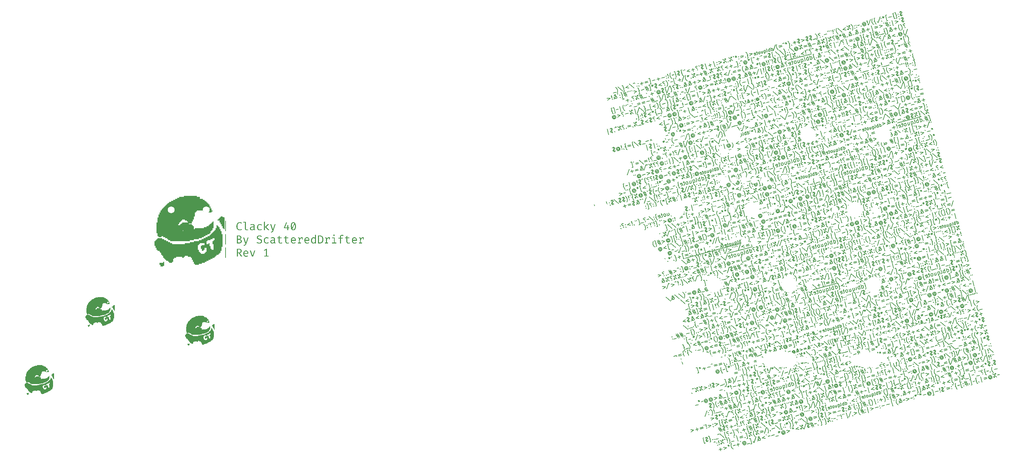
<source format=gbr>
%TF.GenerationSoftware,KiCad,Pcbnew,7.0.7*%
%TF.CreationDate,2023-09-30T22:32:58+02:00*%
%TF.ProjectId,dizzy40,64697a7a-7934-4302-9e6b-696361645f70,rev?*%
%TF.SameCoordinates,Original*%
%TF.FileFunction,Legend,Top*%
%TF.FilePolarity,Positive*%
%FSLAX46Y46*%
G04 Gerber Fmt 4.6, Leading zero omitted, Abs format (unit mm)*
G04 Created by KiCad (PCBNEW 7.0.7) date 2023-09-30 22:32:58*
%MOMM*%
%LPD*%
G01*
G04 APERTURE LIST*
%ADD10C,0.150000*%
%ADD11C,1.750000*%
%ADD12C,3.987800*%
%ADD13C,4.000000*%
%ADD14C,3.048000*%
%ADD15C,2.300000*%
%ADD16R,1.700000X1.700000*%
%ADD17O,1.700000X1.700000*%
%ADD18R,2.000000X2.000000*%
%ADD19C,2.000000*%
%ADD20R,2.000000X3.200000*%
%ADD21R,1.800000X3.000000*%
%ADD22C,0.650000*%
%ADD23O,1.000000X1.600000*%
%ADD24O,1.000000X2.100000*%
G04 APERTURE END LIST*
D10*
X257359653Y-39391604D02*
X257233988Y-39474575D01*
X257233988Y-39474575D02*
X257004006Y-39536198D01*
X257004006Y-39536198D02*
X256899688Y-39514851D01*
X256899688Y-39514851D02*
X256841367Y-39481179D01*
X256841367Y-39481179D02*
X256770721Y-39401511D01*
X256770721Y-39401511D02*
X256746072Y-39309518D01*
X256746072Y-39309518D02*
X256767419Y-39205201D01*
X256767419Y-39205201D02*
X256801091Y-39146879D01*
X256801091Y-39146879D02*
X256880759Y-39076234D01*
X256880759Y-39076234D02*
X257052420Y-38980938D01*
X257052420Y-38980938D02*
X257132088Y-38910292D01*
X257132088Y-38910292D02*
X257165760Y-38851971D01*
X257165760Y-38851971D02*
X257187107Y-38747654D01*
X257187107Y-38747654D02*
X257162458Y-38655661D01*
X257162458Y-38655661D02*
X257091812Y-38575992D01*
X257091812Y-38575992D02*
X257033491Y-38542321D01*
X257033491Y-38542321D02*
X256929173Y-38520974D01*
X256929173Y-38520974D02*
X256699191Y-38582597D01*
X256699191Y-38582597D02*
X256573526Y-38665568D01*
X256800206Y-38407634D02*
X257132973Y-39649538D01*
X256347731Y-39662748D02*
X256360056Y-39708744D01*
X256360056Y-39708744D02*
X256430701Y-39788413D01*
X256430701Y-39788413D02*
X256489023Y-39822084D01*
X256245831Y-39098465D02*
X256212159Y-39156787D01*
X256212159Y-39156787D02*
X256270480Y-39190458D01*
X256270480Y-39190458D02*
X256304152Y-39132137D01*
X256304152Y-39132137D02*
X256245831Y-39098465D01*
X256245831Y-39098465D02*
X256270480Y-39190458D01*
X255768707Y-40261587D02*
X255814703Y-40249262D01*
X255814703Y-40249262D02*
X255894371Y-40178616D01*
X255894371Y-40178616D02*
X255915718Y-40074298D01*
X255915718Y-40074298D02*
X255792471Y-39614334D01*
X255792471Y-39614334D02*
X255813818Y-39510016D01*
X255813818Y-39510016D02*
X255893487Y-39439370D01*
X255893487Y-39439370D02*
X255789169Y-39418023D01*
X255789169Y-39418023D02*
X255718523Y-39338355D01*
X255718523Y-39338355D02*
X255595276Y-38878390D01*
X255595276Y-38878390D02*
X255524630Y-38798722D01*
X255524630Y-38798722D02*
X255420312Y-38777375D01*
X255420312Y-38777375D02*
X255374316Y-38789700D01*
X255492728Y-40335535D02*
X255446731Y-40347860D01*
X255446731Y-40347860D02*
X255342413Y-40326513D01*
X255342413Y-40326513D02*
X255271768Y-40246845D01*
X255271768Y-40246845D02*
X255148520Y-39786880D01*
X255148520Y-39786880D02*
X255077875Y-39707212D01*
X255077875Y-39707212D02*
X254973557Y-39685865D01*
X254973557Y-39685865D02*
X255053225Y-39615219D01*
X255053225Y-39615219D02*
X255074572Y-39510901D01*
X255074572Y-39510901D02*
X254951325Y-39050936D01*
X254951325Y-39050936D02*
X254972672Y-38946619D01*
X254972672Y-38946619D02*
X255052340Y-38875973D01*
X255052340Y-38875973D02*
X255098337Y-38863648D01*
X254559588Y-39796787D02*
X253823645Y-39993983D01*
X253640544Y-40782527D02*
X253410562Y-40844151D01*
X253410562Y-40844151D02*
X253040820Y-39464257D01*
X253040820Y-39464257D02*
X253270803Y-39402633D01*
X252421519Y-39728796D02*
X252483142Y-39958778D01*
X252688475Y-39805162D02*
X252483142Y-39958778D01*
X252483142Y-39958778D02*
X252228511Y-39928409D01*
X252670431Y-40105790D02*
X252483142Y-39958778D01*
X252483142Y-39958778D02*
X252394452Y-40179738D01*
X252024062Y-40821271D02*
X252036387Y-40867268D01*
X252036387Y-40867268D02*
X252107033Y-40946936D01*
X252107033Y-40946936D02*
X252165354Y-40980608D01*
X251922162Y-40256989D02*
X251888490Y-40315310D01*
X251888490Y-40315310D02*
X251946812Y-40348982D01*
X251946812Y-40348982D02*
X251980483Y-40290661D01*
X251980483Y-40290661D02*
X251922162Y-40256989D01*
X251922162Y-40256989D02*
X251946812Y-40348982D01*
X251660926Y-39833998D02*
X251165757Y-41297748D01*
X250953819Y-41058743D02*
X250920147Y-41117064D01*
X250920147Y-41117064D02*
X250978468Y-41150736D01*
X250978468Y-41150736D02*
X251012140Y-41092415D01*
X251012140Y-41092415D02*
X250953819Y-41058743D01*
X250953819Y-41058743D02*
X250978468Y-41150736D01*
X250709095Y-41617306D02*
X250663098Y-41629630D01*
X250663098Y-41629630D02*
X250558781Y-41608283D01*
X250558781Y-41608283D02*
X250488135Y-41528615D01*
X250488135Y-41528615D02*
X250364888Y-41068650D01*
X250364888Y-41068650D02*
X250294242Y-40988982D01*
X250294242Y-40988982D02*
X250189924Y-40967635D01*
X250189924Y-40967635D02*
X250269592Y-40896989D01*
X250269592Y-40896989D02*
X250290939Y-40792672D01*
X250290939Y-40792672D02*
X250167692Y-40332707D01*
X250167692Y-40332707D02*
X250189039Y-40228389D01*
X250189039Y-40228389D02*
X250268707Y-40157743D01*
X250268707Y-40157743D02*
X250314704Y-40145419D01*
X250065144Y-41789852D02*
X250006823Y-41756180D01*
X250006823Y-41756180D02*
X249877856Y-41642840D01*
X249877856Y-41642840D02*
X249807210Y-41563172D01*
X249807210Y-41563172D02*
X249724239Y-41437507D01*
X249724239Y-41437507D02*
X249616619Y-41219849D01*
X249616619Y-41219849D02*
X249567320Y-41035864D01*
X249567320Y-41035864D02*
X249551693Y-40793557D01*
X249551693Y-40793557D02*
X249560716Y-40643242D01*
X249560716Y-40643242D02*
X249582063Y-40538925D01*
X249582063Y-40538925D02*
X249637081Y-40376286D01*
X249637081Y-40376286D02*
X249670753Y-40317965D01*
X249269109Y-40474884D02*
X248773940Y-41938633D01*
X248562002Y-41699629D02*
X248528330Y-41757950D01*
X248528330Y-41757950D02*
X248586652Y-41791622D01*
X248586652Y-41791622D02*
X248620323Y-41733300D01*
X248620323Y-41733300D02*
X248562002Y-41699629D01*
X248562002Y-41699629D02*
X248586652Y-41791622D01*
X248488054Y-41423650D02*
X248386154Y-40859368D01*
X248386154Y-40859368D02*
X248327833Y-40825696D01*
X248327833Y-40825696D02*
X248294161Y-40884017D01*
X248294161Y-40884017D02*
X248488054Y-41423650D01*
X248488054Y-41423650D02*
X248327833Y-40825696D01*
X247405486Y-41615125D02*
X247439158Y-41556804D01*
X247439158Y-41556804D02*
X247518826Y-41486158D01*
X247518826Y-41486158D02*
X247610819Y-41461509D01*
X247610819Y-41461509D02*
X247715137Y-41482856D01*
X247715137Y-41482856D02*
X247773458Y-41516528D01*
X247773458Y-41516528D02*
X247844104Y-41596196D01*
X247844104Y-41596196D02*
X247868753Y-41688189D01*
X247868753Y-41688189D02*
X247847406Y-41792506D01*
X247847406Y-41792506D02*
X247813734Y-41850828D01*
X247813734Y-41850828D02*
X247734066Y-41921473D01*
X247734066Y-41921473D02*
X247642073Y-41946123D01*
X247642073Y-41946123D02*
X247537756Y-41924776D01*
X247537756Y-41924776D02*
X247479434Y-41891104D01*
X247380837Y-41523132D02*
X247479434Y-41891104D01*
X247479434Y-41891104D02*
X247445763Y-41949425D01*
X247445763Y-41949425D02*
X247399766Y-41961750D01*
X247399766Y-41961750D02*
X247295449Y-41940403D01*
X247295449Y-41940403D02*
X247224803Y-41860735D01*
X247224803Y-41860735D02*
X247163179Y-41630752D01*
X247163179Y-41630752D02*
X247218198Y-41468114D01*
X247218198Y-41468114D02*
X247331538Y-41339146D01*
X247331538Y-41339146D02*
X247503199Y-41243851D01*
X247503199Y-41243851D02*
X247699510Y-41240549D01*
X247699510Y-41240549D02*
X247862148Y-41295568D01*
X247862148Y-41295568D02*
X247991116Y-41408907D01*
X247991116Y-41408907D02*
X248086411Y-41580569D01*
X248086411Y-41580569D02*
X248089713Y-41776879D01*
X248089713Y-41776879D02*
X248034694Y-41939518D01*
X248034694Y-41939518D02*
X247921354Y-42068485D01*
X247921354Y-42068485D02*
X247749693Y-42163780D01*
X247749693Y-42163780D02*
X247553383Y-42167083D01*
X247553383Y-42167083D02*
X247390744Y-42112064D01*
X246860134Y-42155643D02*
X246826462Y-42213964D01*
X246826462Y-42213964D02*
X246884783Y-42247636D01*
X246884783Y-42247636D02*
X246918455Y-42189315D01*
X246918455Y-42189315D02*
X246860134Y-42155643D01*
X246860134Y-42155643D02*
X246884783Y-42247636D01*
X246464210Y-41965937D02*
X246405889Y-41932265D01*
X246405889Y-41932265D02*
X246301572Y-41910918D01*
X246301572Y-41910918D02*
X246142235Y-42052210D01*
X246142235Y-42052210D02*
X246037918Y-42030863D01*
X246037918Y-42030863D02*
X245979596Y-41997191D01*
X245710222Y-42463761D02*
X245676550Y-42522082D01*
X245676550Y-42522082D02*
X245734872Y-42555754D01*
X245734872Y-42555754D02*
X245768543Y-42497433D01*
X245768543Y-42497433D02*
X245710222Y-42463761D01*
X245710222Y-42463761D02*
X245734872Y-42555754D01*
X245574650Y-41957800D02*
X245540978Y-42016121D01*
X245540978Y-42016121D02*
X245599300Y-42049793D01*
X245599300Y-42049793D02*
X245632971Y-41991471D01*
X245632971Y-41991471D02*
X245574650Y-41957800D01*
X245574650Y-41957800D02*
X245599300Y-42049793D01*
X245216586Y-42645329D02*
X245228911Y-42691326D01*
X245228911Y-42691326D02*
X245299557Y-42770994D01*
X245299557Y-42770994D02*
X245357878Y-42804666D01*
X245114686Y-42081047D02*
X245081014Y-42139368D01*
X245081014Y-42139368D02*
X245139335Y-42173040D01*
X245139335Y-42173040D02*
X245173007Y-42114718D01*
X245173007Y-42114718D02*
X245114686Y-42081047D01*
X245114686Y-42081047D02*
X245139335Y-42173040D01*
X244637562Y-43244168D02*
X244671234Y-43185847D01*
X244671234Y-43185847D02*
X244726253Y-43023208D01*
X244726253Y-43023208D02*
X244747600Y-42918890D01*
X244747600Y-42918890D02*
X244756622Y-42768576D01*
X244756622Y-42768576D02*
X244740995Y-42526269D01*
X244740995Y-42526269D02*
X244691696Y-42342283D01*
X244691696Y-42342283D02*
X244584076Y-42124626D01*
X244584076Y-42124626D02*
X244501105Y-41998961D01*
X244501105Y-41998961D02*
X244430459Y-41919293D01*
X244430459Y-41919293D02*
X244301492Y-41805953D01*
X244301492Y-41805953D02*
X244243171Y-41772281D01*
X244216989Y-42962469D02*
X243222226Y-42193739D01*
X243820180Y-42033518D02*
X243740512Y-42104163D01*
X243740512Y-42104163D02*
X243719165Y-42208481D01*
X243719165Y-42208481D02*
X243789811Y-42288149D01*
X243789811Y-42288149D02*
X243894129Y-42309496D01*
X243894129Y-42309496D02*
X243973797Y-42238850D01*
X243973797Y-42238850D02*
X243995144Y-42134533D01*
X243995144Y-42134533D02*
X243924498Y-42054865D01*
X243924498Y-42054865D02*
X243820180Y-42033518D01*
X243514717Y-43101344D02*
X243444071Y-43021675D01*
X243444071Y-43021675D02*
X243465418Y-42917358D01*
X243465418Y-42917358D02*
X243545086Y-42846712D01*
X243545086Y-42846712D02*
X243649404Y-42868059D01*
X243649404Y-42868059D02*
X243720050Y-42947727D01*
X243720050Y-42947727D02*
X243698703Y-43052045D01*
X243698703Y-43052045D02*
X243619035Y-43122691D01*
X243619035Y-43122691D02*
X243514717Y-43101344D01*
X242894531Y-42626637D02*
X242232536Y-43099811D01*
X242232536Y-43099811D02*
X243042428Y-43178594D01*
X240910078Y-42763978D02*
X242070782Y-43784038D01*
X241049838Y-44205496D02*
X240991516Y-44171824D01*
X240991516Y-44171824D02*
X240862549Y-44058484D01*
X240862549Y-44058484D02*
X240791903Y-43978816D01*
X240791903Y-43978816D02*
X240708933Y-43853151D01*
X240708933Y-43853151D02*
X240601313Y-43635494D01*
X240601313Y-43635494D02*
X240552014Y-43451508D01*
X240552014Y-43451508D02*
X240536387Y-43209201D01*
X240536387Y-43209201D02*
X240545409Y-43058886D01*
X240545409Y-43058886D02*
X240566756Y-42954569D01*
X240566756Y-42954569D02*
X240621775Y-42791930D01*
X240621775Y-42791930D02*
X240655447Y-42733609D01*
X240082142Y-42985823D02*
X239981126Y-43160787D01*
X239822675Y-44041324D02*
X239789003Y-44099645D01*
X239789003Y-44099645D02*
X239847325Y-44133317D01*
X239847325Y-44133317D02*
X239880996Y-44074996D01*
X239880996Y-44074996D02*
X239822675Y-44041324D01*
X239822675Y-44041324D02*
X239847325Y-44133317D01*
X239748727Y-43765345D02*
X239646827Y-43201063D01*
X239646827Y-43201063D02*
X239588506Y-43167391D01*
X239588506Y-43167391D02*
X239554834Y-43225713D01*
X239554834Y-43225713D02*
X239748727Y-43765345D01*
X239748727Y-43765345D02*
X239588506Y-43167391D01*
X239174538Y-43278314D02*
X239223837Y-43462300D01*
X238806566Y-43376911D02*
X238855865Y-43560897D01*
X238518262Y-43404863D02*
X238417247Y-43579827D01*
X238184848Y-44184386D02*
X237448904Y-44381581D01*
X237062888Y-44780807D02*
X237029216Y-44839128D01*
X237029216Y-44839128D02*
X237087537Y-44872800D01*
X237087537Y-44872800D02*
X237121209Y-44814479D01*
X237121209Y-44814479D02*
X237062888Y-44780807D01*
X237062888Y-44780807D02*
X237087537Y-44872800D01*
X236464934Y-44941028D02*
X236431263Y-44999349D01*
X236431263Y-44999349D02*
X236489584Y-45033021D01*
X236489584Y-45033021D02*
X236523256Y-44974700D01*
X236523256Y-44974700D02*
X236464934Y-44941028D01*
X236464934Y-44941028D02*
X236489584Y-45033021D01*
X236427075Y-44063793D02*
X236322758Y-44042446D01*
X236322758Y-44042446D02*
X236092775Y-44104069D01*
X236092775Y-44104069D02*
X236013107Y-44174715D01*
X236013107Y-44174715D02*
X235991760Y-44279033D01*
X235991760Y-44279033D02*
X236016410Y-44371026D01*
X236016410Y-44371026D02*
X236087055Y-44450694D01*
X236087055Y-44450694D02*
X236145377Y-44484366D01*
X236145377Y-44484366D02*
X236249694Y-44505713D01*
X236249694Y-44505713D02*
X236308015Y-44539385D01*
X236308015Y-44539385D02*
X236378661Y-44619053D01*
X236378661Y-44619053D02*
X236390986Y-44665049D01*
X235622256Y-45659812D02*
X235655927Y-45601491D01*
X235655927Y-45601491D02*
X235710946Y-45438852D01*
X235710946Y-45438852D02*
X235732293Y-45334534D01*
X235732293Y-45334534D02*
X235741315Y-45184220D01*
X235741315Y-45184220D02*
X235725688Y-44941913D01*
X235725688Y-44941913D02*
X235676389Y-44757927D01*
X235676389Y-44757927D02*
X235568769Y-44540270D01*
X235568769Y-44540270D02*
X235485799Y-44414605D01*
X235485799Y-44414605D02*
X235415153Y-44334937D01*
X235415153Y-44334937D02*
X235286186Y-44221597D01*
X235286186Y-44221597D02*
X235227865Y-44187925D01*
X235410318Y-45420807D02*
X234674374Y-45618003D01*
X234453414Y-45529312D02*
X234327749Y-45612283D01*
X234327749Y-45612283D02*
X234097767Y-45673907D01*
X234097767Y-45673907D02*
X233993449Y-45652560D01*
X233993449Y-45652560D02*
X233935128Y-45618888D01*
X233935128Y-45618888D02*
X233864482Y-45539220D01*
X233864482Y-45539220D02*
X233839833Y-45447227D01*
X233839833Y-45447227D02*
X233861180Y-45342909D01*
X233861180Y-45342909D02*
X233894851Y-45284588D01*
X233894851Y-45284588D02*
X233974520Y-45213942D01*
X233974520Y-45213942D02*
X234146181Y-45118647D01*
X234146181Y-45118647D02*
X234225849Y-45048001D01*
X234225849Y-45048001D02*
X234259521Y-44989679D01*
X234259521Y-44989679D02*
X234280868Y-44885362D01*
X234280868Y-44885362D02*
X234256218Y-44793369D01*
X234256218Y-44793369D02*
X234185572Y-44713701D01*
X234185572Y-44713701D02*
X234127251Y-44680029D01*
X234127251Y-44680029D02*
X234022934Y-44658682D01*
X234022934Y-44658682D02*
X233792951Y-44720305D01*
X233792951Y-44720305D02*
X233667287Y-44803276D01*
X233893967Y-44545342D02*
X234226734Y-45787247D01*
X233533484Y-45775807D02*
X233407820Y-45858777D01*
X233407820Y-45858777D02*
X233177837Y-45920401D01*
X233177837Y-45920401D02*
X233073520Y-45899054D01*
X233073520Y-45899054D02*
X233015199Y-45865382D01*
X233015199Y-45865382D02*
X232944553Y-45785714D01*
X232944553Y-45785714D02*
X232919903Y-45693721D01*
X232919903Y-45693721D02*
X232941250Y-45589403D01*
X232941250Y-45589403D02*
X232974922Y-45531082D01*
X232974922Y-45531082D02*
X233054590Y-45460436D01*
X233054590Y-45460436D02*
X233226251Y-45365141D01*
X233226251Y-45365141D02*
X233305920Y-45294495D01*
X233305920Y-45294495D02*
X233339591Y-45236174D01*
X233339591Y-45236174D02*
X233360938Y-45131856D01*
X233360938Y-45131856D02*
X233336289Y-45039863D01*
X233336289Y-45039863D02*
X233265643Y-44960195D01*
X233265643Y-44960195D02*
X233207322Y-44926523D01*
X233207322Y-44926523D02*
X233103004Y-44905176D01*
X233103004Y-44905176D02*
X232873022Y-44966800D01*
X232873022Y-44966800D02*
X232747357Y-45049770D01*
X232974037Y-44791836D02*
X233306804Y-46033741D01*
X231671394Y-45633867D02*
X232481286Y-45712651D01*
X232481286Y-45712651D02*
X231819290Y-46185825D01*
X231417647Y-46342744D02*
X231291982Y-46425714D01*
X231291982Y-46425714D02*
X231062000Y-46487338D01*
X231062000Y-46487338D02*
X230957682Y-46465991D01*
X230957682Y-46465991D02*
X230899361Y-46432319D01*
X230899361Y-46432319D02*
X230828715Y-46352651D01*
X230828715Y-46352651D02*
X230804066Y-46260658D01*
X230804066Y-46260658D02*
X230825413Y-46156340D01*
X230825413Y-46156340D02*
X230859085Y-46098019D01*
X230859085Y-46098019D02*
X230938753Y-46027373D01*
X230938753Y-46027373D02*
X231110414Y-45932078D01*
X231110414Y-45932078D02*
X231190082Y-45861432D01*
X231190082Y-45861432D02*
X231223754Y-45803111D01*
X231223754Y-45803111D02*
X231245101Y-45698793D01*
X231245101Y-45698793D02*
X231220452Y-45606800D01*
X231220452Y-45606800D02*
X231149806Y-45527132D01*
X231149806Y-45527132D02*
X231091485Y-45493460D01*
X231091485Y-45493460D02*
X230987167Y-45472113D01*
X230987167Y-45472113D02*
X230757185Y-45533737D01*
X230757185Y-45533737D02*
X230631520Y-45616707D01*
X230858200Y-45358773D02*
X231190967Y-46600678D01*
X230365448Y-46279587D02*
X229629505Y-46476783D01*
X230096074Y-46746157D02*
X229898879Y-46010213D01*
X229209817Y-46934330D02*
X229222142Y-46980326D01*
X229222142Y-46980326D02*
X229292787Y-47059995D01*
X229292787Y-47059995D02*
X229351109Y-47093666D01*
X228630793Y-47533169D02*
X228676789Y-47520844D01*
X228676789Y-47520844D02*
X228756457Y-47450198D01*
X228756457Y-47450198D02*
X228777804Y-47345881D01*
X228777804Y-47345881D02*
X228654557Y-46885916D01*
X228654557Y-46885916D02*
X228675904Y-46781598D01*
X228675904Y-46781598D02*
X228755572Y-46710952D01*
X228755572Y-46710952D02*
X228651255Y-46689605D01*
X228651255Y-46689605D02*
X228580609Y-46609937D01*
X228580609Y-46609937D02*
X228457362Y-46149972D01*
X228457362Y-46149972D02*
X228386716Y-46070304D01*
X228386716Y-46070304D02*
X228282398Y-46048957D01*
X228282398Y-46048957D02*
X228236402Y-46061282D01*
X227767414Y-46334843D02*
X227829038Y-46564826D01*
X228034371Y-46411209D02*
X227829038Y-46564826D01*
X227829038Y-46564826D02*
X227574406Y-46534456D01*
X228016326Y-46711837D02*
X227829038Y-46564826D01*
X227829038Y-46564826D02*
X227740347Y-46785786D01*
X227332099Y-46550083D02*
X227111139Y-46461393D01*
X227111139Y-46461393D02*
X226964127Y-46648681D01*
X226740749Y-47102926D02*
X226004806Y-47300121D01*
X226078754Y-47576100D02*
X226814698Y-47378905D01*
X225871004Y-48272652D02*
X225812683Y-48238980D01*
X225812683Y-48238980D02*
X225683716Y-48125640D01*
X225683716Y-48125640D02*
X225613070Y-48045972D01*
X225613070Y-48045972D02*
X225530099Y-47920307D01*
X225530099Y-47920307D02*
X225422479Y-47702650D01*
X225422479Y-47702650D02*
X225373180Y-47518664D01*
X225373180Y-47518664D02*
X225357553Y-47276357D01*
X225357553Y-47276357D02*
X225366575Y-47126043D01*
X225366575Y-47126043D02*
X225387922Y-47021725D01*
X225387922Y-47021725D02*
X225442941Y-46859086D01*
X225442941Y-46859086D02*
X225476613Y-46800765D01*
X225074969Y-46957684D02*
X224579800Y-48421434D01*
X224135927Y-48457547D02*
X223928871Y-47684806D01*
X224126067Y-48420750D02*
X224209521Y-48437827D01*
X224209521Y-48437827D02*
X224356710Y-48398388D01*
X224356710Y-48398388D02*
X224420444Y-48341872D01*
X224420444Y-48341872D02*
X224447382Y-48295215D01*
X224447382Y-48295215D02*
X224464459Y-48211761D01*
X224464459Y-48211761D02*
X224405301Y-47990977D01*
X224405301Y-47990977D02*
X224348784Y-47927243D01*
X224348784Y-47927243D02*
X224302127Y-47900306D01*
X224302127Y-47900306D02*
X224218673Y-47883228D01*
X224218673Y-47883228D02*
X224071484Y-47922667D01*
X224071484Y-47922667D02*
X224007750Y-47979184D01*
X223767954Y-48556145D02*
X223560899Y-47783404D01*
X223639777Y-48077782D02*
X223556323Y-48060704D01*
X223556323Y-48060704D02*
X223409135Y-48100143D01*
X223409135Y-48100143D02*
X223345400Y-48156660D01*
X223345400Y-48156660D02*
X223318463Y-48203317D01*
X223318463Y-48203317D02*
X223301385Y-48286771D01*
X223301385Y-48286771D02*
X223360544Y-48507554D01*
X223360544Y-48507554D02*
X223417060Y-48571288D01*
X223417060Y-48571288D02*
X223463717Y-48598226D01*
X223463717Y-48598226D02*
X223547171Y-48615303D01*
X223547171Y-48615303D02*
X223694360Y-48575864D01*
X223694360Y-48575864D02*
X223758095Y-48519348D01*
X222958416Y-48773060D02*
X223022151Y-48716543D01*
X223022151Y-48716543D02*
X223039228Y-48633089D01*
X223039228Y-48633089D02*
X222861752Y-47970740D01*
X222194827Y-48425516D02*
X222401882Y-49198256D01*
X222323004Y-48903879D02*
X222406458Y-48920957D01*
X222406458Y-48920957D02*
X222553647Y-48881518D01*
X222553647Y-48881518D02*
X222617381Y-48825001D01*
X222617381Y-48825001D02*
X222644319Y-48778344D01*
X222644319Y-48778344D02*
X222661397Y-48694890D01*
X222661397Y-48694890D02*
X222602238Y-48474107D01*
X222602238Y-48474107D02*
X222545721Y-48410372D01*
X222545721Y-48410372D02*
X222499064Y-48383435D01*
X222499064Y-48383435D02*
X222415610Y-48366357D01*
X222415610Y-48366357D02*
X222268421Y-48405796D01*
X222268421Y-48405796D02*
X222204687Y-48462313D01*
X221495680Y-48612852D02*
X221633717Y-49128012D01*
X221826855Y-48524114D02*
X221935312Y-48928883D01*
X221935312Y-48928883D02*
X221918235Y-49012337D01*
X221918235Y-49012337D02*
X221854500Y-49068853D01*
X221854500Y-49068853D02*
X221744109Y-49098433D01*
X221744109Y-49098433D02*
X221660654Y-49081355D01*
X221660654Y-49081355D02*
X221613998Y-49054418D01*
X221155353Y-49256189D02*
X221219088Y-49199672D01*
X221219088Y-49199672D02*
X221246025Y-49153016D01*
X221246025Y-49153016D02*
X221263103Y-49069561D01*
X221263103Y-49069561D02*
X221203944Y-48848778D01*
X221203944Y-48848778D02*
X221147428Y-48785044D01*
X221147428Y-48785044D02*
X221100771Y-48758106D01*
X221100771Y-48758106D02*
X221017317Y-48741029D01*
X221017317Y-48741029D02*
X220906925Y-48770608D01*
X220906925Y-48770608D02*
X220843190Y-48827125D01*
X220843190Y-48827125D02*
X220816253Y-48873782D01*
X220816253Y-48873782D02*
X220799175Y-48957236D01*
X220799175Y-48957236D02*
X220858334Y-49178019D01*
X220858334Y-49178019D02*
X220914851Y-49241753D01*
X220914851Y-49241753D02*
X220961508Y-49268691D01*
X220961508Y-49268691D02*
X221044962Y-49285769D01*
X221044962Y-49285769D02*
X221155353Y-49256189D01*
X220538953Y-48869206D02*
X220244575Y-48948084D01*
X220359543Y-48641205D02*
X220537019Y-49303554D01*
X220537019Y-49303554D02*
X220519941Y-49387008D01*
X220519941Y-49387008D02*
X220456207Y-49443525D01*
X220456207Y-49443525D02*
X220382612Y-49463245D01*
X219820795Y-49574344D02*
X219904249Y-49591422D01*
X219904249Y-49591422D02*
X220051438Y-49551983D01*
X220051438Y-49551983D02*
X220115172Y-49495466D01*
X220115172Y-49495466D02*
X220132250Y-49412012D01*
X220132250Y-49412012D02*
X220053372Y-49117634D01*
X220053372Y-49117634D02*
X219996855Y-49053900D01*
X219996855Y-49053900D02*
X219913401Y-49036822D01*
X219913401Y-49036822D02*
X219766212Y-49076261D01*
X219766212Y-49076261D02*
X219702477Y-49132778D01*
X219702477Y-49132778D02*
X219685400Y-49216232D01*
X219685400Y-49216232D02*
X219705119Y-49289826D01*
X219705119Y-49289826D02*
X220092811Y-49264823D01*
X218479604Y-49168597D02*
X219289495Y-49247380D01*
X219289495Y-49247380D02*
X218627500Y-49720554D01*
X218014804Y-50377714D02*
X218060801Y-50365390D01*
X218060801Y-50365390D02*
X218140469Y-50294744D01*
X218140469Y-50294744D02*
X218161816Y-50190426D01*
X218161816Y-50190426D02*
X218038569Y-49730461D01*
X218038569Y-49730461D02*
X218059916Y-49626144D01*
X218059916Y-49626144D02*
X218139584Y-49555498D01*
X218139584Y-49555498D02*
X218035266Y-49534151D01*
X218035266Y-49534151D02*
X217964620Y-49454483D01*
X217964620Y-49454483D02*
X217841373Y-48994518D01*
X217841373Y-48994518D02*
X217770727Y-48914850D01*
X217770727Y-48914850D02*
X217666410Y-48893503D01*
X217666410Y-48893503D02*
X217620413Y-48905827D01*
X217523585Y-50016347D02*
X217489913Y-50074669D01*
X217489913Y-50074669D02*
X217548234Y-50108340D01*
X217548234Y-50108340D02*
X217581906Y-50050019D01*
X217581906Y-50050019D02*
X217523585Y-50016347D01*
X217523585Y-50016347D02*
X217548234Y-50108340D01*
X216952698Y-49725626D02*
X216216755Y-49922822D01*
X216290703Y-50198801D02*
X217026647Y-50001605D01*
X215867713Y-50460037D02*
X215834041Y-50518358D01*
X215834041Y-50518358D02*
X215892362Y-50552030D01*
X215892362Y-50552030D02*
X215926034Y-50493709D01*
X215926034Y-50493709D02*
X215867713Y-50460037D01*
X215867713Y-50460037D02*
X215892362Y-50552030D01*
X215732141Y-49954076D02*
X215698469Y-50012397D01*
X215698469Y-50012397D02*
X215756790Y-50046069D01*
X215756790Y-50046069D02*
X215790462Y-49987748D01*
X215790462Y-49987748D02*
X215732141Y-49954076D01*
X215732141Y-49954076D02*
X215756790Y-50046069D01*
X215035590Y-49746325D02*
X215097213Y-49976308D01*
X215302546Y-49822691D02*
X215097213Y-49976308D01*
X215097213Y-49976308D02*
X214842581Y-49945938D01*
X215284501Y-50123319D02*
X215097213Y-49976308D01*
X215097213Y-49976308D02*
X215008523Y-50197268D01*
X214391639Y-49918871D02*
X214532931Y-50078208D01*
X214282487Y-50983395D02*
X213287724Y-50214665D01*
X213885678Y-50054443D02*
X213806010Y-50125089D01*
X213806010Y-50125089D02*
X213784663Y-50229407D01*
X213784663Y-50229407D02*
X213855309Y-50309075D01*
X213855309Y-50309075D02*
X213959626Y-50330422D01*
X213959626Y-50330422D02*
X214039295Y-50259776D01*
X214039295Y-50259776D02*
X214060642Y-50155459D01*
X214060642Y-50155459D02*
X213989996Y-50075790D01*
X213989996Y-50075790D02*
X213885678Y-50054443D01*
X213580215Y-51122269D02*
X213509569Y-51042601D01*
X213509569Y-51042601D02*
X213530916Y-50938283D01*
X213530916Y-50938283D02*
X213610584Y-50867637D01*
X213610584Y-50867637D02*
X213714902Y-50888984D01*
X213714902Y-50888984D02*
X213785548Y-50968653D01*
X213785548Y-50968653D02*
X213764201Y-51072970D01*
X213764201Y-51072970D02*
X213684532Y-51143616D01*
X213684532Y-51143616D02*
X213580215Y-51122269D01*
X213107926Y-51199520D02*
X213074254Y-51257841D01*
X213074254Y-51257841D02*
X213132575Y-51291513D01*
X213132575Y-51291513D02*
X213166247Y-51233192D01*
X213166247Y-51233192D02*
X213107926Y-51199520D01*
X213107926Y-51199520D02*
X213132575Y-51291513D01*
X212718607Y-51402435D02*
X211723845Y-50633705D01*
X212321799Y-50473483D02*
X212242131Y-50544129D01*
X212242131Y-50544129D02*
X212220784Y-50648447D01*
X212220784Y-50648447D02*
X212291429Y-50728115D01*
X212291429Y-50728115D02*
X212395747Y-50749462D01*
X212395747Y-50749462D02*
X212475415Y-50678816D01*
X212475415Y-50678816D02*
X212496762Y-50574499D01*
X212496762Y-50574499D02*
X212426116Y-50494830D01*
X212426116Y-50494830D02*
X212321799Y-50473483D01*
X212016336Y-51541309D02*
X211945690Y-51461641D01*
X211945690Y-51461641D02*
X211967037Y-51357324D01*
X211967037Y-51357324D02*
X212046705Y-51286678D01*
X212046705Y-51286678D02*
X212151023Y-51308025D01*
X212151023Y-51308025D02*
X212221668Y-51387693D01*
X212221668Y-51387693D02*
X212200321Y-51492011D01*
X212200321Y-51492011D02*
X212120653Y-51562656D01*
X212120653Y-51562656D02*
X212016336Y-51541309D01*
X210660206Y-51263798D02*
X211470098Y-51342581D01*
X211470098Y-51342581D02*
X210808103Y-51815756D01*
X210348138Y-51939003D02*
X210314467Y-51997324D01*
X210314467Y-51997324D02*
X210372788Y-52030996D01*
X210372788Y-52030996D02*
X210406460Y-51972674D01*
X210406460Y-51972674D02*
X210348138Y-51939003D01*
X210348138Y-51939003D02*
X210372788Y-52030996D01*
X210212566Y-51433041D02*
X210178895Y-51491363D01*
X210178895Y-51491363D02*
X210237216Y-51525034D01*
X210237216Y-51525034D02*
X210270888Y-51466713D01*
X210270888Y-51466713D02*
X210212566Y-51433041D01*
X210212566Y-51433041D02*
X210237216Y-51525034D01*
X209769114Y-52537841D02*
X209399373Y-51157947D01*
X208894296Y-52032765D02*
X208158353Y-52229961D01*
X208624922Y-52499335D02*
X208427727Y-51763391D01*
X207653277Y-53104778D02*
X207283535Y-51724884D01*
X206910729Y-52909353D02*
X206785064Y-52992323D01*
X206785064Y-52992323D02*
X206555082Y-53053947D01*
X206555082Y-53053947D02*
X206450764Y-53032600D01*
X206450764Y-53032600D02*
X206392443Y-52998928D01*
X206392443Y-52998928D02*
X206321797Y-52919260D01*
X206321797Y-52919260D02*
X206297147Y-52827267D01*
X206297147Y-52827267D02*
X206318494Y-52722949D01*
X206318494Y-52722949D02*
X206352166Y-52664628D01*
X206352166Y-52664628D02*
X206431834Y-52593982D01*
X206431834Y-52593982D02*
X206603496Y-52498687D01*
X206603496Y-52498687D02*
X206683164Y-52428041D01*
X206683164Y-52428041D02*
X206716835Y-52369720D01*
X206716835Y-52369720D02*
X206738183Y-52265402D01*
X206738183Y-52265402D02*
X206713533Y-52173409D01*
X206713533Y-52173409D02*
X206642887Y-52093741D01*
X206642887Y-52093741D02*
X206584566Y-52060069D01*
X206584566Y-52060069D02*
X206480248Y-52038722D01*
X206480248Y-52038722D02*
X206250266Y-52100346D01*
X206250266Y-52100346D02*
X206124601Y-52183316D01*
X206351281Y-51925382D02*
X206684049Y-53167287D01*
X205652312Y-52260567D02*
X205793604Y-52419904D01*
X205334524Y-53282396D02*
X205300853Y-53340718D01*
X205300853Y-53340718D02*
X205359174Y-53374389D01*
X205359174Y-53374389D02*
X205392846Y-53316068D01*
X205392846Y-53316068D02*
X205334524Y-53282396D01*
X205334524Y-53282396D02*
X205359174Y-53374389D01*
X205296665Y-52405161D02*
X205192348Y-52383814D01*
X205192348Y-52383814D02*
X204962365Y-52445438D01*
X204962365Y-52445438D02*
X204882697Y-52516084D01*
X204882697Y-52516084D02*
X204861350Y-52620401D01*
X204861350Y-52620401D02*
X204885999Y-52712394D01*
X204885999Y-52712394D02*
X204956645Y-52792062D01*
X204956645Y-52792062D02*
X205014967Y-52825734D01*
X205014967Y-52825734D02*
X205119284Y-52847081D01*
X205119284Y-52847081D02*
X205177605Y-52880753D01*
X205177605Y-52880753D02*
X205248251Y-52960421D01*
X205248251Y-52960421D02*
X205260576Y-53006418D01*
X204570629Y-53191288D02*
X203834685Y-53388484D01*
X204301255Y-53657858D02*
X204104059Y-52921914D01*
X203300773Y-53235752D02*
X202638777Y-53708926D01*
X202638777Y-53708926D02*
X203448669Y-53787710D01*
X202064588Y-53221895D02*
X202113887Y-53405881D01*
X201696616Y-53320492D02*
X201745915Y-53504478D01*
X201732058Y-54740663D02*
X201686061Y-54752988D01*
X201686061Y-54752988D02*
X201581744Y-54731641D01*
X201581744Y-54731641D02*
X201511098Y-54651973D01*
X201511098Y-54651973D02*
X201387851Y-54192008D01*
X201387851Y-54192008D02*
X201317205Y-54112340D01*
X201317205Y-54112340D02*
X201212887Y-54090993D01*
X201212887Y-54090993D02*
X201292555Y-54020347D01*
X201292555Y-54020347D02*
X201313902Y-53916029D01*
X201313902Y-53916029D02*
X201190655Y-53456064D01*
X201190655Y-53456064D02*
X201212002Y-53351747D01*
X201212002Y-53351747D02*
X201291670Y-53281101D01*
X201291670Y-53281101D02*
X201337667Y-53268776D01*
X200931188Y-54511566D02*
X200805523Y-54594536D01*
X200805523Y-54594536D02*
X200575541Y-54656160D01*
X200575541Y-54656160D02*
X200471223Y-54634813D01*
X200471223Y-54634813D02*
X200412902Y-54601141D01*
X200412902Y-54601141D02*
X200342256Y-54521473D01*
X200342256Y-54521473D02*
X200317607Y-54429480D01*
X200317607Y-54429480D02*
X200338954Y-54325162D01*
X200338954Y-54325162D02*
X200372625Y-54266841D01*
X200372625Y-54266841D02*
X200452294Y-54196195D01*
X200452294Y-54196195D02*
X200623955Y-54100900D01*
X200623955Y-54100900D02*
X200703623Y-54030254D01*
X200703623Y-54030254D02*
X200737295Y-53971933D01*
X200737295Y-53971933D02*
X200758642Y-53867615D01*
X200758642Y-53867615D02*
X200733992Y-53775622D01*
X200733992Y-53775622D02*
X200663347Y-53695954D01*
X200663347Y-53695954D02*
X200605025Y-53662282D01*
X200605025Y-53662282D02*
X200500708Y-53640935D01*
X200500708Y-53640935D02*
X200270725Y-53702559D01*
X200270725Y-53702559D02*
X200145061Y-53785529D01*
X200371741Y-53527595D02*
X200704508Y-54769500D01*
X199800206Y-55258301D02*
X199846202Y-55245977D01*
X199846202Y-55245977D02*
X199925870Y-55175331D01*
X199925870Y-55175331D02*
X199947217Y-55071013D01*
X199947217Y-55071013D02*
X199823970Y-54611048D01*
X199823970Y-54611048D02*
X199845317Y-54506731D01*
X199845317Y-54506731D02*
X199924985Y-54436085D01*
X199924985Y-54436085D02*
X199820668Y-54414738D01*
X199820668Y-54414738D02*
X199750022Y-54335070D01*
X199750022Y-54335070D02*
X199626775Y-53875105D01*
X199626775Y-53875105D02*
X199556129Y-53795437D01*
X199556129Y-53795437D02*
X199451811Y-53774090D01*
X199451811Y-53774090D02*
X199405815Y-53786414D01*
X199373028Y-54583982D02*
X199314706Y-54550310D01*
X199314706Y-54550310D02*
X199210389Y-54528963D01*
X199210389Y-54528963D02*
X199051052Y-54670255D01*
X199051052Y-54670255D02*
X198946735Y-54648907D01*
X198946735Y-54648907D02*
X198888413Y-54615236D01*
X198834279Y-55517121D02*
X198775958Y-55483449D01*
X198775958Y-55483449D02*
X198646991Y-55370109D01*
X198646991Y-55370109D02*
X198576345Y-55290441D01*
X198576345Y-55290441D02*
X198493374Y-55164776D01*
X198493374Y-55164776D02*
X198385754Y-54947118D01*
X198385754Y-54947118D02*
X198336456Y-54763132D01*
X198336456Y-54763132D02*
X198320828Y-54520825D01*
X198320828Y-54520825D02*
X198329851Y-54370511D01*
X198329851Y-54370511D02*
X198351198Y-54266194D01*
X198351198Y-54266194D02*
X198406217Y-54103555D01*
X198406217Y-54103555D02*
X198439888Y-54045234D01*
X197975088Y-55254351D02*
X197941417Y-55312673D01*
X197941417Y-55312673D02*
X197999738Y-55346344D01*
X197999738Y-55346344D02*
X198033409Y-55288023D01*
X198033409Y-55288023D02*
X197975088Y-55254351D01*
X197975088Y-55254351D02*
X197999738Y-55346344D01*
X197901140Y-54978373D02*
X197799240Y-54414090D01*
X197799240Y-54414090D02*
X197740919Y-54380419D01*
X197740919Y-54380419D02*
X197707247Y-54438740D01*
X197707247Y-54438740D02*
X197901140Y-54978373D01*
X197901140Y-54978373D02*
X197740919Y-54380419D01*
X197515124Y-55377598D02*
X197481452Y-55435920D01*
X197481452Y-55435920D02*
X197539773Y-55469591D01*
X197539773Y-55469591D02*
X197573445Y-55411270D01*
X197573445Y-55411270D02*
X197515124Y-55377598D01*
X197515124Y-55377598D02*
X197539773Y-55469591D01*
X197379552Y-54871637D02*
X197345880Y-54929958D01*
X197345880Y-54929958D02*
X197404202Y-54963630D01*
X197404202Y-54963630D02*
X197437873Y-54905309D01*
X197437873Y-54905309D02*
X197379552Y-54871637D01*
X197379552Y-54871637D02*
X197404202Y-54963630D01*
X196981212Y-55224867D02*
X196245268Y-55422062D01*
X195785304Y-55545309D02*
X195049360Y-55742505D01*
X195515930Y-56011879D02*
X195318734Y-55275935D01*
X194589396Y-55865752D02*
X193853452Y-56062947D01*
X193302380Y-56950090D02*
X193532362Y-56888466D01*
X193532362Y-56888466D02*
X193162621Y-55508572D01*
X193162621Y-55508572D02*
X192932638Y-55570196D01*
X192712563Y-56220751D02*
X191976619Y-56417947D01*
X192050568Y-56693925D02*
X192786511Y-56496730D01*
X191553629Y-56679183D02*
X190817685Y-56876379D01*
X191284255Y-57145753D02*
X191087059Y-56409809D01*
X190397998Y-57333926D02*
X190410322Y-57379922D01*
X190410322Y-57379922D02*
X190480968Y-57459590D01*
X190480968Y-57459590D02*
X190539289Y-57493262D01*
X190296097Y-56769643D02*
X190262426Y-56827964D01*
X190262426Y-56827964D02*
X190320747Y-56861636D01*
X190320747Y-56861636D02*
X190354419Y-56803315D01*
X190354419Y-56803315D02*
X190296097Y-56769643D01*
X190296097Y-56769643D02*
X190320747Y-56861636D01*
X189971705Y-57398851D02*
X189938033Y-57457173D01*
X189938033Y-57457173D02*
X189996354Y-57490844D01*
X189996354Y-57490844D02*
X190030026Y-57432523D01*
X190030026Y-57432523D02*
X189971705Y-57398851D01*
X189971705Y-57398851D02*
X189996354Y-57490844D01*
X189440210Y-56703184D02*
X189219250Y-56614494D01*
X189219250Y-56614494D02*
X189072238Y-56801782D01*
X188023341Y-56934937D02*
X189184045Y-57954996D01*
X187799964Y-57389181D02*
X187137969Y-57862356D01*
X187137969Y-57862356D02*
X187947861Y-57941139D01*
X186599221Y-58795495D02*
X186645217Y-58783170D01*
X186645217Y-58783170D02*
X186724886Y-58712524D01*
X186724886Y-58712524D02*
X186746233Y-58608206D01*
X186746233Y-58608206D02*
X186622986Y-58148242D01*
X186622986Y-58148242D02*
X186644333Y-58043924D01*
X186644333Y-58043924D02*
X186724001Y-57973278D01*
X186724001Y-57973278D02*
X186619683Y-57951931D01*
X186619683Y-57951931D02*
X186549037Y-57872263D01*
X186549037Y-57872263D02*
X186425790Y-57412298D01*
X186425790Y-57412298D02*
X186355144Y-57332630D01*
X186355144Y-57332630D02*
X186250827Y-57311283D01*
X186250827Y-57311283D02*
X186204830Y-57323608D01*
X185171560Y-57699069D02*
X186332264Y-58719129D01*
X184943348Y-59239184D02*
X184977020Y-59180863D01*
X184977020Y-59180863D02*
X185032038Y-59018224D01*
X185032038Y-59018224D02*
X185053385Y-58913907D01*
X185053385Y-58913907D02*
X185062408Y-58763593D01*
X185062408Y-58763593D02*
X185046781Y-58521286D01*
X185046781Y-58521286D02*
X184997482Y-58337300D01*
X184997482Y-58337300D02*
X184889862Y-58119642D01*
X184889862Y-58119642D02*
X184806891Y-57993977D01*
X184806891Y-57993977D02*
X184736245Y-57914309D01*
X184736245Y-57914309D02*
X184607278Y-57800969D01*
X184607278Y-57800969D02*
X184548957Y-57767297D01*
X184731410Y-59000180D02*
X183995466Y-59197375D01*
X257776352Y-40946745D02*
X257650687Y-41029716D01*
X257650687Y-41029716D02*
X257420705Y-41091339D01*
X257420705Y-41091339D02*
X257316387Y-41069992D01*
X257316387Y-41069992D02*
X257258066Y-41036320D01*
X257258066Y-41036320D02*
X257187420Y-40956652D01*
X257187420Y-40956652D02*
X257162771Y-40864659D01*
X257162771Y-40864659D02*
X257184118Y-40760342D01*
X257184118Y-40760342D02*
X257217790Y-40702020D01*
X257217790Y-40702020D02*
X257297458Y-40631375D01*
X257297458Y-40631375D02*
X257469119Y-40536079D01*
X257469119Y-40536079D02*
X257548787Y-40465433D01*
X257548787Y-40465433D02*
X257582459Y-40407112D01*
X257582459Y-40407112D02*
X257603806Y-40302795D01*
X257603806Y-40302795D02*
X257579157Y-40210802D01*
X257579157Y-40210802D02*
X257508511Y-40131133D01*
X257508511Y-40131133D02*
X257450190Y-40097462D01*
X257450190Y-40097462D02*
X257345872Y-40076115D01*
X257345872Y-40076115D02*
X257115890Y-40137738D01*
X257115890Y-40137738D02*
X256990225Y-40220709D01*
X257216905Y-39962775D02*
X257549672Y-41204679D01*
X256517936Y-40297959D02*
X256659227Y-40457296D01*
X255454297Y-40928053D02*
X256264189Y-41006836D01*
X256264189Y-41006836D02*
X255602194Y-41480010D01*
X255023170Y-42078849D02*
X254653428Y-40698955D01*
X254188628Y-41908073D02*
X254200953Y-41954069D01*
X254200953Y-41954069D02*
X254271599Y-42033737D01*
X254271599Y-42033737D02*
X254329920Y-42067409D01*
X254086728Y-41343790D02*
X254053056Y-41402112D01*
X254053056Y-41402112D02*
X254111378Y-41435783D01*
X254111378Y-41435783D02*
X254145049Y-41377462D01*
X254145049Y-41377462D02*
X254086728Y-41343790D01*
X254086728Y-41343790D02*
X254111378Y-41435783D01*
X253660436Y-41408716D02*
X252970489Y-41593587D01*
X253273534Y-41068696D02*
X253882281Y-42236653D01*
X253173404Y-41982906D02*
X253863351Y-41798035D01*
X253560305Y-42322926D02*
X252951559Y-41154969D01*
X252516244Y-41370210D02*
X252657536Y-41529546D01*
X251452606Y-42000303D02*
X252262497Y-42079086D01*
X252262497Y-42079086D02*
X251600502Y-42552260D01*
X251029615Y-42261539D02*
X250293672Y-42458735D01*
X250367620Y-42734713D02*
X251103564Y-42537518D01*
X249825570Y-43471542D02*
X249455829Y-42091648D01*
X248950752Y-42966465D02*
X248214809Y-43163661D01*
X248681378Y-43433035D02*
X248484183Y-42697091D01*
X247071502Y-43864400D02*
X247117498Y-43852075D01*
X247117498Y-43852075D02*
X247197167Y-43781429D01*
X247197167Y-43781429D02*
X247298182Y-43606466D01*
X247298182Y-43606466D02*
X247454216Y-43268863D01*
X247454216Y-43268863D02*
X247509235Y-43106224D01*
X247509235Y-43106224D02*
X247518257Y-42955910D01*
X247518257Y-42955910D02*
X247493608Y-42863917D01*
X247493608Y-42863917D02*
X247422962Y-42784249D01*
X247422962Y-42784249D02*
X247318644Y-42762902D01*
X247318644Y-42762902D02*
X247272648Y-42775227D01*
X247272648Y-42775227D02*
X247192979Y-42845873D01*
X247192979Y-42845873D02*
X247171632Y-42950190D01*
X247171632Y-42950190D02*
X247183957Y-42996187D01*
X247183957Y-42996187D02*
X247254603Y-43075855D01*
X247254603Y-43075855D02*
X247312924Y-43109527D01*
X247312924Y-43109527D02*
X247638202Y-43219564D01*
X247638202Y-43219564D02*
X247696523Y-43253236D01*
X247696523Y-43253236D02*
X247767169Y-43332904D01*
X247767169Y-43332904D02*
X247804143Y-43470894D01*
X247804143Y-43470894D02*
X247782796Y-43575211D01*
X247782796Y-43575211D02*
X247749124Y-43633533D01*
X247749124Y-43633533D02*
X247669456Y-43704179D01*
X247669456Y-43704179D02*
X247531467Y-43741153D01*
X247531467Y-43741153D02*
X247427149Y-43719806D01*
X247427149Y-43719806D02*
X247368828Y-43686134D01*
X247368828Y-43686134D02*
X247181540Y-43539122D01*
X247181540Y-43539122D02*
X247098569Y-43413458D01*
X247098569Y-43413458D02*
X247073920Y-43321465D01*
X246632885Y-43883329D02*
X246599213Y-43941651D01*
X246599213Y-43941651D02*
X246657534Y-43975322D01*
X246657534Y-43975322D02*
X246691206Y-43917001D01*
X246691206Y-43917001D02*
X246632885Y-43883329D01*
X246632885Y-43883329D02*
X246657534Y-43975322D01*
X245415630Y-44308089D02*
X245461626Y-44295765D01*
X245461626Y-44295765D02*
X245541295Y-44225119D01*
X245541295Y-44225119D02*
X245642310Y-44050155D01*
X245642310Y-44050155D02*
X245798344Y-43712553D01*
X245798344Y-43712553D02*
X245853363Y-43549914D01*
X245853363Y-43549914D02*
X245862385Y-43399600D01*
X245862385Y-43399600D02*
X245837736Y-43307607D01*
X245837736Y-43307607D02*
X245767090Y-43227939D01*
X245767090Y-43227939D02*
X245662772Y-43206592D01*
X245662772Y-43206592D02*
X245616776Y-43218916D01*
X245616776Y-43218916D02*
X245537107Y-43289562D01*
X245537107Y-43289562D02*
X245515760Y-43393880D01*
X245515760Y-43393880D02*
X245528085Y-43439877D01*
X245528085Y-43439877D02*
X245598731Y-43519545D01*
X245598731Y-43519545D02*
X245657052Y-43553216D01*
X245657052Y-43553216D02*
X245982330Y-43663254D01*
X245982330Y-43663254D02*
X246040651Y-43696926D01*
X246040651Y-43696926D02*
X246111297Y-43776594D01*
X246111297Y-43776594D02*
X246148271Y-43914583D01*
X246148271Y-43914583D02*
X246126924Y-44018901D01*
X246126924Y-44018901D02*
X246093252Y-44077222D01*
X246093252Y-44077222D02*
X246013584Y-44147868D01*
X246013584Y-44147868D02*
X245875595Y-44184842D01*
X245875595Y-44184842D02*
X245771277Y-44163495D01*
X245771277Y-44163495D02*
X245712956Y-44129824D01*
X245712956Y-44129824D02*
X245525667Y-43982812D01*
X245525667Y-43982812D02*
X245442697Y-43857147D01*
X245442697Y-43857147D02*
X245418047Y-43765154D01*
X244977012Y-44327019D02*
X244943341Y-44385340D01*
X244943341Y-44385340D02*
X245001662Y-44419012D01*
X245001662Y-44419012D02*
X245035334Y-44360691D01*
X245035334Y-44360691D02*
X244977012Y-44327019D01*
X244977012Y-44327019D02*
X245001662Y-44419012D01*
X243759758Y-44751779D02*
X243805754Y-44739454D01*
X243805754Y-44739454D02*
X243885422Y-44668808D01*
X243885422Y-44668808D02*
X243986438Y-44493845D01*
X243986438Y-44493845D02*
X244142472Y-44156243D01*
X244142472Y-44156243D02*
X244197490Y-43993604D01*
X244197490Y-43993604D02*
X244206513Y-43843290D01*
X244206513Y-43843290D02*
X244181863Y-43751297D01*
X244181863Y-43751297D02*
X244111217Y-43671628D01*
X244111217Y-43671628D02*
X244006900Y-43650281D01*
X244006900Y-43650281D02*
X243960903Y-43662606D01*
X243960903Y-43662606D02*
X243881235Y-43733252D01*
X243881235Y-43733252D02*
X243859888Y-43837570D01*
X243859888Y-43837570D02*
X243872213Y-43883566D01*
X243872213Y-43883566D02*
X243942859Y-43963234D01*
X243942859Y-43963234D02*
X244001180Y-43996906D01*
X244001180Y-43996906D02*
X244326458Y-44106944D01*
X244326458Y-44106944D02*
X244384779Y-44140615D01*
X244384779Y-44140615D02*
X244455425Y-44220284D01*
X244455425Y-44220284D02*
X244492399Y-44358273D01*
X244492399Y-44358273D02*
X244471052Y-44462591D01*
X244471052Y-44462591D02*
X244437380Y-44520912D01*
X244437380Y-44520912D02*
X244357712Y-44591558D01*
X244357712Y-44591558D02*
X244219722Y-44628532D01*
X244219722Y-44628532D02*
X244115405Y-44607185D01*
X244115405Y-44607185D02*
X244057084Y-44573513D01*
X244057084Y-44573513D02*
X243869795Y-44426501D01*
X243869795Y-44426501D02*
X243786825Y-44300837D01*
X243786825Y-44300837D02*
X243762175Y-44208844D01*
X243287469Y-44829030D02*
X243299793Y-44875026D01*
X243299793Y-44875026D02*
X243370439Y-44954694D01*
X243370439Y-44954694D02*
X243428760Y-44988366D01*
X242759276Y-44329673D02*
X242069329Y-44514544D01*
X242372375Y-43989653D02*
X242981121Y-45157610D01*
X242272244Y-44903863D02*
X242962191Y-44718992D01*
X242659146Y-45243883D02*
X242050399Y-44075926D01*
X241523091Y-44315816D02*
X241584715Y-44545798D01*
X241790048Y-44392182D02*
X241584715Y-44545798D01*
X241584715Y-44545798D02*
X241330083Y-44515429D01*
X241772003Y-44692810D02*
X241584715Y-44545798D01*
X241584715Y-44545798D02*
X241496024Y-44766758D01*
X241057406Y-44785688D02*
X240367459Y-44970559D01*
X240670505Y-44445668D02*
X241279251Y-45613624D01*
X240570375Y-45359877D02*
X241260322Y-45175007D01*
X240957276Y-45699897D02*
X240348530Y-44531941D01*
X240055391Y-45645763D02*
X240021720Y-45704085D01*
X240021720Y-45704085D02*
X240080041Y-45737756D01*
X240080041Y-45737756D02*
X240113712Y-45679435D01*
X240113712Y-45679435D02*
X240055391Y-45645763D01*
X240055391Y-45645763D02*
X240080041Y-45737756D01*
X240017532Y-44768528D02*
X239913215Y-44747181D01*
X239913215Y-44747181D02*
X239683232Y-44808805D01*
X239683232Y-44808805D02*
X239603564Y-44879450D01*
X239603564Y-44879450D02*
X239582217Y-44983768D01*
X239582217Y-44983768D02*
X239606866Y-45075761D01*
X239606866Y-45075761D02*
X239677512Y-45155429D01*
X239677512Y-45155429D02*
X239735834Y-45189101D01*
X239735834Y-45189101D02*
X239840151Y-45210448D01*
X239840151Y-45210448D02*
X239898472Y-45244120D01*
X239898472Y-45244120D02*
X239969118Y-45323788D01*
X239969118Y-45323788D02*
X239981443Y-45369785D01*
X239436090Y-45910302D02*
X238441328Y-45141572D01*
X239039282Y-44981351D02*
X238959613Y-45051997D01*
X238959613Y-45051997D02*
X238938266Y-45156314D01*
X238938266Y-45156314D02*
X239008912Y-45235982D01*
X239008912Y-45235982D02*
X239113230Y-45257329D01*
X239113230Y-45257329D02*
X239192898Y-45186684D01*
X239192898Y-45186684D02*
X239214245Y-45082366D01*
X239214245Y-45082366D02*
X239143599Y-45002698D01*
X239143599Y-45002698D02*
X239039282Y-44981351D01*
X238733818Y-46049177D02*
X238663172Y-45969508D01*
X238663172Y-45969508D02*
X238684519Y-45865191D01*
X238684519Y-45865191D02*
X238764188Y-45794545D01*
X238764188Y-45794545D02*
X238868505Y-45815892D01*
X238868505Y-45815892D02*
X238939151Y-45895560D01*
X238939151Y-45895560D02*
X238917804Y-45999878D01*
X238917804Y-45999878D02*
X238838136Y-46070524D01*
X238838136Y-46070524D02*
X238733818Y-46049177D01*
X238096473Y-46614344D02*
X238326455Y-46552720D01*
X238326455Y-46552720D02*
X237956714Y-45172826D01*
X237956714Y-45172826D02*
X237726731Y-45234450D01*
X237688224Y-46378642D02*
X236693462Y-45609911D01*
X237291416Y-45449690D02*
X237211747Y-45520336D01*
X237211747Y-45520336D02*
X237190400Y-45624653D01*
X237190400Y-45624653D02*
X237261046Y-45704322D01*
X237261046Y-45704322D02*
X237365364Y-45725669D01*
X237365364Y-45725669D02*
X237445032Y-45655023D01*
X237445032Y-45655023D02*
X237466379Y-45550705D01*
X237466379Y-45550705D02*
X237395733Y-45471037D01*
X237395733Y-45471037D02*
X237291416Y-45449690D01*
X236985952Y-46517516D02*
X236915306Y-46437848D01*
X236915306Y-46437848D02*
X236936653Y-46333530D01*
X236936653Y-46333530D02*
X237016322Y-46262884D01*
X237016322Y-46262884D02*
X237120639Y-46284231D01*
X237120639Y-46284231D02*
X237191285Y-46363899D01*
X237191285Y-46363899D02*
X237169938Y-46468217D01*
X237169938Y-46468217D02*
X237090270Y-46538863D01*
X237090270Y-46538863D02*
X236985952Y-46517516D01*
X235756373Y-46896280D02*
X235802369Y-46883955D01*
X235802369Y-46883955D02*
X235882037Y-46813309D01*
X235882037Y-46813309D02*
X235983053Y-46638345D01*
X235983053Y-46638345D02*
X236139087Y-46300743D01*
X236139087Y-46300743D02*
X236194105Y-46138104D01*
X236194105Y-46138104D02*
X236203128Y-45987790D01*
X236203128Y-45987790D02*
X236178478Y-45895797D01*
X236178478Y-45895797D02*
X236107832Y-45816129D01*
X236107832Y-45816129D02*
X236003515Y-45794782D01*
X236003515Y-45794782D02*
X235957518Y-45807107D01*
X235957518Y-45807107D02*
X235877850Y-45877753D01*
X235877850Y-45877753D02*
X235856503Y-45982070D01*
X235856503Y-45982070D02*
X235868828Y-46028067D01*
X235868828Y-46028067D02*
X235939474Y-46107735D01*
X235939474Y-46107735D02*
X235997795Y-46141407D01*
X235997795Y-46141407D02*
X236323072Y-46251444D01*
X236323072Y-46251444D02*
X236381394Y-46285116D01*
X236381394Y-46285116D02*
X236452040Y-46364784D01*
X236452040Y-46364784D02*
X236489014Y-46502774D01*
X236489014Y-46502774D02*
X236467667Y-46607091D01*
X236467667Y-46607091D02*
X236433995Y-46665412D01*
X236433995Y-46665412D02*
X236354327Y-46736058D01*
X236354327Y-46736058D02*
X236216337Y-46773033D01*
X236216337Y-46773033D02*
X236112020Y-46751685D01*
X236112020Y-46751685D02*
X236053698Y-46718014D01*
X236053698Y-46718014D02*
X235866410Y-46571002D01*
X235866410Y-46571002D02*
X235783440Y-46445337D01*
X235783440Y-46445337D02*
X235758790Y-46353344D01*
X235243807Y-46639230D02*
X234507863Y-46836426D01*
X234019947Y-46671369D02*
X233330000Y-46856240D01*
X233633046Y-46331349D02*
X234241792Y-47499306D01*
X233532915Y-47245559D02*
X234222862Y-47060688D01*
X233919817Y-47585579D02*
X233311071Y-46417622D01*
X233044999Y-47080503D02*
X232309055Y-47277698D01*
X232383004Y-47553677D02*
X233118947Y-47356481D01*
X232030659Y-47894582D02*
X231035897Y-47125851D01*
X231633851Y-46965630D02*
X231554183Y-47036276D01*
X231554183Y-47036276D02*
X231532836Y-47140593D01*
X231532836Y-47140593D02*
X231603482Y-47220262D01*
X231603482Y-47220262D02*
X231707799Y-47241609D01*
X231707799Y-47241609D02*
X231787467Y-47170963D01*
X231787467Y-47170963D02*
X231808814Y-47066645D01*
X231808814Y-47066645D02*
X231738169Y-46986977D01*
X231738169Y-46986977D02*
X231633851Y-46965630D01*
X231328388Y-48033456D02*
X231257742Y-47953788D01*
X231257742Y-47953788D02*
X231279089Y-47849470D01*
X231279089Y-47849470D02*
X231358757Y-47778824D01*
X231358757Y-47778824D02*
X231463075Y-47800171D01*
X231463075Y-47800171D02*
X231533721Y-47879839D01*
X231533721Y-47879839D02*
X231512374Y-47984157D01*
X231512374Y-47984157D02*
X231432705Y-48054803D01*
X231432705Y-48054803D02*
X231328388Y-48033456D01*
X230159547Y-47902956D02*
X230193218Y-47844635D01*
X230193218Y-47844635D02*
X230272887Y-47773989D01*
X230272887Y-47773989D02*
X230364879Y-47749340D01*
X230364879Y-47749340D02*
X230469197Y-47770687D01*
X230469197Y-47770687D02*
X230527518Y-47804358D01*
X230527518Y-47804358D02*
X230598164Y-47884027D01*
X230598164Y-47884027D02*
X230622814Y-47976019D01*
X230622814Y-47976019D02*
X230601467Y-48080337D01*
X230601467Y-48080337D02*
X230567795Y-48138658D01*
X230567795Y-48138658D02*
X230488127Y-48209304D01*
X230488127Y-48209304D02*
X230396134Y-48233954D01*
X230396134Y-48233954D02*
X230291816Y-48212607D01*
X230291816Y-48212607D02*
X230233495Y-48178935D01*
X230134897Y-47810963D02*
X230233495Y-48178935D01*
X230233495Y-48178935D02*
X230199823Y-48237256D01*
X230199823Y-48237256D02*
X230153827Y-48249581D01*
X230153827Y-48249581D02*
X230049509Y-48228234D01*
X230049509Y-48228234D02*
X229978863Y-48148565D01*
X229978863Y-48148565D02*
X229917240Y-47918583D01*
X229917240Y-47918583D02*
X229972258Y-47755944D01*
X229972258Y-47755944D02*
X230085598Y-47626977D01*
X230085598Y-47626977D02*
X230257259Y-47531682D01*
X230257259Y-47531682D02*
X230453570Y-47528379D01*
X230453570Y-47528379D02*
X230616209Y-47583398D01*
X230616209Y-47583398D02*
X230745176Y-47696738D01*
X230745176Y-47696738D02*
X230840471Y-47868399D01*
X230840471Y-47868399D02*
X230843774Y-48064710D01*
X230843774Y-48064710D02*
X230788755Y-48227349D01*
X230788755Y-48227349D02*
X230675415Y-48356316D01*
X230675415Y-48356316D02*
X230503754Y-48451611D01*
X230503754Y-48451611D02*
X230307443Y-48454914D01*
X230307443Y-48454914D02*
X230144804Y-48399895D01*
X228677753Y-47708415D02*
X229838456Y-48728475D01*
X228568600Y-48772939D02*
X228580925Y-48818935D01*
X228580925Y-48818935D02*
X228651571Y-48898603D01*
X228651571Y-48898603D02*
X228709892Y-48932275D01*
X228466700Y-48208656D02*
X228433028Y-48266978D01*
X228433028Y-48266978D02*
X228491349Y-48300649D01*
X228491349Y-48300649D02*
X228525021Y-48242328D01*
X228525021Y-48242328D02*
X228466700Y-48208656D01*
X228466700Y-48208656D02*
X228491349Y-48300649D01*
X228142308Y-48837865D02*
X228108636Y-48896186D01*
X228108636Y-48896186D02*
X228166957Y-48929857D01*
X228166957Y-48929857D02*
X228200629Y-48871536D01*
X228200629Y-48871536D02*
X228142308Y-48837865D01*
X228142308Y-48837865D02*
X228166957Y-48929857D01*
X227529612Y-49495025D02*
X227575608Y-49482700D01*
X227575608Y-49482700D02*
X227655276Y-49412054D01*
X227655276Y-49412054D02*
X227676623Y-49307736D01*
X227676623Y-49307736D02*
X227553376Y-48847772D01*
X227553376Y-48847772D02*
X227574723Y-48743454D01*
X227574723Y-48743454D02*
X227654391Y-48672808D01*
X227654391Y-48672808D02*
X227550074Y-48651461D01*
X227550074Y-48651461D02*
X227479428Y-48571793D01*
X227479428Y-48571793D02*
X227356181Y-48111828D01*
X227356181Y-48111828D02*
X227285535Y-48032160D01*
X227285535Y-48032160D02*
X227181217Y-48010813D01*
X227181217Y-48010813D02*
X227135221Y-48023138D01*
X226101951Y-48398599D02*
X227262655Y-49418659D01*
X225090029Y-48669743D02*
X226250733Y-49689803D01*
X225014548Y-49675945D02*
X224980876Y-49734266D01*
X224980876Y-49734266D02*
X225039197Y-49767938D01*
X225039197Y-49767938D02*
X225072869Y-49709617D01*
X225072869Y-49709617D02*
X225014548Y-49675945D01*
X225014548Y-49675945D02*
X225039197Y-49767938D01*
X224757499Y-50188511D02*
X224527517Y-50250135D01*
X224527517Y-50250135D02*
X224157775Y-48870241D01*
X224157775Y-48870241D02*
X224387758Y-48808617D01*
X223968954Y-50005410D02*
X223843289Y-50088381D01*
X223843289Y-50088381D02*
X223613307Y-50150004D01*
X223613307Y-50150004D02*
X223508989Y-50128657D01*
X223508989Y-50128657D02*
X223450668Y-50094985D01*
X223450668Y-50094985D02*
X223380022Y-50015317D01*
X223380022Y-50015317D02*
X223355373Y-49923324D01*
X223355373Y-49923324D02*
X223376720Y-49819007D01*
X223376720Y-49819007D02*
X223410392Y-49760685D01*
X223410392Y-49760685D02*
X223490060Y-49690040D01*
X223490060Y-49690040D02*
X223661721Y-49594744D01*
X223661721Y-49594744D02*
X223741389Y-49524098D01*
X223741389Y-49524098D02*
X223775061Y-49465777D01*
X223775061Y-49465777D02*
X223796408Y-49361460D01*
X223796408Y-49361460D02*
X223771759Y-49269467D01*
X223771759Y-49269467D02*
X223701113Y-49189798D01*
X223701113Y-49189798D02*
X223642792Y-49156127D01*
X223642792Y-49156127D02*
X223538474Y-49134780D01*
X223538474Y-49134780D02*
X223308492Y-49196403D01*
X223308492Y-49196403D02*
X223182827Y-49279374D01*
X223409507Y-49021440D02*
X223742274Y-50263344D01*
X222879781Y-49804264D02*
X222143838Y-50001460D01*
X222217786Y-50277439D02*
X222953729Y-50080243D01*
X221686291Y-49581772D02*
X221585275Y-49756735D01*
X221318319Y-49680369D02*
X221217304Y-49855333D01*
X220984904Y-50459892D02*
X220248961Y-50657087D01*
X220715530Y-50926461D02*
X220518335Y-50190518D01*
X219791414Y-50237399D02*
X219570454Y-50148708D01*
X219570454Y-50148708D02*
X219423442Y-50335997D01*
X219513902Y-51593529D02*
X219283920Y-51655152D01*
X219283920Y-51655152D02*
X218914178Y-50275258D01*
X218914178Y-50275258D02*
X219144161Y-50213635D01*
X218294877Y-50539797D02*
X218356501Y-50769779D01*
X218561833Y-50616163D02*
X218356501Y-50769779D01*
X218356501Y-50769779D02*
X218101869Y-50739410D01*
X218543789Y-50916791D02*
X218356501Y-50769779D01*
X218356501Y-50769779D02*
X218267810Y-50990740D01*
X217234540Y-51366201D02*
X217268212Y-51307880D01*
X217268212Y-51307880D02*
X217347880Y-51237234D01*
X217347880Y-51237234D02*
X217439873Y-51212584D01*
X217439873Y-51212584D02*
X217544191Y-51233932D01*
X217544191Y-51233932D02*
X217602512Y-51267603D01*
X217602512Y-51267603D02*
X217673158Y-51347271D01*
X217673158Y-51347271D02*
X217697807Y-51439264D01*
X217697807Y-51439264D02*
X217676460Y-51543582D01*
X217676460Y-51543582D02*
X217642789Y-51601903D01*
X217642789Y-51601903D02*
X217563120Y-51672549D01*
X217563120Y-51672549D02*
X217471128Y-51697199D01*
X217471128Y-51697199D02*
X217366810Y-51675852D01*
X217366810Y-51675852D02*
X217308489Y-51642180D01*
X217209891Y-51274208D02*
X217308489Y-51642180D01*
X217308489Y-51642180D02*
X217274817Y-51700501D01*
X217274817Y-51700501D02*
X217228820Y-51712826D01*
X217228820Y-51712826D02*
X217124503Y-51691479D01*
X217124503Y-51691479D02*
X217053857Y-51611810D01*
X217053857Y-51611810D02*
X216992233Y-51381828D01*
X216992233Y-51381828D02*
X217047252Y-51219189D01*
X217047252Y-51219189D02*
X217160592Y-51090222D01*
X217160592Y-51090222D02*
X217332253Y-50994927D01*
X217332253Y-50994927D02*
X217528564Y-50991624D01*
X217528564Y-50991624D02*
X217691203Y-51046643D01*
X217691203Y-51046643D02*
X217820170Y-51159983D01*
X217820170Y-51159983D02*
X217915465Y-51331644D01*
X217915465Y-51331644D02*
X217918768Y-51527955D01*
X217918768Y-51527955D02*
X217863749Y-51690594D01*
X217863749Y-51690594D02*
X217750409Y-51819561D01*
X217750409Y-51819561D02*
X217578748Y-51914856D01*
X217578748Y-51914856D02*
X217382437Y-51918159D01*
X217382437Y-51918159D02*
X217219798Y-51863140D01*
X216617657Y-51087805D02*
X216396697Y-50999114D01*
X216396697Y-50999114D02*
X216249685Y-51186402D01*
X216103558Y-52112937D02*
X216115883Y-52158933D01*
X216115883Y-52158933D02*
X216186529Y-52238601D01*
X216186529Y-52238601D02*
X216244850Y-52272273D01*
X216001658Y-51548654D02*
X215967986Y-51606975D01*
X215967986Y-51606975D02*
X216026307Y-51640647D01*
X216026307Y-51640647D02*
X216059979Y-51582326D01*
X216059979Y-51582326D02*
X216001658Y-51548654D01*
X216001658Y-51548654D02*
X216026307Y-51640647D01*
X215524534Y-52711775D02*
X215570530Y-52699451D01*
X215570530Y-52699451D02*
X215650199Y-52628805D01*
X215650199Y-52628805D02*
X215671546Y-52524487D01*
X215671546Y-52524487D02*
X215548299Y-52064522D01*
X215548299Y-52064522D02*
X215569646Y-51960205D01*
X215569646Y-51960205D02*
X215649314Y-51889559D01*
X215649314Y-51889559D02*
X215544996Y-51868212D01*
X215544996Y-51868212D02*
X215474350Y-51788544D01*
X215474350Y-51788544D02*
X215351103Y-51328579D01*
X215351103Y-51328579D02*
X215280457Y-51248911D01*
X215280457Y-51248911D02*
X215176140Y-51227564D01*
X215176140Y-51227564D02*
X215130143Y-51239888D01*
X215312596Y-52472771D02*
X214576652Y-52669966D01*
X214223423Y-52271625D02*
X213487479Y-52468821D01*
X213954049Y-52738195D02*
X213756853Y-52002251D01*
X212953566Y-52316089D02*
X212291571Y-52789263D01*
X212291571Y-52789263D02*
X213101463Y-52868047D01*
X211767566Y-53225463D02*
X211733894Y-53283785D01*
X211733894Y-53283785D02*
X211792215Y-53317456D01*
X211792215Y-53317456D02*
X211825887Y-53259135D01*
X211825887Y-53259135D02*
X211767566Y-53225463D01*
X211767566Y-53225463D02*
X211792215Y-53317456D01*
X211729707Y-52348228D02*
X211625389Y-52326881D01*
X211625389Y-52326881D02*
X211395407Y-52388505D01*
X211395407Y-52388505D02*
X211315739Y-52459151D01*
X211315739Y-52459151D02*
X211294391Y-52563468D01*
X211294391Y-52563468D02*
X211319041Y-52655461D01*
X211319041Y-52655461D02*
X211389687Y-52735129D01*
X211389687Y-52735129D02*
X211448008Y-52768801D01*
X211448008Y-52768801D02*
X211552326Y-52790148D01*
X211552326Y-52790148D02*
X211610647Y-52823820D01*
X211610647Y-52823820D02*
X211681293Y-52903488D01*
X211681293Y-52903488D02*
X211693617Y-52949485D01*
X211148264Y-53490002D02*
X210153502Y-52721272D01*
X210751456Y-52561051D02*
X210671788Y-52631697D01*
X210671788Y-52631697D02*
X210650441Y-52736014D01*
X210650441Y-52736014D02*
X210721087Y-52815682D01*
X210721087Y-52815682D02*
X210825404Y-52837029D01*
X210825404Y-52837029D02*
X210905073Y-52766384D01*
X210905073Y-52766384D02*
X210926420Y-52662066D01*
X210926420Y-52662066D02*
X210855774Y-52582398D01*
X210855774Y-52582398D02*
X210751456Y-52561051D01*
X210445993Y-53628877D02*
X210375347Y-53549208D01*
X210375347Y-53549208D02*
X210396694Y-53444891D01*
X210396694Y-53444891D02*
X210476362Y-53374245D01*
X210476362Y-53374245D02*
X210580680Y-53395592D01*
X210580680Y-53395592D02*
X210651326Y-53475260D01*
X210651326Y-53475260D02*
X210629979Y-53579578D01*
X210629979Y-53579578D02*
X210550310Y-53650224D01*
X210550310Y-53650224D02*
X210445993Y-53628877D01*
X209785530Y-52819870D02*
X209834829Y-53003856D01*
X209417559Y-52918467D02*
X209466857Y-53102453D01*
X209308406Y-53982991D02*
X208313643Y-53214261D01*
X208911597Y-53054039D02*
X208831929Y-53124685D01*
X208831929Y-53124685D02*
X208810582Y-53229003D01*
X208810582Y-53229003D02*
X208881228Y-53308671D01*
X208881228Y-53308671D02*
X208985546Y-53330018D01*
X208985546Y-53330018D02*
X209065214Y-53259372D01*
X209065214Y-53259372D02*
X209086561Y-53155055D01*
X209086561Y-53155055D02*
X209015915Y-53075386D01*
X209015915Y-53075386D02*
X208911597Y-53054039D01*
X208606134Y-54121865D02*
X208535488Y-54042197D01*
X208535488Y-54042197D02*
X208556835Y-53937879D01*
X208556835Y-53937879D02*
X208636503Y-53867234D01*
X208636503Y-53867234D02*
X208740821Y-53888581D01*
X208740821Y-53888581D02*
X208811467Y-53968249D01*
X208811467Y-53968249D02*
X208790120Y-54072566D01*
X208790120Y-54072566D02*
X208710452Y-54143212D01*
X208710452Y-54143212D02*
X208606134Y-54121865D01*
X208133845Y-54199116D02*
X208100173Y-54257437D01*
X208100173Y-54257437D02*
X208158494Y-54291109D01*
X208158494Y-54291109D02*
X208192166Y-54232788D01*
X208192166Y-54232788D02*
X208133845Y-54199116D01*
X208133845Y-54199116D02*
X208158494Y-54291109D01*
X207571980Y-53758081D02*
X206882033Y-53942951D01*
X207185079Y-53418061D02*
X207793825Y-54586017D01*
X207084949Y-54332270D02*
X207774896Y-54147399D01*
X207471850Y-54672290D02*
X206863104Y-53504334D01*
X206634006Y-54305203D02*
X205898063Y-54502399D01*
X206364632Y-54771773D02*
X206167437Y-54035829D01*
X205576088Y-54588672D02*
X205517767Y-54555000D01*
X205517767Y-54555000D02*
X205413449Y-54533653D01*
X205413449Y-54533653D02*
X205254113Y-54674945D01*
X205254113Y-54674945D02*
X205149795Y-54653598D01*
X205149795Y-54653598D02*
X205091474Y-54619926D01*
X204892745Y-55166164D02*
X203897983Y-54397433D01*
X204495937Y-54237212D02*
X204416269Y-54307858D01*
X204416269Y-54307858D02*
X204394922Y-54412176D01*
X204394922Y-54412176D02*
X204465568Y-54491844D01*
X204465568Y-54491844D02*
X204569885Y-54513191D01*
X204569885Y-54513191D02*
X204649553Y-54442545D01*
X204649553Y-54442545D02*
X204670900Y-54338227D01*
X204670900Y-54338227D02*
X204600255Y-54258559D01*
X204600255Y-54258559D02*
X204495937Y-54237212D01*
X204190474Y-55305038D02*
X204119828Y-55225370D01*
X204119828Y-55225370D02*
X204141175Y-55121052D01*
X204141175Y-55121052D02*
X204220843Y-55050406D01*
X204220843Y-55050406D02*
X204325161Y-55071753D01*
X204325161Y-55071753D02*
X204395806Y-55151421D01*
X204395806Y-55151421D02*
X204374459Y-55255739D01*
X204374459Y-55255739D02*
X204294791Y-55326385D01*
X204294791Y-55326385D02*
X204190474Y-55305038D01*
X203718184Y-55382289D02*
X203684513Y-55440610D01*
X203684513Y-55440610D02*
X203742834Y-55474282D01*
X203742834Y-55474282D02*
X203776506Y-55415960D01*
X203776506Y-55415960D02*
X203718184Y-55382289D01*
X203718184Y-55382289D02*
X203742834Y-55474282D01*
X202886061Y-54668577D02*
X202947685Y-54898559D01*
X203153018Y-54744943D02*
X202947685Y-54898559D01*
X202947685Y-54898559D02*
X202693053Y-54868190D01*
X203134973Y-55045571D02*
X202947685Y-54898559D01*
X202947685Y-54898559D02*
X202858994Y-55119519D01*
X202737516Y-56138046D02*
X202679195Y-56104375D01*
X202679195Y-56104375D02*
X202550228Y-55991035D01*
X202550228Y-55991035D02*
X202479582Y-55911366D01*
X202479582Y-55911366D02*
X202396612Y-55785702D01*
X202396612Y-55785702D02*
X202288992Y-55568044D01*
X202288992Y-55568044D02*
X202239693Y-55384058D01*
X202239693Y-55384058D02*
X202224066Y-55141751D01*
X202224066Y-55141751D02*
X202233088Y-54991437D01*
X202233088Y-54991437D02*
X202254435Y-54887119D01*
X202254435Y-54887119D02*
X202309454Y-54724481D01*
X202309454Y-54724481D02*
X202343126Y-54666159D01*
X201941482Y-54823078D02*
X201446313Y-56286828D01*
X201160426Y-55771845D02*
X200424483Y-55969040D01*
X200891052Y-56238414D02*
X200693857Y-55502471D01*
X199758301Y-55506658D02*
X199899592Y-55665994D01*
X199781418Y-56880832D02*
X199551436Y-56942455D01*
X199551436Y-56942455D02*
X199181694Y-55562561D01*
X199181694Y-55562561D02*
X199411676Y-55500938D01*
X198998593Y-56351106D02*
X198940272Y-56317434D01*
X198940272Y-56317434D02*
X198835954Y-56296087D01*
X198835954Y-56296087D02*
X198676617Y-56437379D01*
X198676617Y-56437379D02*
X198572300Y-56416032D01*
X198572300Y-56416032D02*
X198513979Y-56382360D01*
X197964438Y-55987322D02*
X198105730Y-56146658D01*
X197631908Y-57506090D02*
X197665580Y-57447769D01*
X197665580Y-57447769D02*
X197720599Y-57285130D01*
X197720599Y-57285130D02*
X197741946Y-57180812D01*
X197741946Y-57180812D02*
X197750968Y-57030498D01*
X197750968Y-57030498D02*
X197735341Y-56788191D01*
X197735341Y-56788191D02*
X197686042Y-56604205D01*
X197686042Y-56604205D02*
X197578422Y-56386548D01*
X197578422Y-56386548D02*
X197495452Y-56260883D01*
X197495452Y-56260883D02*
X197424806Y-56181215D01*
X197424806Y-56181215D02*
X197295839Y-56067875D01*
X197295839Y-56067875D02*
X197237518Y-56034203D01*
X197002700Y-57181697D02*
X196969028Y-57240018D01*
X196969028Y-57240018D02*
X197027349Y-57273690D01*
X197027349Y-57273690D02*
X197061021Y-57215369D01*
X197061021Y-57215369D02*
X197002700Y-57181697D01*
X197002700Y-57181697D02*
X197027349Y-57273690D01*
X196964841Y-56304462D02*
X196860523Y-56283115D01*
X196860523Y-56283115D02*
X196630541Y-56344739D01*
X196630541Y-56344739D02*
X196550873Y-56415384D01*
X196550873Y-56415384D02*
X196529526Y-56519702D01*
X196529526Y-56519702D02*
X196554175Y-56611695D01*
X196554175Y-56611695D02*
X196624821Y-56691363D01*
X196624821Y-56691363D02*
X196683142Y-56725035D01*
X196683142Y-56725035D02*
X196787460Y-56746382D01*
X196787460Y-56746382D02*
X196845781Y-56780054D01*
X196845781Y-56780054D02*
X196916427Y-56859722D01*
X196916427Y-56859722D02*
X196928752Y-56905718D01*
X196164856Y-56814610D02*
X195502861Y-57287785D01*
X195502861Y-57287785D02*
X196312753Y-57366568D01*
X195175166Y-57720682D02*
X195049501Y-57803653D01*
X195049501Y-57803653D02*
X194819519Y-57865277D01*
X194819519Y-57865277D02*
X194715201Y-57843930D01*
X194715201Y-57843930D02*
X194656880Y-57810258D01*
X194656880Y-57810258D02*
X194586234Y-57730590D01*
X194586234Y-57730590D02*
X194561585Y-57638597D01*
X194561585Y-57638597D02*
X194582932Y-57534279D01*
X194582932Y-57534279D02*
X194616604Y-57475958D01*
X194616604Y-57475958D02*
X194696272Y-57405312D01*
X194696272Y-57405312D02*
X194867933Y-57310017D01*
X194867933Y-57310017D02*
X194947601Y-57239371D01*
X194947601Y-57239371D02*
X194981273Y-57181049D01*
X194981273Y-57181049D02*
X195002620Y-57076732D01*
X195002620Y-57076732D02*
X194977970Y-56984739D01*
X194977970Y-56984739D02*
X194907325Y-56905071D01*
X194907325Y-56905071D02*
X194849003Y-56871399D01*
X194849003Y-56871399D02*
X194744686Y-56850052D01*
X194744686Y-56850052D02*
X194514703Y-56911675D01*
X194514703Y-56911675D02*
X194389039Y-56994646D01*
X194615719Y-56736712D02*
X194948486Y-57978617D01*
X193824756Y-57096546D02*
X193886380Y-57326529D01*
X194091713Y-57172912D02*
X193886380Y-57326529D01*
X193886380Y-57326529D02*
X193631748Y-57296159D01*
X194073668Y-57473540D02*
X193886380Y-57326529D01*
X193886380Y-57326529D02*
X193797689Y-57547489D01*
X193295915Y-58618617D02*
X193525898Y-58556993D01*
X193525898Y-58556993D02*
X193156156Y-57177099D01*
X193156156Y-57177099D02*
X192926174Y-57238723D01*
X192715121Y-57738964D02*
X192025174Y-57923835D01*
X192328219Y-57398944D02*
X192936966Y-58566901D01*
X192228089Y-58313154D02*
X192918036Y-58128283D01*
X192614990Y-58653174D02*
X192006244Y-57485217D01*
X191777147Y-58286087D02*
X191041203Y-58483282D01*
X190502455Y-59416421D02*
X190548452Y-59404096D01*
X190548452Y-59404096D02*
X190628120Y-59333451D01*
X190628120Y-59333451D02*
X190649467Y-59229133D01*
X190649467Y-59229133D02*
X190526220Y-58769168D01*
X190526220Y-58769168D02*
X190547567Y-58664851D01*
X190547567Y-58664851D02*
X190627235Y-58594205D01*
X190627235Y-58594205D02*
X190522917Y-58572858D01*
X190522917Y-58572858D02*
X190452272Y-58493189D01*
X190452272Y-58493189D02*
X190329024Y-58033225D01*
X190329024Y-58033225D02*
X190258379Y-57953557D01*
X190258379Y-57953557D02*
X190154061Y-57932209D01*
X190154061Y-57932209D02*
X190108064Y-57944534D01*
X189127396Y-58700292D02*
X189937288Y-58779076D01*
X189937288Y-58779076D02*
X189275293Y-59252250D01*
X188627155Y-58489239D02*
X188676454Y-58673225D01*
X188259183Y-58587837D02*
X188308482Y-58771823D01*
X187891211Y-58686435D02*
X187940510Y-58870421D01*
X187523240Y-58785033D02*
X187572538Y-58969018D01*
X187241541Y-59205606D02*
X186551594Y-59390476D01*
X186854639Y-58865586D02*
X187463386Y-60033542D01*
X186754509Y-59779795D02*
X187444456Y-59594924D01*
X187141410Y-60119815D02*
X186532664Y-58951859D01*
X186224783Y-60562620D02*
X186270780Y-60550295D01*
X186270780Y-60550295D02*
X186350448Y-60479649D01*
X186350448Y-60479649D02*
X186371795Y-60375332D01*
X186371795Y-60375332D02*
X186248548Y-59915367D01*
X186248548Y-59915367D02*
X186269895Y-59811049D01*
X186269895Y-59811049D02*
X186349563Y-59740403D01*
X186349563Y-59740403D02*
X186245245Y-59719056D01*
X186245245Y-59719056D02*
X186174600Y-59639388D01*
X186174600Y-59639388D02*
X186051352Y-59179424D01*
X186051352Y-59179424D02*
X185980706Y-59099755D01*
X185980706Y-59099755D02*
X185876389Y-59078408D01*
X185876389Y-59078408D02*
X185830392Y-59090733D01*
X185699892Y-60259574D02*
X185712217Y-60305571D01*
X185712217Y-60305571D02*
X185782863Y-60385239D01*
X185782863Y-60385239D02*
X185841184Y-60418911D01*
X185597992Y-59695292D02*
X185564320Y-59753613D01*
X185564320Y-59753613D02*
X185622642Y-59787285D01*
X185622642Y-59787285D02*
X185656313Y-59728964D01*
X185656313Y-59728964D02*
X185597992Y-59695292D01*
X185597992Y-59695292D02*
X185622642Y-59787285D01*
X185165095Y-59367597D02*
X185064080Y-59542560D01*
X184148338Y-60724611D02*
X184194334Y-60712286D01*
X184194334Y-60712286D02*
X184274003Y-60641640D01*
X184274003Y-60641640D02*
X184375018Y-60466677D01*
X184375018Y-60466677D02*
X184531052Y-60129074D01*
X184531052Y-60129074D02*
X184586071Y-59966435D01*
X184586071Y-59966435D02*
X184595093Y-59816121D01*
X184595093Y-59816121D02*
X184570444Y-59724128D01*
X184570444Y-59724128D02*
X184499798Y-59644460D01*
X184499798Y-59644460D02*
X184395480Y-59623113D01*
X184395480Y-59623113D02*
X184349484Y-59635438D01*
X184349484Y-59635438D02*
X184269815Y-59706084D01*
X184269815Y-59706084D02*
X184248468Y-59810401D01*
X184248468Y-59810401D02*
X184260793Y-59856398D01*
X184260793Y-59856398D02*
X184331439Y-59936066D01*
X184331439Y-59936066D02*
X184389760Y-59969738D01*
X184389760Y-59969738D02*
X184715038Y-60079775D01*
X184715038Y-60079775D02*
X184773359Y-60113447D01*
X184773359Y-60113447D02*
X184844005Y-60193115D01*
X184844005Y-60193115D02*
X184880979Y-60331105D01*
X184880979Y-60331105D02*
X184859632Y-60435422D01*
X184859632Y-60435422D02*
X184825960Y-60493744D01*
X184825960Y-60493744D02*
X184746292Y-60564390D01*
X184746292Y-60564390D02*
X184608303Y-60601364D01*
X184608303Y-60601364D02*
X184503985Y-60580017D01*
X184503985Y-60580017D02*
X184445664Y-60546345D01*
X184445664Y-60546345D02*
X184258375Y-60399333D01*
X184258375Y-60399333D02*
X184175405Y-60273669D01*
X184175405Y-60273669D02*
X184150755Y-60181676D01*
X183709721Y-60743540D02*
X183676049Y-60801862D01*
X183676049Y-60801862D02*
X183734370Y-60835533D01*
X183734370Y-60835533D02*
X183768042Y-60777212D01*
X183768042Y-60777212D02*
X183709721Y-60743540D01*
X183709721Y-60743540D02*
X183734370Y-60835533D01*
X183635772Y-60467562D02*
X183533872Y-59903279D01*
X183533872Y-59903279D02*
X183475551Y-59869607D01*
X183475551Y-59869607D02*
X183441879Y-59927929D01*
X183441879Y-59927929D02*
X183635772Y-60467562D01*
X183635772Y-60467562D02*
X183475551Y-59869607D01*
X182365916Y-60512025D02*
X183175808Y-60590809D01*
X183175808Y-60590809D02*
X182513813Y-61063983D01*
X257996741Y-42505188D02*
X257963069Y-42563510D01*
X257963069Y-42563510D02*
X258021390Y-42597181D01*
X258021390Y-42597181D02*
X258055062Y-42538860D01*
X258055062Y-42538860D02*
X257996741Y-42505188D01*
X257996741Y-42505188D02*
X258021390Y-42597181D01*
X257958882Y-41627953D02*
X257854564Y-41606606D01*
X257854564Y-41606606D02*
X257624582Y-41668230D01*
X257624582Y-41668230D02*
X257544913Y-41738876D01*
X257544913Y-41738876D02*
X257523566Y-41843193D01*
X257523566Y-41843193D02*
X257548216Y-41935186D01*
X257548216Y-41935186D02*
X257618862Y-42014854D01*
X257618862Y-42014854D02*
X257677183Y-42048526D01*
X257677183Y-42048526D02*
X257781500Y-42069873D01*
X257781500Y-42069873D02*
X257839822Y-42103545D01*
X257839822Y-42103545D02*
X257910468Y-42183213D01*
X257910468Y-42183213D02*
X257922792Y-42229210D01*
X257154062Y-43223972D02*
X257187734Y-43165651D01*
X257187734Y-43165651D02*
X257242752Y-43003012D01*
X257242752Y-43003012D02*
X257264099Y-42898695D01*
X257264099Y-42898695D02*
X257273122Y-42748380D01*
X257273122Y-42748380D02*
X257257495Y-42506073D01*
X257257495Y-42506073D02*
X257208196Y-42322087D01*
X257208196Y-42322087D02*
X257100576Y-42104430D01*
X257100576Y-42104430D02*
X257017605Y-41978765D01*
X257017605Y-41978765D02*
X256946959Y-41899097D01*
X256946959Y-41899097D02*
X256817992Y-41785757D01*
X256817992Y-41785757D02*
X256759671Y-41752085D01*
X256878083Y-43297921D02*
X256819761Y-43264249D01*
X256819761Y-43264249D02*
X256690794Y-43150909D01*
X256690794Y-43150909D02*
X256620148Y-43071241D01*
X256620148Y-43071241D02*
X256537178Y-42945576D01*
X256537178Y-42945576D02*
X256429558Y-42727918D01*
X256429558Y-42727918D02*
X256380259Y-42543932D01*
X256380259Y-42543932D02*
X256364632Y-42301625D01*
X256364632Y-42301625D02*
X256373654Y-42151311D01*
X256373654Y-42151311D02*
X256395001Y-42046994D01*
X256395001Y-42046994D02*
X256450020Y-41884355D01*
X256450020Y-41884355D02*
X256483692Y-41826034D01*
X255944943Y-42759173D02*
X255209000Y-42956368D01*
X255675569Y-43225742D02*
X255478374Y-42489799D01*
X254065693Y-43657107D02*
X254111690Y-43644782D01*
X254111690Y-43644782D02*
X254191358Y-43574137D01*
X254191358Y-43574137D02*
X254292373Y-43399173D01*
X254292373Y-43399173D02*
X254448407Y-43061571D01*
X254448407Y-43061571D02*
X254503426Y-42898932D01*
X254503426Y-42898932D02*
X254512448Y-42748618D01*
X254512448Y-42748618D02*
X254487799Y-42656625D01*
X254487799Y-42656625D02*
X254417153Y-42576956D01*
X254417153Y-42576956D02*
X254312835Y-42555609D01*
X254312835Y-42555609D02*
X254266839Y-42567934D01*
X254266839Y-42567934D02*
X254187171Y-42638580D01*
X254187171Y-42638580D02*
X254165824Y-42742898D01*
X254165824Y-42742898D02*
X254178148Y-42788894D01*
X254178148Y-42788894D02*
X254248794Y-42868562D01*
X254248794Y-42868562D02*
X254307115Y-42902234D01*
X254307115Y-42902234D02*
X254632393Y-43012272D01*
X254632393Y-43012272D02*
X254690714Y-43045943D01*
X254690714Y-43045943D02*
X254761360Y-43125612D01*
X254761360Y-43125612D02*
X254798334Y-43263601D01*
X254798334Y-43263601D02*
X254776987Y-43367919D01*
X254776987Y-43367919D02*
X254743316Y-43426240D01*
X254743316Y-43426240D02*
X254663647Y-43496886D01*
X254663647Y-43496886D02*
X254525658Y-43533860D01*
X254525658Y-43533860D02*
X254421340Y-43512513D01*
X254421340Y-43512513D02*
X254363019Y-43478841D01*
X254363019Y-43478841D02*
X254175731Y-43331829D01*
X254175731Y-43331829D02*
X254092760Y-43206165D01*
X254092760Y-43206165D02*
X254068111Y-43114172D01*
X253474344Y-44209950D02*
X253520341Y-44197625D01*
X253520341Y-44197625D02*
X253600009Y-44126979D01*
X253600009Y-44126979D02*
X253621356Y-44022661D01*
X253621356Y-44022661D02*
X253498109Y-43562697D01*
X253498109Y-43562697D02*
X253519456Y-43458379D01*
X253519456Y-43458379D02*
X253599124Y-43387733D01*
X253599124Y-43387733D02*
X253494806Y-43366386D01*
X253494806Y-43366386D02*
X253424160Y-43286718D01*
X253424160Y-43286718D02*
X253300913Y-42826753D01*
X253300913Y-42826753D02*
X253230267Y-42747085D01*
X253230267Y-42747085D02*
X253125950Y-42725738D01*
X253125950Y-42725738D02*
X253079953Y-42738063D01*
X253198365Y-44283898D02*
X253152369Y-44296223D01*
X253152369Y-44296223D02*
X253048051Y-44274876D01*
X253048051Y-44274876D02*
X252977405Y-44195207D01*
X252977405Y-44195207D02*
X252854158Y-43735243D01*
X252854158Y-43735243D02*
X252783512Y-43655575D01*
X252783512Y-43655575D02*
X252679194Y-43634227D01*
X252679194Y-43634227D02*
X252758863Y-43563582D01*
X252758863Y-43563582D02*
X252780210Y-43459264D01*
X252780210Y-43459264D02*
X252656962Y-42999299D01*
X252656962Y-42999299D02*
X252678309Y-42894982D01*
X252678309Y-42894982D02*
X252757978Y-42824336D01*
X252757978Y-42824336D02*
X252803974Y-42812011D01*
X252618455Y-44143491D02*
X251882512Y-44340687D01*
X251569559Y-44276646D02*
X251581883Y-44322642D01*
X251581883Y-44322642D02*
X251652529Y-44402310D01*
X251652529Y-44402310D02*
X251710850Y-44435982D01*
X251467658Y-43712363D02*
X251433987Y-43770684D01*
X251433987Y-43770684D02*
X251492308Y-43804356D01*
X251492308Y-43804356D02*
X251525980Y-43746035D01*
X251525980Y-43746035D02*
X251467658Y-43712363D01*
X251467658Y-43712363D02*
X251492308Y-43804356D01*
X251041366Y-43777289D02*
X250351419Y-43962160D01*
X250654465Y-43437269D02*
X251263211Y-44605225D01*
X250554334Y-44351479D02*
X251244281Y-44166608D01*
X250941236Y-44691499D02*
X250332489Y-43523542D01*
X250392580Y-45035706D02*
X250346584Y-45048030D01*
X250346584Y-45048030D02*
X250242266Y-45026683D01*
X250242266Y-45026683D02*
X250171620Y-44947015D01*
X250171620Y-44947015D02*
X250048373Y-44487050D01*
X250048373Y-44487050D02*
X249977727Y-44407382D01*
X249977727Y-44407382D02*
X249873410Y-44386035D01*
X249873410Y-44386035D02*
X249953078Y-44315389D01*
X249953078Y-44315389D02*
X249974425Y-44211072D01*
X249974425Y-44211072D02*
X249851178Y-43751107D01*
X249851178Y-43751107D02*
X249872525Y-43646789D01*
X249872525Y-43646789D02*
X249952193Y-43576143D01*
X249952193Y-43576143D02*
X249998189Y-43563819D01*
X249368333Y-45260853D02*
X249598315Y-45199229D01*
X249598315Y-45199229D02*
X249228574Y-43819335D01*
X249228574Y-43819335D02*
X248998592Y-43880959D01*
X248815490Y-44669504D02*
X248079547Y-44866699D01*
X248546116Y-45136073D02*
X248348921Y-44400130D01*
X247908771Y-45701240D02*
X247862774Y-45713565D01*
X247862774Y-45713565D02*
X247758457Y-45692218D01*
X247758457Y-45692218D02*
X247687811Y-45612550D01*
X247687811Y-45612550D02*
X247564564Y-45152585D01*
X247564564Y-45152585D02*
X247493918Y-45072917D01*
X247493918Y-45072917D02*
X247389600Y-45051570D01*
X247389600Y-45051570D02*
X247469268Y-44980924D01*
X247469268Y-44980924D02*
X247490615Y-44876606D01*
X247490615Y-44876606D02*
X247367368Y-44416642D01*
X247367368Y-44416642D02*
X247388715Y-44312324D01*
X247388715Y-44312324D02*
X247468383Y-44241678D01*
X247468383Y-44241678D02*
X247514380Y-44229354D01*
X246884523Y-45926388D02*
X247114506Y-45864764D01*
X247114506Y-45864764D02*
X246744764Y-44484870D01*
X246744764Y-44484870D02*
X246514782Y-44546494D01*
X245709077Y-45403267D02*
X245742749Y-45344946D01*
X245742749Y-45344946D02*
X245822417Y-45274300D01*
X245822417Y-45274300D02*
X245914410Y-45249651D01*
X245914410Y-45249651D02*
X246018728Y-45270998D01*
X246018728Y-45270998D02*
X246077049Y-45304669D01*
X246077049Y-45304669D02*
X246147695Y-45384338D01*
X246147695Y-45384338D02*
X246172344Y-45476330D01*
X246172344Y-45476330D02*
X246150997Y-45580648D01*
X246150997Y-45580648D02*
X246117325Y-45638969D01*
X246117325Y-45638969D02*
X246037657Y-45709615D01*
X246037657Y-45709615D02*
X245945664Y-45734265D01*
X245945664Y-45734265D02*
X245841347Y-45712918D01*
X245841347Y-45712918D02*
X245783025Y-45679246D01*
X245684428Y-45311274D02*
X245783025Y-45679246D01*
X245783025Y-45679246D02*
X245749354Y-45737567D01*
X245749354Y-45737567D02*
X245703357Y-45749892D01*
X245703357Y-45749892D02*
X245599039Y-45728545D01*
X245599039Y-45728545D02*
X245528394Y-45648876D01*
X245528394Y-45648876D02*
X245466770Y-45418894D01*
X245466770Y-45418894D02*
X245521789Y-45256255D01*
X245521789Y-45256255D02*
X245635129Y-45127288D01*
X245635129Y-45127288D02*
X245806790Y-45031993D01*
X245806790Y-45031993D02*
X246003101Y-45028691D01*
X246003101Y-45028691D02*
X246165739Y-45083709D01*
X246165739Y-45083709D02*
X246294706Y-45197049D01*
X246294706Y-45197049D02*
X246390002Y-45368710D01*
X246390002Y-45368710D02*
X246393304Y-45565021D01*
X246393304Y-45565021D02*
X246338285Y-45727660D01*
X246338285Y-45727660D02*
X246224945Y-45856627D01*
X246224945Y-45856627D02*
X246053284Y-45951922D01*
X246053284Y-45951922D02*
X245856974Y-45955225D01*
X245856974Y-45955225D02*
X245694335Y-45900206D01*
X245163725Y-45943785D02*
X245130053Y-46002106D01*
X245130053Y-46002106D02*
X245188374Y-46035778D01*
X245188374Y-46035778D02*
X245222046Y-45977456D01*
X245222046Y-45977456D02*
X245163725Y-45943785D01*
X245163725Y-45943785D02*
X245188374Y-46035778D01*
X245028153Y-45437824D02*
X244994481Y-45496145D01*
X244994481Y-45496145D02*
X245052802Y-45529817D01*
X245052802Y-45529817D02*
X245086474Y-45471495D01*
X245086474Y-45471495D02*
X245028153Y-45437824D01*
X245028153Y-45437824D02*
X245052802Y-45529817D01*
X244592838Y-45653064D02*
X243856894Y-45850259D01*
X243930843Y-46126238D02*
X244666786Y-45929042D01*
X243388792Y-46863066D02*
X243019051Y-45483172D01*
X242449934Y-46670943D02*
X242416262Y-46729264D01*
X242416262Y-46729264D02*
X242474583Y-46762936D01*
X242474583Y-46762936D02*
X242508255Y-46704615D01*
X242508255Y-46704615D02*
X242449934Y-46670943D01*
X242449934Y-46670943D02*
X242474583Y-46762936D01*
X242412075Y-45793708D02*
X242307757Y-45772361D01*
X242307757Y-45772361D02*
X242077775Y-45833984D01*
X242077775Y-45833984D02*
X241998106Y-45904630D01*
X241998106Y-45904630D02*
X241976759Y-46008948D01*
X241976759Y-46008948D02*
X242001409Y-46100941D01*
X242001409Y-46100941D02*
X242072055Y-46180609D01*
X242072055Y-46180609D02*
X242130376Y-46214281D01*
X242130376Y-46214281D02*
X242234693Y-46235628D01*
X242234693Y-46235628D02*
X242293015Y-46269299D01*
X242293015Y-46269299D02*
X242363661Y-46348968D01*
X242363661Y-46348968D02*
X242375985Y-46394964D01*
X241823143Y-45803615D02*
X241327974Y-47267364D01*
X240927862Y-46142102D02*
X240977161Y-46326088D01*
X240559891Y-46240700D02*
X240609190Y-46424686D01*
X240261032Y-47701147D02*
X239891290Y-46321253D01*
X239322173Y-47509024D02*
X239288501Y-47567345D01*
X239288501Y-47567345D02*
X239346822Y-47601017D01*
X239346822Y-47601017D02*
X239380494Y-47542696D01*
X239380494Y-47542696D02*
X239322173Y-47509024D01*
X239322173Y-47509024D02*
X239346822Y-47601017D01*
X239284314Y-46631788D02*
X239179996Y-46610441D01*
X239179996Y-46610441D02*
X238950014Y-46672065D01*
X238950014Y-46672065D02*
X238870346Y-46742711D01*
X238870346Y-46742711D02*
X238848999Y-46847029D01*
X238848999Y-46847029D02*
X238873648Y-46939022D01*
X238873648Y-46939022D02*
X238944294Y-47018690D01*
X238944294Y-47018690D02*
X239002615Y-47052361D01*
X239002615Y-47052361D02*
X239106933Y-47073709D01*
X239106933Y-47073709D02*
X239165254Y-47107380D01*
X239165254Y-47107380D02*
X239235900Y-47187048D01*
X239235900Y-47187048D02*
X239248225Y-47233045D01*
X238530326Y-47129612D02*
X237840379Y-47314483D01*
X238143424Y-46789592D02*
X238752171Y-47957549D01*
X238043294Y-47703802D02*
X238733241Y-47518931D01*
X238430195Y-48043822D02*
X237821449Y-46875865D01*
X237294141Y-47115755D02*
X237355765Y-47345737D01*
X237561097Y-47192121D02*
X237355765Y-47345737D01*
X237355765Y-47345737D02*
X237101133Y-47315368D01*
X237543053Y-47492749D02*
X237355765Y-47345737D01*
X237355765Y-47345737D02*
X237267074Y-47566697D01*
X236988677Y-48183581D02*
X236863013Y-48266551D01*
X236863013Y-48266551D02*
X236633030Y-48328175D01*
X236633030Y-48328175D02*
X236528713Y-48306828D01*
X236528713Y-48306828D02*
X236470392Y-48273156D01*
X236470392Y-48273156D02*
X236399746Y-48193488D01*
X236399746Y-48193488D02*
X236375096Y-48101495D01*
X236375096Y-48101495D02*
X236396443Y-47997177D01*
X236396443Y-47997177D02*
X236430115Y-47938856D01*
X236430115Y-47938856D02*
X236509783Y-47868210D01*
X236509783Y-47868210D02*
X236681444Y-47772915D01*
X236681444Y-47772915D02*
X236761113Y-47702269D01*
X236761113Y-47702269D02*
X236794784Y-47643948D01*
X236794784Y-47643948D02*
X236816131Y-47539630D01*
X236816131Y-47539630D02*
X236791482Y-47447637D01*
X236791482Y-47447637D02*
X236720836Y-47367969D01*
X236720836Y-47367969D02*
X236662515Y-47334297D01*
X236662515Y-47334297D02*
X236558197Y-47312950D01*
X236558197Y-47312950D02*
X236328215Y-47374574D01*
X236328215Y-47374574D02*
X236202550Y-47457545D01*
X236429230Y-47199610D02*
X236761998Y-48441515D01*
X235936479Y-48120425D02*
X235200535Y-48317620D01*
X235667105Y-48586994D02*
X235469909Y-47851051D01*
X234742988Y-47897932D02*
X234522028Y-47809241D01*
X234522028Y-47809241D02*
X234375016Y-47996530D01*
X234124572Y-48901717D02*
X234090900Y-48960038D01*
X234090900Y-48960038D02*
X234149221Y-48993710D01*
X234149221Y-48993710D02*
X234182893Y-48935389D01*
X234182893Y-48935389D02*
X234124572Y-48901717D01*
X234124572Y-48901717D02*
X234149221Y-48993710D01*
X234086713Y-48024482D02*
X233982395Y-48003135D01*
X233982395Y-48003135D02*
X233752413Y-48064758D01*
X233752413Y-48064758D02*
X233672744Y-48135404D01*
X233672744Y-48135404D02*
X233651397Y-48239722D01*
X233651397Y-48239722D02*
X233676047Y-48331715D01*
X233676047Y-48331715D02*
X233746693Y-48411383D01*
X233746693Y-48411383D02*
X233805014Y-48445055D01*
X233805014Y-48445055D02*
X233909331Y-48466402D01*
X233909331Y-48466402D02*
X233967653Y-48500073D01*
X233967653Y-48500073D02*
X234038299Y-48579742D01*
X234038299Y-48579742D02*
X234050623Y-48625738D01*
X233363094Y-48267674D02*
X233142134Y-48178983D01*
X233142134Y-48178983D02*
X232995122Y-48366271D01*
X232882666Y-49234484D02*
X232848995Y-49292806D01*
X232848995Y-49292806D02*
X232907316Y-49326477D01*
X232907316Y-49326477D02*
X232940988Y-49268156D01*
X232940988Y-49268156D02*
X232882666Y-49234484D01*
X232882666Y-49234484D02*
X232907316Y-49326477D01*
X232808718Y-48958506D02*
X232706818Y-48394223D01*
X232706818Y-48394223D02*
X232648497Y-48360551D01*
X232648497Y-48360551D02*
X232614825Y-48418873D01*
X232614825Y-48418873D02*
X232808718Y-48958506D01*
X232808718Y-48958506D02*
X232648497Y-48360551D01*
X232274806Y-48805774D02*
X231612810Y-49278948D01*
X231612810Y-49278948D02*
X232422702Y-49357731D01*
X231193122Y-49736495D02*
X231205447Y-49782492D01*
X231205447Y-49782492D02*
X231276093Y-49862160D01*
X231276093Y-49862160D02*
X231334414Y-49895832D01*
X230766830Y-49801421D02*
X230733158Y-49859742D01*
X230733158Y-49859742D02*
X230791479Y-49893414D01*
X230791479Y-49893414D02*
X230825151Y-49835093D01*
X230825151Y-49835093D02*
X230766830Y-49801421D01*
X230766830Y-49801421D02*
X230791479Y-49893414D01*
X230377512Y-50004336D02*
X229382749Y-49235606D01*
X229980703Y-49075385D02*
X229901035Y-49146030D01*
X229901035Y-49146030D02*
X229879688Y-49250348D01*
X229879688Y-49250348D02*
X229950334Y-49330016D01*
X229950334Y-49330016D02*
X230054652Y-49351363D01*
X230054652Y-49351363D02*
X230134320Y-49280718D01*
X230134320Y-49280718D02*
X230155667Y-49176400D01*
X230155667Y-49176400D02*
X230085021Y-49096732D01*
X230085021Y-49096732D02*
X229980703Y-49075385D01*
X229675240Y-50143211D02*
X229604594Y-50063542D01*
X229604594Y-50063542D02*
X229625941Y-49959225D01*
X229625941Y-49959225D02*
X229705609Y-49888579D01*
X229705609Y-49888579D02*
X229809927Y-49909926D01*
X229809927Y-49909926D02*
X229880573Y-49989594D01*
X229880573Y-49989594D02*
X229859226Y-50093912D01*
X229859226Y-50093912D02*
X229779558Y-50164558D01*
X229779558Y-50164558D02*
X229675240Y-50143211D01*
X229405866Y-50609780D02*
X229175884Y-50671404D01*
X229175884Y-50671404D02*
X228806142Y-49291510D01*
X228806142Y-49291510D02*
X229036125Y-49229886D01*
X228487469Y-49574093D02*
X228266509Y-49485403D01*
X228266509Y-49485403D02*
X228119497Y-49672691D01*
X228065363Y-50574576D02*
X227939698Y-50657546D01*
X227939698Y-50657546D02*
X227709716Y-50719170D01*
X227709716Y-50719170D02*
X227605398Y-50697823D01*
X227605398Y-50697823D02*
X227547077Y-50664151D01*
X227547077Y-50664151D02*
X227476431Y-50584483D01*
X227476431Y-50584483D02*
X227451782Y-50492490D01*
X227451782Y-50492490D02*
X227473129Y-50388172D01*
X227473129Y-50388172D02*
X227506801Y-50329851D01*
X227506801Y-50329851D02*
X227586469Y-50259205D01*
X227586469Y-50259205D02*
X227758130Y-50163910D01*
X227758130Y-50163910D02*
X227837798Y-50093264D01*
X227837798Y-50093264D02*
X227871470Y-50034943D01*
X227871470Y-50034943D02*
X227892817Y-49930625D01*
X227892817Y-49930625D02*
X227868167Y-49838632D01*
X227868167Y-49838632D02*
X227797522Y-49758964D01*
X227797522Y-49758964D02*
X227739200Y-49725292D01*
X227739200Y-49725292D02*
X227634883Y-49703945D01*
X227634883Y-49703945D02*
X227404900Y-49765569D01*
X227404900Y-49765569D02*
X227279236Y-49848539D01*
X227505916Y-49590605D02*
X227838683Y-50832510D01*
X226806946Y-49925790D02*
X226948238Y-50085127D01*
X226462092Y-51398562D02*
X226692074Y-51336938D01*
X226692074Y-51336938D02*
X226322333Y-49957044D01*
X226322333Y-49957044D02*
X226092350Y-50018668D01*
X226198437Y-51518507D02*
X226140116Y-51484835D01*
X226140116Y-51484835D02*
X226011149Y-51371495D01*
X226011149Y-51371495D02*
X225940503Y-51291827D01*
X225940503Y-51291827D02*
X225857533Y-51166162D01*
X225857533Y-51166162D02*
X225749913Y-50948505D01*
X225749913Y-50948505D02*
X225700614Y-50764519D01*
X225700614Y-50764519D02*
X225684987Y-50522212D01*
X225684987Y-50522212D02*
X225694009Y-50371897D01*
X225694009Y-50371897D02*
X225715356Y-50267580D01*
X225715356Y-50267580D02*
X225770375Y-50104941D01*
X225770375Y-50104941D02*
X225804046Y-50046620D01*
X225397568Y-51289409D02*
X225271903Y-51372380D01*
X225271903Y-51372380D02*
X225041921Y-51434004D01*
X225041921Y-51434004D02*
X224937603Y-51412657D01*
X224937603Y-51412657D02*
X224879282Y-51378985D01*
X224879282Y-51378985D02*
X224808636Y-51299317D01*
X224808636Y-51299317D02*
X224783986Y-51207324D01*
X224783986Y-51207324D02*
X224805333Y-51103006D01*
X224805333Y-51103006D02*
X224839005Y-51044685D01*
X224839005Y-51044685D02*
X224918673Y-50974039D01*
X224918673Y-50974039D02*
X225090335Y-50878744D01*
X225090335Y-50878744D02*
X225170003Y-50808098D01*
X225170003Y-50808098D02*
X225203675Y-50749777D01*
X225203675Y-50749777D02*
X225225022Y-50645459D01*
X225225022Y-50645459D02*
X225200372Y-50553466D01*
X225200372Y-50553466D02*
X225129726Y-50473798D01*
X225129726Y-50473798D02*
X225071405Y-50440126D01*
X225071405Y-50440126D02*
X224967087Y-50418779D01*
X224967087Y-50418779D02*
X224737105Y-50480402D01*
X224737105Y-50480402D02*
X224611440Y-50563373D01*
X224838120Y-50305439D02*
X225170888Y-51547344D01*
X224419317Y-51502232D02*
X224385645Y-51560553D01*
X224385645Y-51560553D02*
X224443966Y-51594225D01*
X224443966Y-51594225D02*
X224477638Y-51535904D01*
X224477638Y-51535904D02*
X224419317Y-51502232D01*
X224419317Y-51502232D02*
X224443966Y-51594225D01*
X224345369Y-51226253D02*
X224243469Y-50661971D01*
X224243469Y-50661971D02*
X224185147Y-50628299D01*
X224185147Y-50628299D02*
X224151476Y-50686620D01*
X224151476Y-50686620D02*
X224345369Y-51226253D01*
X224345369Y-51226253D02*
X224185147Y-50628299D01*
X223679187Y-50763871D02*
X223820478Y-50923207D01*
X223499389Y-51748726D02*
X223465717Y-51807047D01*
X223465717Y-51807047D02*
X223524038Y-51840719D01*
X223524038Y-51840719D02*
X223557710Y-51782398D01*
X223557710Y-51782398D02*
X223499389Y-51748726D01*
X223499389Y-51748726D02*
X223524038Y-51840719D01*
X223425440Y-51472747D02*
X223323540Y-50908465D01*
X223323540Y-50908465D02*
X223265219Y-50874793D01*
X223265219Y-50874793D02*
X223231547Y-50933114D01*
X223231547Y-50933114D02*
X223425440Y-51472747D01*
X223425440Y-51472747D02*
X223265219Y-50874793D01*
X223039424Y-51871973D02*
X223005753Y-51930294D01*
X223005753Y-51930294D02*
X223064074Y-51963966D01*
X223064074Y-51963966D02*
X223097746Y-51905645D01*
X223097746Y-51905645D02*
X223039424Y-51871973D01*
X223039424Y-51871973D02*
X223064074Y-51963966D01*
X222965476Y-51595994D02*
X222863576Y-51031712D01*
X222863576Y-51031712D02*
X222805255Y-50998040D01*
X222805255Y-50998040D02*
X222771583Y-51056361D01*
X222771583Y-51056361D02*
X222965476Y-51595994D01*
X222965476Y-51595994D02*
X222805255Y-50998040D01*
X221882908Y-51787470D02*
X221916580Y-51729149D01*
X221916580Y-51729149D02*
X221996248Y-51658503D01*
X221996248Y-51658503D02*
X222088241Y-51633853D01*
X222088241Y-51633853D02*
X222192559Y-51655200D01*
X222192559Y-51655200D02*
X222250880Y-51688872D01*
X222250880Y-51688872D02*
X222321526Y-51768540D01*
X222321526Y-51768540D02*
X222346175Y-51860533D01*
X222346175Y-51860533D02*
X222324828Y-51964851D01*
X222324828Y-51964851D02*
X222291157Y-52023172D01*
X222291157Y-52023172D02*
X222211488Y-52093818D01*
X222211488Y-52093818D02*
X222119495Y-52118467D01*
X222119495Y-52118467D02*
X222015178Y-52097120D01*
X222015178Y-52097120D02*
X221956857Y-52063449D01*
X221858259Y-51695477D02*
X221956857Y-52063449D01*
X221956857Y-52063449D02*
X221923185Y-52121770D01*
X221923185Y-52121770D02*
X221877188Y-52134094D01*
X221877188Y-52134094D02*
X221772871Y-52112747D01*
X221772871Y-52112747D02*
X221702225Y-52033079D01*
X221702225Y-52033079D02*
X221640601Y-51803097D01*
X221640601Y-51803097D02*
X221695620Y-51640458D01*
X221695620Y-51640458D02*
X221808960Y-51511491D01*
X221808960Y-51511491D02*
X221980621Y-51416196D01*
X221980621Y-51416196D02*
X222176932Y-51412893D01*
X222176932Y-51412893D02*
X222339571Y-51467912D01*
X222339571Y-51467912D02*
X222468538Y-51581252D01*
X222468538Y-51581252D02*
X222563833Y-51752913D01*
X222563833Y-51752913D02*
X222567135Y-51949224D01*
X222567135Y-51949224D02*
X222512117Y-52111863D01*
X222512117Y-52111863D02*
X222398777Y-52240830D01*
X222398777Y-52240830D02*
X222227115Y-52336125D01*
X222227115Y-52336125D02*
X222030805Y-52339427D01*
X222030805Y-52339427D02*
X221868166Y-52284409D01*
X221337556Y-52327987D02*
X221303884Y-52386309D01*
X221303884Y-52386309D02*
X221362205Y-52419980D01*
X221362205Y-52419980D02*
X221395877Y-52361659D01*
X221395877Y-52361659D02*
X221337556Y-52327987D01*
X221337556Y-52327987D02*
X221362205Y-52419980D01*
X221263607Y-52052009D02*
X221161707Y-51487726D01*
X221161707Y-51487726D02*
X221103386Y-51454055D01*
X221103386Y-51454055D02*
X221069714Y-51512376D01*
X221069714Y-51512376D02*
X221263607Y-52052009D01*
X221263607Y-52052009D02*
X221103386Y-51454055D01*
X220505433Y-51614276D02*
X220567056Y-51844258D01*
X220772389Y-51690642D02*
X220567056Y-51844258D01*
X220567056Y-51844258D02*
X220312424Y-51813889D01*
X220754344Y-51991270D02*
X220567056Y-51844258D01*
X220567056Y-51844258D02*
X220478366Y-52065218D01*
X220420929Y-52770792D02*
X219684986Y-52967988D01*
X218648414Y-53147139D02*
X218694410Y-53134814D01*
X218694410Y-53134814D02*
X218774078Y-53064168D01*
X218774078Y-53064168D02*
X218875094Y-52889204D01*
X218875094Y-52889204D02*
X219031128Y-52551602D01*
X219031128Y-52551602D02*
X219086146Y-52388963D01*
X219086146Y-52388963D02*
X219095169Y-52238649D01*
X219095169Y-52238649D02*
X219070519Y-52146656D01*
X219070519Y-52146656D02*
X218999873Y-52066988D01*
X218999873Y-52066988D02*
X218895556Y-52045641D01*
X218895556Y-52045641D02*
X218849559Y-52057966D01*
X218849559Y-52057966D02*
X218769891Y-52128612D01*
X218769891Y-52128612D02*
X218748544Y-52232929D01*
X218748544Y-52232929D02*
X218760869Y-52278926D01*
X218760869Y-52278926D02*
X218831515Y-52358594D01*
X218831515Y-52358594D02*
X218889836Y-52392266D01*
X218889836Y-52392266D02*
X219215113Y-52502303D01*
X219215113Y-52502303D02*
X219273435Y-52535975D01*
X219273435Y-52535975D02*
X219344081Y-52615643D01*
X219344081Y-52615643D02*
X219381055Y-52753633D01*
X219381055Y-52753633D02*
X219359708Y-52857950D01*
X219359708Y-52857950D02*
X219326036Y-52916271D01*
X219326036Y-52916271D02*
X219246368Y-52986917D01*
X219246368Y-52986917D02*
X219108378Y-53023891D01*
X219108378Y-53023891D02*
X219004061Y-53002544D01*
X219004061Y-53002544D02*
X218945739Y-52968873D01*
X218945739Y-52968873D02*
X218758451Y-52821861D01*
X218758451Y-52821861D02*
X218675481Y-52696196D01*
X218675481Y-52696196D02*
X218650831Y-52604203D01*
X217452506Y-53467581D02*
X217498502Y-53455256D01*
X217498502Y-53455256D02*
X217578170Y-53384611D01*
X217578170Y-53384611D02*
X217679186Y-53209647D01*
X217679186Y-53209647D02*
X217835220Y-52872045D01*
X217835220Y-52872045D02*
X217890238Y-52709406D01*
X217890238Y-52709406D02*
X217899261Y-52559092D01*
X217899261Y-52559092D02*
X217874611Y-52467099D01*
X217874611Y-52467099D02*
X217803965Y-52387431D01*
X217803965Y-52387431D02*
X217699648Y-52366083D01*
X217699648Y-52366083D02*
X217653651Y-52378408D01*
X217653651Y-52378408D02*
X217573983Y-52449054D01*
X217573983Y-52449054D02*
X217552636Y-52553372D01*
X217552636Y-52553372D02*
X217564961Y-52599368D01*
X217564961Y-52599368D02*
X217635607Y-52679036D01*
X217635607Y-52679036D02*
X217693928Y-52712708D01*
X217693928Y-52712708D02*
X218019205Y-52822746D01*
X218019205Y-52822746D02*
X218077527Y-52856418D01*
X218077527Y-52856418D02*
X218148173Y-52936086D01*
X218148173Y-52936086D02*
X218185147Y-53074075D01*
X218185147Y-53074075D02*
X218163800Y-53178393D01*
X218163800Y-53178393D02*
X218130128Y-53236714D01*
X218130128Y-53236714D02*
X218050460Y-53307360D01*
X218050460Y-53307360D02*
X217912470Y-53344334D01*
X217912470Y-53344334D02*
X217808153Y-53322987D01*
X217808153Y-53322987D02*
X217749831Y-53289315D01*
X217749831Y-53289315D02*
X217562543Y-53142304D01*
X217562543Y-53142304D02*
X217479573Y-53016639D01*
X217479573Y-53016639D02*
X217454923Y-52924646D01*
X217229128Y-53921826D02*
X217170807Y-53888154D01*
X217170807Y-53888154D02*
X217041840Y-53774814D01*
X217041840Y-53774814D02*
X216971194Y-53695146D01*
X216971194Y-53695146D02*
X216888224Y-53569481D01*
X216888224Y-53569481D02*
X216780603Y-53351824D01*
X216780603Y-53351824D02*
X216731305Y-53167838D01*
X216731305Y-53167838D02*
X216715678Y-52925531D01*
X216715678Y-52925531D02*
X216724700Y-52775217D01*
X216724700Y-52775217D02*
X216746047Y-52670899D01*
X216746047Y-52670899D02*
X216801066Y-52508260D01*
X216801066Y-52508260D02*
X216834737Y-52449939D01*
X216259015Y-53245089D02*
X215523071Y-53442284D01*
X215597020Y-53718263D02*
X216332963Y-53521067D01*
X215063107Y-53565531D02*
X214327163Y-53762727D01*
X214401112Y-54038705D02*
X215137055Y-53841510D01*
X213944450Y-54358263D02*
X213956774Y-54404260D01*
X213956774Y-54404260D02*
X214027420Y-54483928D01*
X214027420Y-54483928D02*
X214085742Y-54517600D01*
X213581313Y-53370990D02*
X213086144Y-54834740D01*
X212726310Y-54043777D02*
X212064315Y-54516952D01*
X212064315Y-54516952D02*
X212874206Y-54595735D01*
X211540309Y-54953152D02*
X211506637Y-55011473D01*
X211506637Y-55011473D02*
X211564958Y-55045145D01*
X211564958Y-55045145D02*
X211598630Y-54986824D01*
X211598630Y-54986824D02*
X211540309Y-54953152D01*
X211540309Y-54953152D02*
X211564958Y-55045145D01*
X211502450Y-54075916D02*
X211398132Y-54054569D01*
X211398132Y-54054569D02*
X211168150Y-54116193D01*
X211168150Y-54116193D02*
X211088482Y-54186839D01*
X211088482Y-54186839D02*
X211067135Y-54291157D01*
X211067135Y-54291157D02*
X211091784Y-54383150D01*
X211091784Y-54383150D02*
X211162430Y-54462818D01*
X211162430Y-54462818D02*
X211220751Y-54496489D01*
X211220751Y-54496489D02*
X211325069Y-54517837D01*
X211325069Y-54517837D02*
X211383390Y-54551508D01*
X211383390Y-54551508D02*
X211454036Y-54631176D01*
X211454036Y-54631176D02*
X211466361Y-54677173D01*
X210908683Y-55171694D02*
X210783018Y-55254665D01*
X210783018Y-55254665D02*
X210553036Y-55316288D01*
X210553036Y-55316288D02*
X210448718Y-55294941D01*
X210448718Y-55294941D02*
X210390397Y-55261270D01*
X210390397Y-55261270D02*
X210319751Y-55181601D01*
X210319751Y-55181601D02*
X210295102Y-55089609D01*
X210295102Y-55089609D02*
X210316449Y-54985291D01*
X210316449Y-54985291D02*
X210350121Y-54926970D01*
X210350121Y-54926970D02*
X210429789Y-54856324D01*
X210429789Y-54856324D02*
X210601450Y-54761028D01*
X210601450Y-54761028D02*
X210681118Y-54690383D01*
X210681118Y-54690383D02*
X210714790Y-54632061D01*
X210714790Y-54632061D02*
X210736137Y-54527744D01*
X210736137Y-54527744D02*
X210711488Y-54435751D01*
X210711488Y-54435751D02*
X210640842Y-54356083D01*
X210640842Y-54356083D02*
X210582521Y-54322411D01*
X210582521Y-54322411D02*
X210478203Y-54301064D01*
X210478203Y-54301064D02*
X210248221Y-54362687D01*
X210248221Y-54362687D02*
X210122556Y-54445658D01*
X210349236Y-54187724D02*
X210682003Y-55429628D01*
X209988754Y-55418189D02*
X209863089Y-55501159D01*
X209863089Y-55501159D02*
X209633107Y-55562783D01*
X209633107Y-55562783D02*
X209528789Y-55541436D01*
X209528789Y-55541436D02*
X209470468Y-55507764D01*
X209470468Y-55507764D02*
X209399822Y-55428096D01*
X209399822Y-55428096D02*
X209375172Y-55336103D01*
X209375172Y-55336103D02*
X209396520Y-55231785D01*
X209396520Y-55231785D02*
X209430191Y-55173464D01*
X209430191Y-55173464D02*
X209509859Y-55102818D01*
X209509859Y-55102818D02*
X209681521Y-55007523D01*
X209681521Y-55007523D02*
X209761189Y-54936877D01*
X209761189Y-54936877D02*
X209794861Y-54878556D01*
X209794861Y-54878556D02*
X209816208Y-54774238D01*
X209816208Y-54774238D02*
X209791558Y-54682245D01*
X209791558Y-54682245D02*
X209720912Y-54602577D01*
X209720912Y-54602577D02*
X209662591Y-54568905D01*
X209662591Y-54568905D02*
X209558273Y-54547558D01*
X209558273Y-54547558D02*
X209328291Y-54609182D01*
X209328291Y-54609182D02*
X209202626Y-54692152D01*
X209429306Y-54434218D02*
X209762074Y-55676123D01*
X208901998Y-54674108D02*
X208800983Y-54849071D01*
X208642532Y-55729609D02*
X208608860Y-55787930D01*
X208608860Y-55787930D02*
X208667181Y-55821602D01*
X208667181Y-55821602D02*
X208700853Y-55763281D01*
X208700853Y-55763281D02*
X208642532Y-55729609D01*
X208642532Y-55729609D02*
X208667181Y-55821602D01*
X208568583Y-55453630D02*
X208466683Y-54889348D01*
X208466683Y-54889348D02*
X208408362Y-54855676D01*
X208408362Y-54855676D02*
X208374690Y-54913997D01*
X208374690Y-54913997D02*
X208568583Y-55453630D01*
X208568583Y-55453630D02*
X208408362Y-54855676D01*
X208461849Y-55975218D02*
X207725905Y-56172414D01*
X206689333Y-56351565D02*
X206735330Y-56339240D01*
X206735330Y-56339240D02*
X206814998Y-56268594D01*
X206814998Y-56268594D02*
X206916013Y-56093630D01*
X206916013Y-56093630D02*
X207072047Y-55756028D01*
X207072047Y-55756028D02*
X207127066Y-55593389D01*
X207127066Y-55593389D02*
X207136088Y-55443075D01*
X207136088Y-55443075D02*
X207111439Y-55351082D01*
X207111439Y-55351082D02*
X207040793Y-55271414D01*
X207040793Y-55271414D02*
X206936475Y-55250067D01*
X206936475Y-55250067D02*
X206890479Y-55262392D01*
X206890479Y-55262392D02*
X206810811Y-55333037D01*
X206810811Y-55333037D02*
X206789464Y-55437355D01*
X206789464Y-55437355D02*
X206801788Y-55483352D01*
X206801788Y-55483352D02*
X206872434Y-55563020D01*
X206872434Y-55563020D02*
X206930755Y-55596692D01*
X206930755Y-55596692D02*
X207256033Y-55706729D01*
X207256033Y-55706729D02*
X207314354Y-55740401D01*
X207314354Y-55740401D02*
X207385000Y-55820069D01*
X207385000Y-55820069D02*
X207421974Y-55958058D01*
X207421974Y-55958058D02*
X207400627Y-56062376D01*
X207400627Y-56062376D02*
X207366956Y-56120697D01*
X207366956Y-56120697D02*
X207287287Y-56191343D01*
X207287287Y-56191343D02*
X207149298Y-56228317D01*
X207149298Y-56228317D02*
X207044980Y-56206970D01*
X207044980Y-56206970D02*
X206986659Y-56173299D01*
X206986659Y-56173299D02*
X206799371Y-56026287D01*
X206799371Y-56026287D02*
X206716400Y-55900622D01*
X206716400Y-55900622D02*
X206691751Y-55808629D01*
X205366876Y-56015732D02*
X206176768Y-56094515D01*
X206176768Y-56094515D02*
X205514772Y-56567689D01*
X204980860Y-56414958D02*
X204244916Y-56612153D01*
X204711486Y-56881527D02*
X204514290Y-56145584D01*
X203101609Y-57312892D02*
X203147606Y-57300568D01*
X203147606Y-57300568D02*
X203227274Y-57229922D01*
X203227274Y-57229922D02*
X203328289Y-57054958D01*
X203328289Y-57054958D02*
X203484323Y-56717356D01*
X203484323Y-56717356D02*
X203539342Y-56554717D01*
X203539342Y-56554717D02*
X203548365Y-56404403D01*
X203548365Y-56404403D02*
X203523715Y-56312410D01*
X203523715Y-56312410D02*
X203453069Y-56232742D01*
X203453069Y-56232742D02*
X203348752Y-56211395D01*
X203348752Y-56211395D02*
X203302755Y-56223719D01*
X203302755Y-56223719D02*
X203223087Y-56294365D01*
X203223087Y-56294365D02*
X203201740Y-56398683D01*
X203201740Y-56398683D02*
X203214065Y-56444679D01*
X203214065Y-56444679D02*
X203284710Y-56524347D01*
X203284710Y-56524347D02*
X203343032Y-56558019D01*
X203343032Y-56558019D02*
X203668309Y-56668057D01*
X203668309Y-56668057D02*
X203726630Y-56701729D01*
X203726630Y-56701729D02*
X203797276Y-56781397D01*
X203797276Y-56781397D02*
X203834251Y-56919386D01*
X203834251Y-56919386D02*
X203812903Y-57023704D01*
X203812903Y-57023704D02*
X203779232Y-57082025D01*
X203779232Y-57082025D02*
X203699564Y-57152671D01*
X203699564Y-57152671D02*
X203561574Y-57189645D01*
X203561574Y-57189645D02*
X203457256Y-57168298D01*
X203457256Y-57168298D02*
X203398935Y-57134626D01*
X203398935Y-57134626D02*
X203211647Y-56987615D01*
X203211647Y-56987615D02*
X203128676Y-56861950D01*
X203128676Y-56861950D02*
X203104027Y-56769957D01*
X201905702Y-57633335D02*
X201951698Y-57621010D01*
X201951698Y-57621010D02*
X202031366Y-57550364D01*
X202031366Y-57550364D02*
X202132381Y-57375401D01*
X202132381Y-57375401D02*
X202288415Y-57037798D01*
X202288415Y-57037798D02*
X202343434Y-56875159D01*
X202343434Y-56875159D02*
X202352457Y-56724845D01*
X202352457Y-56724845D02*
X202327807Y-56632852D01*
X202327807Y-56632852D02*
X202257161Y-56553184D01*
X202257161Y-56553184D02*
X202152844Y-56531837D01*
X202152844Y-56531837D02*
X202106847Y-56544162D01*
X202106847Y-56544162D02*
X202027179Y-56614808D01*
X202027179Y-56614808D02*
X202005832Y-56719125D01*
X202005832Y-56719125D02*
X202018157Y-56765122D01*
X202018157Y-56765122D02*
X202088803Y-56844790D01*
X202088803Y-56844790D02*
X202147124Y-56878462D01*
X202147124Y-56878462D02*
X202472401Y-56988499D01*
X202472401Y-56988499D02*
X202530723Y-57022171D01*
X202530723Y-57022171D02*
X202601368Y-57101839D01*
X202601368Y-57101839D02*
X202638343Y-57239829D01*
X202638343Y-57239829D02*
X202616996Y-57344146D01*
X202616996Y-57344146D02*
X202583324Y-57402468D01*
X202583324Y-57402468D02*
X202503656Y-57473113D01*
X202503656Y-57473113D02*
X202365666Y-57510088D01*
X202365666Y-57510088D02*
X202261349Y-57488741D01*
X202261349Y-57488741D02*
X202203027Y-57455069D01*
X202203027Y-57455069D02*
X202015739Y-57308057D01*
X202015739Y-57308057D02*
X201932768Y-57182392D01*
X201932768Y-57182392D02*
X201908119Y-57090400D01*
X201433412Y-57710585D02*
X201445737Y-57756582D01*
X201445737Y-57756582D02*
X201516383Y-57836250D01*
X201516383Y-57836250D02*
X201574704Y-57869922D01*
X201007120Y-57775511D02*
X200973448Y-57833832D01*
X200973448Y-57833832D02*
X201031769Y-57867504D01*
X201031769Y-57867504D02*
X201065441Y-57809183D01*
X201065441Y-57809183D02*
X201007120Y-57775511D01*
X201007120Y-57775511D02*
X201031769Y-57867504D01*
X200871548Y-57269550D02*
X200837876Y-57327871D01*
X200837876Y-57327871D02*
X200896197Y-57361543D01*
X200896197Y-57361543D02*
X200929869Y-57303222D01*
X200929869Y-57303222D02*
X200871548Y-57269550D01*
X200871548Y-57269550D02*
X200896197Y-57361543D01*
X200605477Y-57932430D02*
X200479812Y-58015401D01*
X200479812Y-58015401D02*
X200249830Y-58077024D01*
X200249830Y-58077024D02*
X200145512Y-58055677D01*
X200145512Y-58055677D02*
X200087191Y-58022006D01*
X200087191Y-58022006D02*
X200016545Y-57942337D01*
X200016545Y-57942337D02*
X199991896Y-57850344D01*
X199991896Y-57850344D02*
X200013243Y-57746027D01*
X200013243Y-57746027D02*
X200046914Y-57687706D01*
X200046914Y-57687706D02*
X200126583Y-57617060D01*
X200126583Y-57617060D02*
X200298244Y-57521764D01*
X200298244Y-57521764D02*
X200377912Y-57451118D01*
X200377912Y-57451118D02*
X200411584Y-57392797D01*
X200411584Y-57392797D02*
X200432931Y-57288480D01*
X200432931Y-57288480D02*
X200408281Y-57196487D01*
X200408281Y-57196487D02*
X200337635Y-57116818D01*
X200337635Y-57116818D02*
X200279314Y-57083147D01*
X200279314Y-57083147D02*
X200174997Y-57061800D01*
X200174997Y-57061800D02*
X199945014Y-57123423D01*
X199945014Y-57123423D02*
X199819350Y-57206394D01*
X200046030Y-56948460D02*
X200378797Y-58190364D01*
X199489237Y-58182227D02*
X199455565Y-58240548D01*
X199455565Y-58240548D02*
X199513886Y-58274220D01*
X199513886Y-58274220D02*
X199547558Y-58215899D01*
X199547558Y-58215899D02*
X199489237Y-58182227D01*
X199489237Y-58182227D02*
X199513886Y-58274220D01*
X199451378Y-57304992D02*
X199347060Y-57283645D01*
X199347060Y-57283645D02*
X199117078Y-57345268D01*
X199117078Y-57345268D02*
X199037410Y-57415914D01*
X199037410Y-57415914D02*
X199016063Y-57520232D01*
X199016063Y-57520232D02*
X199040712Y-57612225D01*
X199040712Y-57612225D02*
X199111358Y-57691893D01*
X199111358Y-57691893D02*
X199169679Y-57725565D01*
X199169679Y-57725565D02*
X199273997Y-57746912D01*
X199273997Y-57746912D02*
X199332318Y-57780583D01*
X199332318Y-57780583D02*
X199402964Y-57860252D01*
X199402964Y-57860252D02*
X199415289Y-57906248D01*
X198646558Y-58901011D02*
X198692555Y-58888686D01*
X198692555Y-58888686D02*
X198772223Y-58818040D01*
X198772223Y-58818040D02*
X198793570Y-58713722D01*
X198793570Y-58713722D02*
X198670323Y-58253758D01*
X198670323Y-58253758D02*
X198691670Y-58149440D01*
X198691670Y-58149440D02*
X198771338Y-58078794D01*
X198771338Y-58078794D02*
X198667020Y-58057447D01*
X198667020Y-58057447D02*
X198596374Y-57977779D01*
X198596374Y-57977779D02*
X198473127Y-57517814D01*
X198473127Y-57517814D02*
X198402481Y-57438146D01*
X198402481Y-57438146D02*
X198298164Y-57416799D01*
X198298164Y-57416799D02*
X198252167Y-57429124D01*
X198218495Y-57487445D02*
X197723326Y-58951194D01*
X197714303Y-59101509D02*
X197484321Y-59163132D01*
X197484321Y-59163132D02*
X197114579Y-57783238D01*
X197114579Y-57783238D02*
X197344562Y-57721615D01*
X196925758Y-58918408D02*
X196800094Y-59001378D01*
X196800094Y-59001378D02*
X196570111Y-59063002D01*
X196570111Y-59063002D02*
X196465794Y-59041655D01*
X196465794Y-59041655D02*
X196407472Y-59007983D01*
X196407472Y-59007983D02*
X196336826Y-58928315D01*
X196336826Y-58928315D02*
X196312177Y-58836322D01*
X196312177Y-58836322D02*
X196333524Y-58732004D01*
X196333524Y-58732004D02*
X196367196Y-58673683D01*
X196367196Y-58673683D02*
X196446864Y-58603037D01*
X196446864Y-58603037D02*
X196618525Y-58507742D01*
X196618525Y-58507742D02*
X196698193Y-58437096D01*
X196698193Y-58437096D02*
X196731865Y-58378775D01*
X196731865Y-58378775D02*
X196753212Y-58274457D01*
X196753212Y-58274457D02*
X196728563Y-58182464D01*
X196728563Y-58182464D02*
X196657917Y-58102796D01*
X196657917Y-58102796D02*
X196599596Y-58069124D01*
X196599596Y-58069124D02*
X196495278Y-58047777D01*
X196495278Y-58047777D02*
X196265296Y-58109401D01*
X196265296Y-58109401D02*
X196139631Y-58192371D01*
X196366311Y-57934437D02*
X196699078Y-59176342D01*
X195250956Y-58923480D02*
X195284628Y-58865159D01*
X195284628Y-58865159D02*
X195364296Y-58794513D01*
X195364296Y-58794513D02*
X195456289Y-58769863D01*
X195456289Y-58769863D02*
X195560606Y-58791210D01*
X195560606Y-58791210D02*
X195618928Y-58824882D01*
X195618928Y-58824882D02*
X195689573Y-58904550D01*
X195689573Y-58904550D02*
X195714223Y-58996543D01*
X195714223Y-58996543D02*
X195692876Y-59100861D01*
X195692876Y-59100861D02*
X195659204Y-59159182D01*
X195659204Y-59159182D02*
X195579536Y-59229828D01*
X195579536Y-59229828D02*
X195487543Y-59254477D01*
X195487543Y-59254477D02*
X195383225Y-59233130D01*
X195383225Y-59233130D02*
X195324904Y-59199459D01*
X195226306Y-58831487D02*
X195324904Y-59199459D01*
X195324904Y-59199459D02*
X195291232Y-59257780D01*
X195291232Y-59257780D02*
X195245236Y-59270105D01*
X195245236Y-59270105D02*
X195140918Y-59248758D01*
X195140918Y-59248758D02*
X195070272Y-59169089D01*
X195070272Y-59169089D02*
X195008649Y-58939107D01*
X195008649Y-58939107D02*
X195063668Y-58776468D01*
X195063668Y-58776468D02*
X195177008Y-58647501D01*
X195177008Y-58647501D02*
X195348669Y-58552206D01*
X195348669Y-58552206D02*
X195544979Y-58548903D01*
X195544979Y-58548903D02*
X195707618Y-58603922D01*
X195707618Y-58603922D02*
X195836585Y-58717262D01*
X195836585Y-58717262D02*
X195931881Y-58888923D01*
X195931881Y-58888923D02*
X195935183Y-59085234D01*
X195935183Y-59085234D02*
X195880164Y-59247873D01*
X195880164Y-59247873D02*
X195766824Y-59376840D01*
X195766824Y-59376840D02*
X195595163Y-59472135D01*
X195595163Y-59472135D02*
X195398852Y-59475437D01*
X195398852Y-59475437D02*
X195236214Y-59420419D01*
X194425437Y-58602389D02*
X194566729Y-58761726D01*
X194171691Y-59311266D02*
X193435747Y-59508461D01*
X193902317Y-59777835D02*
X193705121Y-59041892D01*
X193016059Y-59966008D02*
X193028384Y-60012005D01*
X193028384Y-60012005D02*
X193099030Y-60091673D01*
X193099030Y-60091673D02*
X193157351Y-60125345D01*
X192309601Y-59169326D02*
X192450893Y-59328662D01*
X192409084Y-60276544D02*
X191673140Y-60473739D01*
X191291959Y-59787094D02*
X190602012Y-59971965D01*
X190905058Y-59447075D02*
X191513804Y-60615031D01*
X190804927Y-60361284D02*
X191494874Y-60176413D01*
X191191828Y-60701304D02*
X190583082Y-59533348D01*
X190498579Y-60689864D02*
X189503817Y-59921134D01*
X190101771Y-59760912D02*
X190022102Y-59831558D01*
X190022102Y-59831558D02*
X190000755Y-59935876D01*
X190000755Y-59935876D02*
X190071401Y-60015544D01*
X190071401Y-60015544D02*
X190175719Y-60036891D01*
X190175719Y-60036891D02*
X190255387Y-59966245D01*
X190255387Y-59966245D02*
X190276734Y-59861928D01*
X190276734Y-59861928D02*
X190206088Y-59782259D01*
X190206088Y-59782259D02*
X190101771Y-59760912D01*
X189796307Y-60828738D02*
X189725661Y-60749070D01*
X189725661Y-60749070D02*
X189747008Y-60644752D01*
X189747008Y-60644752D02*
X189826677Y-60574107D01*
X189826677Y-60574107D02*
X189930994Y-60595454D01*
X189930994Y-60595454D02*
X190001640Y-60675122D01*
X190001640Y-60675122D02*
X189980293Y-60779439D01*
X189980293Y-60779439D02*
X189900625Y-60850085D01*
X189900625Y-60850085D02*
X189796307Y-60828738D01*
X189186029Y-60942963D02*
X189152357Y-61001284D01*
X189152357Y-61001284D02*
X189210678Y-61034956D01*
X189210678Y-61034956D02*
X189244350Y-60976635D01*
X189244350Y-60976635D02*
X189186029Y-60942963D01*
X189186029Y-60942963D02*
X189210678Y-61034956D01*
X189148170Y-60065728D02*
X189043852Y-60044381D01*
X189043852Y-60044381D02*
X188813870Y-60106004D01*
X188813870Y-60106004D02*
X188734201Y-60176650D01*
X188734201Y-60176650D02*
X188712854Y-60280968D01*
X188712854Y-60280968D02*
X188737504Y-60372961D01*
X188737504Y-60372961D02*
X188808150Y-60452629D01*
X188808150Y-60452629D02*
X188866471Y-60486301D01*
X188866471Y-60486301D02*
X188970789Y-60507648D01*
X188970789Y-60507648D02*
X189029110Y-60541320D01*
X189029110Y-60541320D02*
X189099756Y-60620988D01*
X189099756Y-60620988D02*
X189112080Y-60666984D01*
X188462410Y-61186155D02*
X188474734Y-61232152D01*
X188474734Y-61232152D02*
X188545380Y-61311820D01*
X188545380Y-61311820D02*
X188603702Y-61345492D01*
X187962169Y-60975102D02*
X187226226Y-61172298D01*
X187692795Y-61441672D02*
X187495600Y-60705728D01*
X186768679Y-60752609D02*
X186547719Y-60663919D01*
X186547719Y-60663919D02*
X186400707Y-60851207D01*
X258614585Y-42971156D02*
X258119416Y-44434906D01*
X258122718Y-44631217D02*
X258064397Y-44597545D01*
X258064397Y-44597545D02*
X257935430Y-44484205D01*
X257935430Y-44484205D02*
X257864784Y-44404537D01*
X257864784Y-44404537D02*
X257781813Y-44278872D01*
X257781813Y-44278872D02*
X257674193Y-44061214D01*
X257674193Y-44061214D02*
X257624895Y-43877229D01*
X257624895Y-43877229D02*
X257609267Y-43634921D01*
X257609267Y-43634921D02*
X257618290Y-43484607D01*
X257618290Y-43484607D02*
X257639637Y-43380290D01*
X257639637Y-43380290D02*
X257694656Y-43217651D01*
X257694656Y-43217651D02*
X257728327Y-43159330D01*
X256566975Y-44160697D02*
X256600647Y-44102376D01*
X256600647Y-44102376D02*
X256680315Y-44031730D01*
X256680315Y-44031730D02*
X256772308Y-44007081D01*
X256772308Y-44007081D02*
X256876626Y-44028428D01*
X256876626Y-44028428D02*
X256934947Y-44062099D01*
X256934947Y-44062099D02*
X257005593Y-44141768D01*
X257005593Y-44141768D02*
X257030243Y-44233761D01*
X257030243Y-44233761D02*
X257008895Y-44338078D01*
X257008895Y-44338078D02*
X256975224Y-44396399D01*
X256975224Y-44396399D02*
X256895556Y-44467045D01*
X256895556Y-44467045D02*
X256803563Y-44491695D01*
X256803563Y-44491695D02*
X256699245Y-44470348D01*
X256699245Y-44470348D02*
X256640924Y-44436676D01*
X256542326Y-44068704D02*
X256640924Y-44436676D01*
X256640924Y-44436676D02*
X256607252Y-44494997D01*
X256607252Y-44494997D02*
X256561256Y-44507322D01*
X256561256Y-44507322D02*
X256456938Y-44485975D01*
X256456938Y-44485975D02*
X256386292Y-44406307D01*
X256386292Y-44406307D02*
X256324668Y-44176324D01*
X256324668Y-44176324D02*
X256379687Y-44013685D01*
X256379687Y-44013685D02*
X256493027Y-43884718D01*
X256493027Y-43884718D02*
X256664688Y-43789423D01*
X256664688Y-43789423D02*
X256860999Y-43786121D01*
X256860999Y-43786121D02*
X257023638Y-43841139D01*
X257023638Y-43841139D02*
X257152605Y-43954479D01*
X257152605Y-43954479D02*
X257247900Y-44126140D01*
X257247900Y-44126140D02*
X257251203Y-44322451D01*
X257251203Y-44322451D02*
X257196184Y-44485090D01*
X257196184Y-44485090D02*
X257082844Y-44614057D01*
X257082844Y-44614057D02*
X256911183Y-44709352D01*
X256911183Y-44709352D02*
X256714872Y-44712655D01*
X256714872Y-44712655D02*
X256552233Y-44657636D01*
X256021623Y-44701215D02*
X255987951Y-44759536D01*
X255987951Y-44759536D02*
X256046272Y-44793208D01*
X256046272Y-44793208D02*
X256079944Y-44734887D01*
X256079944Y-44734887D02*
X256021623Y-44701215D01*
X256021623Y-44701215D02*
X256046272Y-44793208D01*
X255413762Y-44272504D02*
X254751767Y-44745678D01*
X254751767Y-44745678D02*
X255561659Y-44824462D01*
X253608460Y-45446418D02*
X253654457Y-45434093D01*
X253654457Y-45434093D02*
X253734125Y-45363447D01*
X253734125Y-45363447D02*
X253835140Y-45188483D01*
X253835140Y-45188483D02*
X253991174Y-44850881D01*
X253991174Y-44850881D02*
X254046193Y-44688242D01*
X254046193Y-44688242D02*
X254055215Y-44537928D01*
X254055215Y-44537928D02*
X254030566Y-44445935D01*
X254030566Y-44445935D02*
X253959920Y-44366267D01*
X253959920Y-44366267D02*
X253855602Y-44344920D01*
X253855602Y-44344920D02*
X253809606Y-44357245D01*
X253809606Y-44357245D02*
X253729938Y-44427890D01*
X253729938Y-44427890D02*
X253708591Y-44532208D01*
X253708591Y-44532208D02*
X253720915Y-44578205D01*
X253720915Y-44578205D02*
X253791561Y-44657873D01*
X253791561Y-44657873D02*
X253849882Y-44691545D01*
X253849882Y-44691545D02*
X254175160Y-44801582D01*
X254175160Y-44801582D02*
X254233481Y-44835254D01*
X254233481Y-44835254D02*
X254304127Y-44914922D01*
X254304127Y-44914922D02*
X254341101Y-45052911D01*
X254341101Y-45052911D02*
X254319754Y-45157229D01*
X254319754Y-45157229D02*
X254286083Y-45215550D01*
X254286083Y-45215550D02*
X254206414Y-45286196D01*
X254206414Y-45286196D02*
X254068425Y-45323170D01*
X254068425Y-45323170D02*
X253964107Y-45301823D01*
X253964107Y-45301823D02*
X253905786Y-45268152D01*
X253905786Y-45268152D02*
X253718498Y-45121140D01*
X253718498Y-45121140D02*
X253635527Y-44995475D01*
X253635527Y-44995475D02*
X253610878Y-44903482D01*
X252889677Y-44603739D02*
X253030969Y-44763075D01*
X252773035Y-44536395D02*
X252277866Y-46000145D01*
X251927938Y-45798114D02*
X251894267Y-45856435D01*
X251894267Y-45856435D02*
X251952588Y-45890107D01*
X251952588Y-45890107D02*
X251986259Y-45831786D01*
X251986259Y-45831786D02*
X251927938Y-45798114D01*
X251927938Y-45798114D02*
X251952588Y-45890107D01*
X251890079Y-44920879D02*
X251785762Y-44899532D01*
X251785762Y-44899532D02*
X251555779Y-44961156D01*
X251555779Y-44961156D02*
X251476111Y-45031801D01*
X251476111Y-45031801D02*
X251454764Y-45136119D01*
X251454764Y-45136119D02*
X251479413Y-45228112D01*
X251479413Y-45228112D02*
X251550059Y-45307780D01*
X251550059Y-45307780D02*
X251608381Y-45341452D01*
X251608381Y-45341452D02*
X251712698Y-45362799D01*
X251712698Y-45362799D02*
X251771019Y-45396471D01*
X251771019Y-45396471D02*
X251841665Y-45476139D01*
X251841665Y-45476139D02*
X251853990Y-45522135D01*
X251166460Y-45164071D02*
X250945500Y-45075380D01*
X250945500Y-45075380D02*
X250798489Y-45262669D01*
X249749592Y-45395823D02*
X250910296Y-46415883D01*
X249737267Y-45349827D02*
X249242098Y-46813576D01*
X249233075Y-46963890D02*
X249003093Y-47025514D01*
X249003093Y-47025514D02*
X248633352Y-45645620D01*
X248633352Y-45645620D02*
X248863334Y-45583996D01*
X248386209Y-46747118D02*
X248352537Y-46805439D01*
X248352537Y-46805439D02*
X248410859Y-46839111D01*
X248410859Y-46839111D02*
X248444530Y-46780790D01*
X248444530Y-46780790D02*
X248386209Y-46747118D01*
X248386209Y-46747118D02*
X248410859Y-46839111D01*
X247926245Y-46870365D02*
X247892573Y-46928686D01*
X247892573Y-46928686D02*
X247950894Y-46962358D01*
X247950894Y-46962358D02*
X247984566Y-46904037D01*
X247984566Y-46904037D02*
X247926245Y-46870365D01*
X247926245Y-46870365D02*
X247950894Y-46962358D01*
X247852297Y-46594386D02*
X247750396Y-46030104D01*
X247750396Y-46030104D02*
X247692075Y-45996432D01*
X247692075Y-45996432D02*
X247658404Y-46054753D01*
X247658404Y-46054753D02*
X247852297Y-46594386D01*
X247852297Y-46594386D02*
X247692075Y-45996432D01*
X246708990Y-47295125D02*
X246754987Y-47282800D01*
X246754987Y-47282800D02*
X246834655Y-47212154D01*
X246834655Y-47212154D02*
X246935670Y-47037191D01*
X246935670Y-47037191D02*
X247091704Y-46699588D01*
X247091704Y-46699588D02*
X247146723Y-46536950D01*
X247146723Y-46536950D02*
X247155745Y-46386635D01*
X247155745Y-46386635D02*
X247131096Y-46294643D01*
X247131096Y-46294643D02*
X247060450Y-46214974D01*
X247060450Y-46214974D02*
X246956132Y-46193627D01*
X246956132Y-46193627D02*
X246910136Y-46205952D01*
X246910136Y-46205952D02*
X246830468Y-46276598D01*
X246830468Y-46276598D02*
X246809121Y-46380916D01*
X246809121Y-46380916D02*
X246821445Y-46426912D01*
X246821445Y-46426912D02*
X246892091Y-46506580D01*
X246892091Y-46506580D02*
X246950412Y-46540252D01*
X246950412Y-46540252D02*
X247275690Y-46650290D01*
X247275690Y-46650290D02*
X247334011Y-46683961D01*
X247334011Y-46683961D02*
X247404657Y-46763629D01*
X247404657Y-46763629D02*
X247441631Y-46901619D01*
X247441631Y-46901619D02*
X247420284Y-47005937D01*
X247420284Y-47005937D02*
X247386612Y-47064258D01*
X247386612Y-47064258D02*
X247306944Y-47134904D01*
X247306944Y-47134904D02*
X247168955Y-47171878D01*
X247168955Y-47171878D02*
X247064637Y-47150531D01*
X247064637Y-47150531D02*
X247006316Y-47116859D01*
X247006316Y-47116859D02*
X246819028Y-46969847D01*
X246819028Y-46969847D02*
X246736057Y-46844183D01*
X246736057Y-46844183D02*
X246711408Y-46752190D01*
X246485613Y-47749370D02*
X246439616Y-47761694D01*
X246439616Y-47761694D02*
X246335299Y-47740347D01*
X246335299Y-47740347D02*
X246264653Y-47660679D01*
X246264653Y-47660679D02*
X246141406Y-47200714D01*
X246141406Y-47200714D02*
X246070760Y-47121046D01*
X246070760Y-47121046D02*
X245966442Y-47099699D01*
X245966442Y-47099699D02*
X246046110Y-47029053D01*
X246046110Y-47029053D02*
X246067457Y-46924736D01*
X246067457Y-46924736D02*
X245944210Y-46464771D01*
X245944210Y-46464771D02*
X245965557Y-46360453D01*
X245965557Y-46360453D02*
X246045225Y-46289807D01*
X246045225Y-46289807D02*
X246091222Y-46277483D01*
X244869131Y-47788114D02*
X244915128Y-47775789D01*
X244915128Y-47775789D02*
X244994796Y-47705143D01*
X244994796Y-47705143D02*
X245095811Y-47530179D01*
X245095811Y-47530179D02*
X245251845Y-47192577D01*
X245251845Y-47192577D02*
X245306864Y-47029938D01*
X245306864Y-47029938D02*
X245315886Y-46879624D01*
X245315886Y-46879624D02*
X245291237Y-46787631D01*
X245291237Y-46787631D02*
X245220591Y-46707963D01*
X245220591Y-46707963D02*
X245116273Y-46686616D01*
X245116273Y-46686616D02*
X245070277Y-46698941D01*
X245070277Y-46698941D02*
X244990609Y-46769587D01*
X244990609Y-46769587D02*
X244969262Y-46873904D01*
X244969262Y-46873904D02*
X244981586Y-46919901D01*
X244981586Y-46919901D02*
X245052232Y-46999569D01*
X245052232Y-46999569D02*
X245110554Y-47033241D01*
X245110554Y-47033241D02*
X245435831Y-47143278D01*
X245435831Y-47143278D02*
X245494152Y-47176950D01*
X245494152Y-47176950D02*
X245564798Y-47256618D01*
X245564798Y-47256618D02*
X245601772Y-47394608D01*
X245601772Y-47394608D02*
X245580425Y-47498925D01*
X245580425Y-47498925D02*
X245546754Y-47557246D01*
X245546754Y-47557246D02*
X245467085Y-47627892D01*
X245467085Y-47627892D02*
X245329096Y-47664866D01*
X245329096Y-47664866D02*
X245224778Y-47643519D01*
X245224778Y-47643519D02*
X245166457Y-47609848D01*
X245166457Y-47609848D02*
X244979169Y-47462836D01*
X244979169Y-47462836D02*
X244896198Y-47337171D01*
X244896198Y-47337171D02*
X244871549Y-47245178D01*
X244396842Y-47865364D02*
X244409167Y-47911361D01*
X244409167Y-47911361D02*
X244479813Y-47991029D01*
X244479813Y-47991029D02*
X244538134Y-48024701D01*
X244294942Y-47301082D02*
X244261270Y-47359403D01*
X244261270Y-47359403D02*
X244319591Y-47393075D01*
X244319591Y-47393075D02*
X244353263Y-47334754D01*
X244353263Y-47334754D02*
X244294942Y-47301082D01*
X244294942Y-47301082D02*
X244319591Y-47393075D01*
X243690384Y-47068682D02*
X243831675Y-47228018D01*
X242574144Y-47318479D02*
X243734848Y-48338538D01*
X242350767Y-47772723D02*
X241688771Y-48245898D01*
X241688771Y-48245898D02*
X242498663Y-48324681D01*
X241228807Y-48369145D02*
X240492864Y-48566340D01*
X240959433Y-48835714D02*
X240762238Y-48099771D01*
X239170406Y-48230507D02*
X240331110Y-49250567D01*
X238956936Y-49273684D02*
X238923264Y-49332005D01*
X238923264Y-49332005D02*
X238981585Y-49365677D01*
X238981585Y-49365677D02*
X239015257Y-49307356D01*
X239015257Y-49307356D02*
X238956936Y-49273684D01*
X238956936Y-49273684D02*
X238981585Y-49365677D01*
X238919077Y-48396449D02*
X238814759Y-48375102D01*
X238814759Y-48375102D02*
X238584777Y-48436725D01*
X238584777Y-48436725D02*
X238505108Y-48507371D01*
X238505108Y-48507371D02*
X238483761Y-48611689D01*
X238483761Y-48611689D02*
X238508411Y-48703682D01*
X238508411Y-48703682D02*
X238579057Y-48783350D01*
X238579057Y-48783350D02*
X238637378Y-48817022D01*
X238637378Y-48817022D02*
X238741696Y-48838369D01*
X238741696Y-48838369D02*
X238800017Y-48872040D01*
X238800017Y-48872040D02*
X238870663Y-48951709D01*
X238870663Y-48951709D02*
X238882987Y-48997705D01*
X238078815Y-48572297D02*
X238128114Y-48756283D01*
X237710844Y-48670895D02*
X237760143Y-48854881D01*
X237497373Y-49714071D02*
X237509698Y-49760068D01*
X237509698Y-49760068D02*
X237580344Y-49839736D01*
X237580344Y-49839736D02*
X237638665Y-49873408D01*
X236962576Y-48822094D02*
X236861560Y-48997057D01*
X235945819Y-50179108D02*
X235991815Y-50166783D01*
X235991815Y-50166783D02*
X236071483Y-50096137D01*
X236071483Y-50096137D02*
X236172499Y-49921174D01*
X236172499Y-49921174D02*
X236328533Y-49583571D01*
X236328533Y-49583571D02*
X236383552Y-49420933D01*
X236383552Y-49420933D02*
X236392574Y-49270619D01*
X236392574Y-49270619D02*
X236367924Y-49178626D01*
X236367924Y-49178626D02*
X236297278Y-49098957D01*
X236297278Y-49098957D02*
X236192961Y-49077610D01*
X236192961Y-49077610D02*
X236146964Y-49089935D01*
X236146964Y-49089935D02*
X236067296Y-49160581D01*
X236067296Y-49160581D02*
X236045949Y-49264899D01*
X236045949Y-49264899D02*
X236058274Y-49310895D01*
X236058274Y-49310895D02*
X236128920Y-49390563D01*
X236128920Y-49390563D02*
X236187241Y-49424235D01*
X236187241Y-49424235D02*
X236512519Y-49534273D01*
X236512519Y-49534273D02*
X236570840Y-49567944D01*
X236570840Y-49567944D02*
X236641486Y-49647613D01*
X236641486Y-49647613D02*
X236678460Y-49785602D01*
X236678460Y-49785602D02*
X236657113Y-49889920D01*
X236657113Y-49889920D02*
X236623441Y-49948241D01*
X236623441Y-49948241D02*
X236543773Y-50018887D01*
X236543773Y-50018887D02*
X236405783Y-50055861D01*
X236405783Y-50055861D02*
X236301466Y-50034514D01*
X236301466Y-50034514D02*
X236243145Y-50000842D01*
X236243145Y-50000842D02*
X236055856Y-49853830D01*
X236055856Y-49853830D02*
X235972886Y-49728166D01*
X235972886Y-49728166D02*
X235948236Y-49636173D01*
X235507201Y-50198037D02*
X235473530Y-50256359D01*
X235473530Y-50256359D02*
X235531851Y-50290030D01*
X235531851Y-50290030D02*
X235565523Y-50231709D01*
X235565523Y-50231709D02*
X235507201Y-50198037D01*
X235507201Y-50198037D02*
X235531851Y-50290030D01*
X235262477Y-50756600D02*
X235216481Y-50768924D01*
X235216481Y-50768924D02*
X235112163Y-50747577D01*
X235112163Y-50747577D02*
X235041517Y-50667909D01*
X235041517Y-50667909D02*
X234918270Y-50207945D01*
X234918270Y-50207945D02*
X234847624Y-50128276D01*
X234847624Y-50128276D02*
X234743306Y-50106929D01*
X234743306Y-50106929D02*
X234822975Y-50036283D01*
X234822975Y-50036283D02*
X234844322Y-49931966D01*
X234844322Y-49931966D02*
X234721075Y-49472001D01*
X234721075Y-49472001D02*
X234742422Y-49367683D01*
X234742422Y-49367683D02*
X234822090Y-49297038D01*
X234822090Y-49297038D02*
X234868086Y-49284713D01*
X234013967Y-50696746D02*
X233755148Y-49730820D01*
X234001643Y-50650750D02*
X234105960Y-50672097D01*
X234105960Y-50672097D02*
X234289946Y-50622798D01*
X234289946Y-50622798D02*
X234369614Y-50552152D01*
X234369614Y-50552152D02*
X234403286Y-50493831D01*
X234403286Y-50493831D02*
X234424633Y-50389513D01*
X234424633Y-50389513D02*
X234350685Y-50113534D01*
X234350685Y-50113534D02*
X234280039Y-50033866D01*
X234280039Y-50033866D02*
X234221718Y-50000194D01*
X234221718Y-50000194D02*
X234117400Y-49978847D01*
X234117400Y-49978847D02*
X233933414Y-50028146D01*
X233933414Y-50028146D02*
X233853746Y-50098792D01*
X233554003Y-50819993D02*
X233295184Y-49854067D01*
X233393781Y-50222039D02*
X233289464Y-50200692D01*
X233289464Y-50200692D02*
X233105478Y-50249991D01*
X233105478Y-50249991D02*
X233025810Y-50320637D01*
X233025810Y-50320637D02*
X232992138Y-50378958D01*
X232992138Y-50378958D02*
X232970791Y-50483276D01*
X232970791Y-50483276D02*
X233044739Y-50759255D01*
X233044739Y-50759255D02*
X233115385Y-50838923D01*
X233115385Y-50838923D02*
X233173706Y-50872594D01*
X233173706Y-50872594D02*
X233278024Y-50893942D01*
X233278024Y-50893942D02*
X233462010Y-50844643D01*
X233462010Y-50844643D02*
X233541678Y-50773997D01*
X232542080Y-51091137D02*
X232621749Y-51020491D01*
X232621749Y-51020491D02*
X232643096Y-50916173D01*
X232643096Y-50916173D02*
X232421251Y-50088237D01*
X231587594Y-50656707D02*
X231846413Y-51622633D01*
X231747815Y-51254661D02*
X231852133Y-51276008D01*
X231852133Y-51276008D02*
X232036119Y-51226709D01*
X232036119Y-51226709D02*
X232115787Y-51156063D01*
X232115787Y-51156063D02*
X232149459Y-51097742D01*
X232149459Y-51097742D02*
X232170806Y-50993424D01*
X232170806Y-50993424D02*
X232096857Y-50717445D01*
X232096857Y-50717445D02*
X232026211Y-50637777D01*
X232026211Y-50637777D02*
X231967890Y-50604105D01*
X231967890Y-50604105D02*
X231863573Y-50582758D01*
X231863573Y-50582758D02*
X231679587Y-50632057D01*
X231679587Y-50632057D02*
X231599919Y-50702703D01*
X230713661Y-50890876D02*
X230886207Y-51534827D01*
X231127629Y-50779954D02*
X231263201Y-51285915D01*
X231263201Y-51285915D02*
X231241854Y-51390233D01*
X231241854Y-51390233D02*
X231162186Y-51460879D01*
X231162186Y-51460879D02*
X231024196Y-51497853D01*
X231024196Y-51497853D02*
X230919879Y-51476506D01*
X230919879Y-51476506D02*
X230861557Y-51442834D01*
X230288253Y-51695048D02*
X230367921Y-51624402D01*
X230367921Y-51624402D02*
X230401593Y-51566081D01*
X230401593Y-51566081D02*
X230422940Y-51461764D01*
X230422940Y-51461764D02*
X230348991Y-51185785D01*
X230348991Y-51185785D02*
X230278346Y-51106117D01*
X230278346Y-51106117D02*
X230220024Y-51072445D01*
X230220024Y-51072445D02*
X230115707Y-51051098D01*
X230115707Y-51051098D02*
X229977717Y-51088072D01*
X229977717Y-51088072D02*
X229898049Y-51158718D01*
X229898049Y-51158718D02*
X229864377Y-51217039D01*
X229864377Y-51217039D02*
X229843030Y-51321357D01*
X229843030Y-51321357D02*
X229916979Y-51597335D01*
X229916979Y-51597335D02*
X229987624Y-51677004D01*
X229987624Y-51677004D02*
X230045946Y-51710675D01*
X230045946Y-51710675D02*
X230150263Y-51732022D01*
X230150263Y-51732022D02*
X230288253Y-51695048D01*
X229517753Y-51211319D02*
X229149781Y-51309917D01*
X229293490Y-50926318D02*
X229515335Y-51754254D01*
X229515335Y-51754254D02*
X229493988Y-51858572D01*
X229493988Y-51858572D02*
X229414320Y-51929218D01*
X229414320Y-51929218D02*
X229322327Y-51953867D01*
X228620055Y-52092742D02*
X228724372Y-52114089D01*
X228724372Y-52114089D02*
X228908358Y-52064790D01*
X228908358Y-52064790D02*
X228988026Y-51994144D01*
X228988026Y-51994144D02*
X229009373Y-51889826D01*
X229009373Y-51889826D02*
X228910776Y-51521855D01*
X228910776Y-51521855D02*
X228840130Y-51442186D01*
X228840130Y-51442186D02*
X228735812Y-51420839D01*
X228735812Y-51420839D02*
X228551826Y-51470138D01*
X228551826Y-51470138D02*
X228472158Y-51540784D01*
X228472158Y-51540784D02*
X228450811Y-51645102D01*
X228450811Y-51645102D02*
X228475460Y-51737095D01*
X228475460Y-51737095D02*
X228960075Y-51705840D01*
X234230653Y-49315997D02*
X228168317Y-50940395D01*
X228009776Y-52206967D02*
X227976104Y-52265288D01*
X227976104Y-52265288D02*
X228034425Y-52298960D01*
X228034425Y-52298960D02*
X228068097Y-52240638D01*
X228068097Y-52240638D02*
X228009776Y-52206967D01*
X228009776Y-52206967D02*
X228034425Y-52298960D01*
X227971917Y-51329731D02*
X227867599Y-51308384D01*
X227867599Y-51308384D02*
X227637617Y-51370008D01*
X227637617Y-51370008D02*
X227557948Y-51440654D01*
X227557948Y-51440654D02*
X227536601Y-51544971D01*
X227536601Y-51544971D02*
X227561251Y-51636964D01*
X227561251Y-51636964D02*
X227631897Y-51716633D01*
X227631897Y-51716633D02*
X227690218Y-51750304D01*
X227690218Y-51750304D02*
X227794536Y-51771651D01*
X227794536Y-51771651D02*
X227852857Y-51805323D01*
X227852857Y-51805323D02*
X227923503Y-51884991D01*
X227923503Y-51884991D02*
X227935827Y-51930988D01*
X226562538Y-52693351D02*
X226608535Y-52681026D01*
X226608535Y-52681026D02*
X226688203Y-52610380D01*
X226688203Y-52610380D02*
X226789218Y-52435416D01*
X226789218Y-52435416D02*
X226945252Y-52097814D01*
X226945252Y-52097814D02*
X227000271Y-51935175D01*
X227000271Y-51935175D02*
X227009293Y-51784861D01*
X227009293Y-51784861D02*
X226984644Y-51692868D01*
X226984644Y-51692868D02*
X226913998Y-51613200D01*
X226913998Y-51613200D02*
X226809680Y-51591853D01*
X226809680Y-51591853D02*
X226763684Y-51604178D01*
X226763684Y-51604178D02*
X226684015Y-51674823D01*
X226684015Y-51674823D02*
X226662668Y-51779141D01*
X226662668Y-51779141D02*
X226674993Y-51825138D01*
X226674993Y-51825138D02*
X226745639Y-51904806D01*
X226745639Y-51904806D02*
X226803960Y-51938478D01*
X226803960Y-51938478D02*
X227129238Y-52048515D01*
X227129238Y-52048515D02*
X227187559Y-52082187D01*
X227187559Y-52082187D02*
X227258205Y-52161855D01*
X227258205Y-52161855D02*
X227295179Y-52299844D01*
X227295179Y-52299844D02*
X227273832Y-52404162D01*
X227273832Y-52404162D02*
X227240160Y-52462483D01*
X227240160Y-52462483D02*
X227160492Y-52533129D01*
X227160492Y-52533129D02*
X227022503Y-52570103D01*
X227022503Y-52570103D02*
X226918185Y-52548756D01*
X226918185Y-52548756D02*
X226859864Y-52515085D01*
X226859864Y-52515085D02*
X226672576Y-52368073D01*
X226672576Y-52368073D02*
X226589605Y-52242408D01*
X226589605Y-52242408D02*
X226564956Y-52150415D01*
X225427369Y-52504530D02*
X225461041Y-52446208D01*
X225461041Y-52446208D02*
X225540709Y-52375562D01*
X225540709Y-52375562D02*
X225632702Y-52350913D01*
X225632702Y-52350913D02*
X225737019Y-52372260D01*
X225737019Y-52372260D02*
X225795341Y-52405932D01*
X225795341Y-52405932D02*
X225865986Y-52485600D01*
X225865986Y-52485600D02*
X225890636Y-52577593D01*
X225890636Y-52577593D02*
X225869289Y-52681911D01*
X225869289Y-52681911D02*
X225835617Y-52740232D01*
X225835617Y-52740232D02*
X225755949Y-52810878D01*
X225755949Y-52810878D02*
X225663956Y-52835527D01*
X225663956Y-52835527D02*
X225559638Y-52814180D01*
X225559638Y-52814180D02*
X225501317Y-52780508D01*
X225402719Y-52412537D02*
X225501317Y-52780508D01*
X225501317Y-52780508D02*
X225467645Y-52838830D01*
X225467645Y-52838830D02*
X225421649Y-52851154D01*
X225421649Y-52851154D02*
X225317331Y-52829807D01*
X225317331Y-52829807D02*
X225246685Y-52750139D01*
X225246685Y-52750139D02*
X225185062Y-52520157D01*
X225185062Y-52520157D02*
X225240081Y-52357518D01*
X225240081Y-52357518D02*
X225353421Y-52228551D01*
X225353421Y-52228551D02*
X225525082Y-52133255D01*
X225525082Y-52133255D02*
X225721392Y-52129953D01*
X225721392Y-52129953D02*
X225884031Y-52184972D01*
X225884031Y-52184972D02*
X226012998Y-52298312D01*
X226012998Y-52298312D02*
X226108294Y-52469973D01*
X226108294Y-52469973D02*
X226111596Y-52666284D01*
X226111596Y-52666284D02*
X226056577Y-52828922D01*
X226056577Y-52828922D02*
X225943237Y-52957889D01*
X225943237Y-52957889D02*
X225771576Y-53053185D01*
X225771576Y-53053185D02*
X225575265Y-53056487D01*
X225575265Y-53056487D02*
X225412627Y-53001468D01*
X224848345Y-53103368D02*
X224860669Y-53149365D01*
X224860669Y-53149365D02*
X224931315Y-53229033D01*
X224931315Y-53229033D02*
X224989636Y-53262705D01*
X224746444Y-52539086D02*
X224712773Y-52597407D01*
X224712773Y-52597407D02*
X224771094Y-52631079D01*
X224771094Y-52631079D02*
X224804766Y-52572758D01*
X224804766Y-52572758D02*
X224746444Y-52539086D01*
X224746444Y-52539086D02*
X224771094Y-52631079D01*
X224637292Y-53603610D02*
X224591296Y-53615934D01*
X224591296Y-53615934D02*
X224486978Y-53594587D01*
X224486978Y-53594587D02*
X224416332Y-53514919D01*
X224416332Y-53514919D02*
X224293085Y-53054954D01*
X224293085Y-53054954D02*
X224222439Y-52975286D01*
X224222439Y-52975286D02*
X224118121Y-52953939D01*
X224118121Y-52953939D02*
X224197790Y-52883293D01*
X224197790Y-52883293D02*
X224219137Y-52778976D01*
X224219137Y-52778976D02*
X224095890Y-52319011D01*
X224095890Y-52319011D02*
X224117237Y-52214693D01*
X224117237Y-52214693D02*
X224196905Y-52144047D01*
X224196905Y-52144047D02*
X224242901Y-52131723D01*
X223836422Y-53374512D02*
X223710758Y-53457483D01*
X223710758Y-53457483D02*
X223480775Y-53519106D01*
X223480775Y-53519106D02*
X223376458Y-53497759D01*
X223376458Y-53497759D02*
X223318136Y-53464088D01*
X223318136Y-53464088D02*
X223247491Y-53384419D01*
X223247491Y-53384419D02*
X223222841Y-53292426D01*
X223222841Y-53292426D02*
X223244188Y-53188109D01*
X223244188Y-53188109D02*
X223277860Y-53129788D01*
X223277860Y-53129788D02*
X223357528Y-53059142D01*
X223357528Y-53059142D02*
X223529189Y-52963846D01*
X223529189Y-52963846D02*
X223608858Y-52893200D01*
X223608858Y-52893200D02*
X223642529Y-52834879D01*
X223642529Y-52834879D02*
X223663876Y-52730562D01*
X223663876Y-52730562D02*
X223639227Y-52638569D01*
X223639227Y-52638569D02*
X223568581Y-52558900D01*
X223568581Y-52558900D02*
X223510260Y-52525229D01*
X223510260Y-52525229D02*
X223405942Y-52503882D01*
X223405942Y-52503882D02*
X223175960Y-52565505D01*
X223175960Y-52565505D02*
X223050295Y-52648476D01*
X223276975Y-52390542D02*
X223609742Y-53632446D01*
X223061087Y-53976654D02*
X222831105Y-54038277D01*
X222831105Y-54038277D02*
X222461363Y-52658383D01*
X222461363Y-52658383D02*
X222691346Y-52596759D01*
X222214221Y-53759881D02*
X222180549Y-53818202D01*
X222180549Y-53818202D02*
X222238870Y-53851874D01*
X222238870Y-53851874D02*
X222272542Y-53793553D01*
X222272542Y-53793553D02*
X222214221Y-53759881D01*
X222214221Y-53759881D02*
X222238870Y-53851874D01*
X222140273Y-53483902D02*
X222038372Y-52919620D01*
X222038372Y-52919620D02*
X221980051Y-52885948D01*
X221980051Y-52885948D02*
X221946380Y-52944269D01*
X221946380Y-52944269D02*
X222140273Y-53483902D01*
X222140273Y-53483902D02*
X221980051Y-52885948D01*
X221635197Y-54358720D02*
X221265455Y-52978826D01*
X220897484Y-53077423D02*
X220402314Y-54541173D01*
X220116428Y-54026190D02*
X219380485Y-54223385D01*
X219847054Y-54492759D02*
X219649859Y-53756816D01*
X218892568Y-54058329D02*
X218202621Y-54243199D01*
X218505667Y-53718309D02*
X219114413Y-54886265D01*
X218405537Y-54632518D02*
X219095484Y-54447647D01*
X218792438Y-54972538D02*
X218183692Y-53804582D01*
X217271252Y-55182943D02*
X217317249Y-55170618D01*
X217317249Y-55170618D02*
X217396917Y-55099972D01*
X217396917Y-55099972D02*
X217497932Y-54925009D01*
X217497932Y-54925009D02*
X217653966Y-54587407D01*
X217653966Y-54587407D02*
X217708985Y-54424768D01*
X217708985Y-54424768D02*
X217718007Y-54274454D01*
X217718007Y-54274454D02*
X217693358Y-54182461D01*
X217693358Y-54182461D02*
X217622712Y-54102792D01*
X217622712Y-54102792D02*
X217518394Y-54081445D01*
X217518394Y-54081445D02*
X217472398Y-54093770D01*
X217472398Y-54093770D02*
X217392730Y-54164416D01*
X217392730Y-54164416D02*
X217371383Y-54268734D01*
X217371383Y-54268734D02*
X217383707Y-54314730D01*
X217383707Y-54314730D02*
X217454353Y-54394398D01*
X217454353Y-54394398D02*
X217512674Y-54428070D01*
X217512674Y-54428070D02*
X217837952Y-54538108D01*
X217837952Y-54538108D02*
X217896273Y-54571779D01*
X217896273Y-54571779D02*
X217966919Y-54651448D01*
X217966919Y-54651448D02*
X218003893Y-54789437D01*
X218003893Y-54789437D02*
X217982546Y-54893755D01*
X217982546Y-54893755D02*
X217948874Y-54952076D01*
X217948874Y-54952076D02*
X217869206Y-55022722D01*
X217869206Y-55022722D02*
X217731217Y-55059696D01*
X217731217Y-55059696D02*
X217626899Y-55038349D01*
X217626899Y-55038349D02*
X217568578Y-55004677D01*
X217568578Y-55004677D02*
X217381290Y-54857665D01*
X217381290Y-54857665D02*
X217298319Y-54732001D01*
X217298319Y-54732001D02*
X217273670Y-54640008D01*
X216798963Y-55260194D02*
X216811288Y-55306190D01*
X216811288Y-55306190D02*
X216881934Y-55385858D01*
X216881934Y-55385858D02*
X216940255Y-55419530D01*
X216430992Y-55358791D02*
X216305327Y-55441762D01*
X216305327Y-55441762D02*
X216075345Y-55503386D01*
X216075345Y-55503386D02*
X215971027Y-55482038D01*
X215971027Y-55482038D02*
X215912706Y-55448367D01*
X215912706Y-55448367D02*
X215842060Y-55368699D01*
X215842060Y-55368699D02*
X215817410Y-55276706D01*
X215817410Y-55276706D02*
X215838758Y-55172388D01*
X215838758Y-55172388D02*
X215872429Y-55114067D01*
X215872429Y-55114067D02*
X215952097Y-55043421D01*
X215952097Y-55043421D02*
X216123759Y-54948126D01*
X216123759Y-54948126D02*
X216203427Y-54877480D01*
X216203427Y-54877480D02*
X216237099Y-54819158D01*
X216237099Y-54819158D02*
X216258446Y-54714841D01*
X216258446Y-54714841D02*
X216233796Y-54622848D01*
X216233796Y-54622848D02*
X216163150Y-54543180D01*
X216163150Y-54543180D02*
X216104829Y-54509508D01*
X216104829Y-54509508D02*
X216000511Y-54488161D01*
X216000511Y-54488161D02*
X215770529Y-54549784D01*
X215770529Y-54549784D02*
X215644864Y-54632755D01*
X215871544Y-54374821D02*
X216204312Y-55616726D01*
X215419069Y-55629935D02*
X215431394Y-55675932D01*
X215431394Y-55675932D02*
X215502040Y-55755600D01*
X215502040Y-55755600D02*
X215560361Y-55789272D01*
X214296225Y-55487111D02*
X214329897Y-55428789D01*
X214329897Y-55428789D02*
X214409565Y-55358143D01*
X214409565Y-55358143D02*
X214501558Y-55333494D01*
X214501558Y-55333494D02*
X214605876Y-55354841D01*
X214605876Y-55354841D02*
X214664197Y-55388513D01*
X214664197Y-55388513D02*
X214734843Y-55468181D01*
X214734843Y-55468181D02*
X214759492Y-55560174D01*
X214759492Y-55560174D02*
X214738145Y-55664492D01*
X214738145Y-55664492D02*
X214704473Y-55722813D01*
X214704473Y-55722813D02*
X214624805Y-55793459D01*
X214624805Y-55793459D02*
X214532812Y-55818108D01*
X214532812Y-55818108D02*
X214428495Y-55796761D01*
X214428495Y-55796761D02*
X214370173Y-55763089D01*
X214271576Y-55395118D02*
X214370173Y-55763089D01*
X214370173Y-55763089D02*
X214336502Y-55821411D01*
X214336502Y-55821411D02*
X214290505Y-55833735D01*
X214290505Y-55833735D02*
X214186187Y-55812388D01*
X214186187Y-55812388D02*
X214115542Y-55732720D01*
X214115542Y-55732720D02*
X214053918Y-55502738D01*
X214053918Y-55502738D02*
X214108937Y-55340099D01*
X214108937Y-55340099D02*
X214222277Y-55211132D01*
X214222277Y-55211132D02*
X214393938Y-55115836D01*
X214393938Y-55115836D02*
X214590248Y-55112534D01*
X214590248Y-55112534D02*
X214752887Y-55167553D01*
X214752887Y-55167553D02*
X214881854Y-55280893D01*
X214881854Y-55280893D02*
X214977150Y-55452554D01*
X214977150Y-55452554D02*
X214980452Y-55648864D01*
X214980452Y-55648864D02*
X214925433Y-55811503D01*
X214925433Y-55811503D02*
X214812093Y-55940470D01*
X214812093Y-55940470D02*
X214640432Y-56035766D01*
X214640432Y-56035766D02*
X214444122Y-56039068D01*
X214444122Y-56039068D02*
X214281483Y-55984049D01*
X213054321Y-55819878D02*
X213087992Y-55761557D01*
X213087992Y-55761557D02*
X213167661Y-55690911D01*
X213167661Y-55690911D02*
X213259654Y-55666261D01*
X213259654Y-55666261D02*
X213363971Y-55687608D01*
X213363971Y-55687608D02*
X213422292Y-55721280D01*
X213422292Y-55721280D02*
X213492938Y-55800948D01*
X213492938Y-55800948D02*
X213517588Y-55892941D01*
X213517588Y-55892941D02*
X213496241Y-55997259D01*
X213496241Y-55997259D02*
X213462569Y-56055580D01*
X213462569Y-56055580D02*
X213382901Y-56126226D01*
X213382901Y-56126226D02*
X213290908Y-56150875D01*
X213290908Y-56150875D02*
X213186590Y-56129528D01*
X213186590Y-56129528D02*
X213128269Y-56095857D01*
X213029671Y-55727885D02*
X213128269Y-56095857D01*
X213128269Y-56095857D02*
X213094597Y-56154178D01*
X213094597Y-56154178D02*
X213048601Y-56166503D01*
X213048601Y-56166503D02*
X212944283Y-56145155D01*
X212944283Y-56145155D02*
X212873637Y-56065487D01*
X212873637Y-56065487D02*
X212812014Y-55835505D01*
X212812014Y-55835505D02*
X212867032Y-55672866D01*
X212867032Y-55672866D02*
X212980372Y-55543899D01*
X212980372Y-55543899D02*
X213152034Y-55448604D01*
X213152034Y-55448604D02*
X213348344Y-55445301D01*
X213348344Y-55445301D02*
X213510983Y-55500320D01*
X213510983Y-55500320D02*
X213639950Y-55613660D01*
X213639950Y-55613660D02*
X213735245Y-55785321D01*
X213735245Y-55785321D02*
X213738548Y-55981632D01*
X213738548Y-55981632D02*
X213683529Y-56144271D01*
X213683529Y-56144271D02*
X213570189Y-56273238D01*
X213570189Y-56273238D02*
X213398528Y-56368533D01*
X213398528Y-56368533D02*
X213202217Y-56371835D01*
X213202217Y-56371835D02*
X213039578Y-56316817D01*
X212508968Y-56360396D02*
X212475296Y-56418717D01*
X212475296Y-56418717D02*
X212533618Y-56452388D01*
X212533618Y-56452388D02*
X212567289Y-56394067D01*
X212567289Y-56394067D02*
X212508968Y-56360396D01*
X212508968Y-56360396D02*
X212533618Y-56452388D01*
X212435020Y-56084417D02*
X212333120Y-55520134D01*
X212333120Y-55520134D02*
X212274799Y-55486463D01*
X212274799Y-55486463D02*
X212241127Y-55544784D01*
X212241127Y-55544784D02*
X212435020Y-56084417D01*
X212435020Y-56084417D02*
X212274799Y-55486463D01*
X212015332Y-56541964D02*
X212027657Y-56587960D01*
X212027657Y-56587960D02*
X212098303Y-56667628D01*
X212098303Y-56667628D02*
X212156624Y-56701300D01*
X211913432Y-55977681D02*
X211879760Y-56036003D01*
X211879760Y-56036003D02*
X211938081Y-56069674D01*
X211938081Y-56069674D02*
X211971753Y-56011353D01*
X211971753Y-56011353D02*
X211913432Y-55977681D01*
X211913432Y-55977681D02*
X211938081Y-56069674D01*
X211659686Y-56686558D02*
X210664923Y-55917827D01*
X211262877Y-55757606D02*
X211183209Y-55828252D01*
X211183209Y-55828252D02*
X211161862Y-55932570D01*
X211161862Y-55932570D02*
X211232508Y-56012238D01*
X211232508Y-56012238D02*
X211336825Y-56033585D01*
X211336825Y-56033585D02*
X211416494Y-55962939D01*
X211416494Y-55962939D02*
X211437841Y-55858621D01*
X211437841Y-55858621D02*
X211367195Y-55778953D01*
X211367195Y-55778953D02*
X211262877Y-55757606D01*
X210957414Y-56825432D02*
X210886768Y-56745764D01*
X210886768Y-56745764D02*
X210908115Y-56641446D01*
X210908115Y-56641446D02*
X210987783Y-56570800D01*
X210987783Y-56570800D02*
X211092101Y-56592147D01*
X211092101Y-56592147D02*
X211162747Y-56671816D01*
X211162747Y-56671816D02*
X211141400Y-56776133D01*
X211141400Y-56776133D02*
X211061732Y-56846779D01*
X211061732Y-56846779D02*
X210957414Y-56825432D01*
X210555771Y-56982351D02*
X209561008Y-56213621D01*
X210158962Y-56053399D02*
X210079294Y-56124045D01*
X210079294Y-56124045D02*
X210057947Y-56228363D01*
X210057947Y-56228363D02*
X210128593Y-56308031D01*
X210128593Y-56308031D02*
X210232910Y-56329378D01*
X210232910Y-56329378D02*
X210312579Y-56258732D01*
X210312579Y-56258732D02*
X210333926Y-56154415D01*
X210333926Y-56154415D02*
X210263280Y-56074746D01*
X210263280Y-56074746D02*
X210158962Y-56053399D01*
X209853499Y-57121225D02*
X209782853Y-57041557D01*
X209782853Y-57041557D02*
X209804200Y-56937239D01*
X209804200Y-56937239D02*
X209883868Y-56866593D01*
X209883868Y-56866593D02*
X209988186Y-56887941D01*
X209988186Y-56887941D02*
X210058832Y-56967609D01*
X210058832Y-56967609D02*
X210037485Y-57071926D01*
X210037485Y-57071926D02*
X209957816Y-57142572D01*
X209957816Y-57142572D02*
X209853499Y-57121225D01*
X209270287Y-56784508D02*
X208534344Y-56981703D01*
X208608292Y-57257682D02*
X209344235Y-57060486D01*
X207301462Y-57164156D02*
X208111353Y-57242940D01*
X208111353Y-57242940D02*
X207449358Y-57716114D01*
X206955722Y-57897682D02*
X206968047Y-57943679D01*
X206968047Y-57943679D02*
X207038693Y-58023347D01*
X207038693Y-58023347D02*
X207097014Y-58057019D01*
X206853822Y-57333400D02*
X206820150Y-57391721D01*
X206820150Y-57391721D02*
X206878471Y-57425393D01*
X206878471Y-57425393D02*
X206912143Y-57367072D01*
X206912143Y-57367072D02*
X206853822Y-57333400D01*
X206853822Y-57333400D02*
X206878471Y-57425393D01*
X205832878Y-57754858D02*
X205866549Y-57696536D01*
X205866549Y-57696536D02*
X205946218Y-57625891D01*
X205946218Y-57625891D02*
X206038211Y-57601241D01*
X206038211Y-57601241D02*
X206142528Y-57622588D01*
X206142528Y-57622588D02*
X206200849Y-57656260D01*
X206200849Y-57656260D02*
X206271495Y-57735928D01*
X206271495Y-57735928D02*
X206296145Y-57827921D01*
X206296145Y-57827921D02*
X206274798Y-57932239D01*
X206274798Y-57932239D02*
X206241126Y-57990560D01*
X206241126Y-57990560D02*
X206161458Y-58061206D01*
X206161458Y-58061206D02*
X206069465Y-58085855D01*
X206069465Y-58085855D02*
X205965147Y-58064508D01*
X205965147Y-58064508D02*
X205906826Y-58030836D01*
X205808228Y-57662865D02*
X205906826Y-58030836D01*
X205906826Y-58030836D02*
X205873154Y-58089158D01*
X205873154Y-58089158D02*
X205827158Y-58101482D01*
X205827158Y-58101482D02*
X205722840Y-58080135D01*
X205722840Y-58080135D02*
X205652194Y-58000467D01*
X205652194Y-58000467D02*
X205590571Y-57770485D01*
X205590571Y-57770485D02*
X205645589Y-57607846D01*
X205645589Y-57607846D02*
X205758929Y-57478879D01*
X205758929Y-57478879D02*
X205930590Y-57383584D01*
X205930590Y-57383584D02*
X206126901Y-57380281D01*
X206126901Y-57380281D02*
X206289540Y-57435300D01*
X206289540Y-57435300D02*
X206418507Y-57548640D01*
X206418507Y-57548640D02*
X206513802Y-57720301D01*
X206513802Y-57720301D02*
X206517105Y-57916612D01*
X206517105Y-57916612D02*
X206462086Y-58079250D01*
X206462086Y-58079250D02*
X206348746Y-58208218D01*
X206348746Y-58208218D02*
X206177085Y-58303513D01*
X206177085Y-58303513D02*
X205980774Y-58306815D01*
X205980774Y-58306815D02*
X205818135Y-58251796D01*
X205149536Y-58332349D02*
X205115864Y-58390671D01*
X205115864Y-58390671D02*
X205174185Y-58424342D01*
X205174185Y-58424342D02*
X205207857Y-58366021D01*
X205207857Y-58366021D02*
X205149536Y-58332349D01*
X205149536Y-58332349D02*
X205174185Y-58424342D01*
X205111677Y-57455114D02*
X205007359Y-57433767D01*
X205007359Y-57433767D02*
X204777377Y-57495391D01*
X204777377Y-57495391D02*
X204697708Y-57566037D01*
X204697708Y-57566037D02*
X204676361Y-57670354D01*
X204676361Y-57670354D02*
X204701011Y-57762347D01*
X204701011Y-57762347D02*
X204771657Y-57842015D01*
X204771657Y-57842015D02*
X204829978Y-57875687D01*
X204829978Y-57875687D02*
X204934296Y-57897034D01*
X204934296Y-57897034D02*
X204992617Y-57930706D01*
X204992617Y-57930706D02*
X205063263Y-58010374D01*
X205063263Y-58010374D02*
X205075587Y-58056371D01*
X204425917Y-58575541D02*
X204438241Y-58621538D01*
X204438241Y-58621538D02*
X204508887Y-58701206D01*
X204508887Y-58701206D02*
X204567209Y-58734878D01*
X204278906Y-58762830D02*
X203542962Y-58960025D01*
X203326837Y-57785464D02*
X202831668Y-59249214D01*
X202619730Y-59010209D02*
X202586058Y-59068530D01*
X202586058Y-59068530D02*
X202644379Y-59102202D01*
X202644379Y-59102202D02*
X202678051Y-59043881D01*
X202678051Y-59043881D02*
X202619730Y-59010209D01*
X202619730Y-59010209D02*
X202644379Y-59102202D01*
X202545781Y-58734230D02*
X202443881Y-58169948D01*
X202443881Y-58169948D02*
X202385560Y-58136276D01*
X202385560Y-58136276D02*
X202351888Y-58194597D01*
X202351888Y-58194597D02*
X202545781Y-58734230D01*
X202545781Y-58734230D02*
X202385560Y-58136276D01*
X202159765Y-59133456D02*
X202126094Y-59191777D01*
X202126094Y-59191777D02*
X202184415Y-59225449D01*
X202184415Y-59225449D02*
X202218087Y-59167128D01*
X202218087Y-59167128D02*
X202159765Y-59133456D01*
X202159765Y-59133456D02*
X202184415Y-59225449D01*
X201763842Y-58943750D02*
X201705521Y-58910078D01*
X201705521Y-58910078D02*
X201601204Y-58888731D01*
X201601204Y-58888731D02*
X201441867Y-59030023D01*
X201441867Y-59030023D02*
X201337549Y-59008676D01*
X201337549Y-59008676D02*
X201279228Y-58975004D01*
X201009854Y-59441574D02*
X200976182Y-59499895D01*
X200976182Y-59499895D02*
X201034503Y-59533567D01*
X201034503Y-59533567D02*
X201068175Y-59475246D01*
X201068175Y-59475246D02*
X201009854Y-59441574D01*
X201009854Y-59441574D02*
X201034503Y-59533567D01*
X200269724Y-58703213D02*
X200411015Y-58862549D01*
X199988025Y-59123786D02*
X199298078Y-59308656D01*
X199601124Y-58783766D02*
X200209870Y-59951722D01*
X199500994Y-59697975D02*
X200190941Y-59513104D01*
X199887895Y-60037995D02*
X199279149Y-58870039D01*
X199403281Y-60069249D02*
X198667337Y-60266445D01*
X198458702Y-60223751D02*
X197463939Y-59455020D01*
X198061893Y-59294799D02*
X197982225Y-59365445D01*
X197982225Y-59365445D02*
X197960878Y-59469763D01*
X197960878Y-59469763D02*
X198031524Y-59549431D01*
X198031524Y-59549431D02*
X198135842Y-59570778D01*
X198135842Y-59570778D02*
X198215510Y-59500132D01*
X198215510Y-59500132D02*
X198236857Y-59395814D01*
X198236857Y-59395814D02*
X198166211Y-59316146D01*
X198166211Y-59316146D02*
X198061893Y-59294799D01*
X197756430Y-60362625D02*
X197685784Y-60282957D01*
X197685784Y-60282957D02*
X197707131Y-60178639D01*
X197707131Y-60178639D02*
X197786800Y-60107993D01*
X197786800Y-60107993D02*
X197891117Y-60129340D01*
X197891117Y-60129340D02*
X197961763Y-60209008D01*
X197961763Y-60209008D02*
X197940416Y-60313326D01*
X197940416Y-60313326D02*
X197860748Y-60383972D01*
X197860748Y-60383972D02*
X197756430Y-60362625D01*
X197119085Y-60927792D02*
X197349067Y-60866169D01*
X197349067Y-60866169D02*
X196979325Y-59486275D01*
X196979325Y-59486275D02*
X196749343Y-59547898D01*
X196703346Y-59560223D02*
X196208177Y-61023972D01*
X195843508Y-61318881D02*
X195889504Y-61306556D01*
X195889504Y-61306556D02*
X195969172Y-61235910D01*
X195969172Y-61235910D02*
X195990519Y-61131593D01*
X195990519Y-61131593D02*
X195867272Y-60671628D01*
X195867272Y-60671628D02*
X195888619Y-60567310D01*
X195888619Y-60567310D02*
X195968287Y-60496664D01*
X195968287Y-60496664D02*
X195863970Y-60475317D01*
X195863970Y-60475317D02*
X195793324Y-60395649D01*
X195793324Y-60395649D02*
X195670077Y-59935684D01*
X195670077Y-59935684D02*
X195599431Y-59856016D01*
X195599431Y-59856016D02*
X195495113Y-59834669D01*
X195495113Y-59834669D02*
X195449117Y-59846994D01*
X195243783Y-60000611D02*
X195142768Y-60175574D01*
X195263598Y-61178474D02*
X194527655Y-61375669D01*
X194146473Y-60689025D02*
X193456526Y-60873896D01*
X193759572Y-60349005D02*
X194368318Y-61516961D01*
X193659441Y-61263214D02*
X194349388Y-61078344D01*
X194046343Y-61603234D02*
X193437597Y-60435278D01*
X193208499Y-61236147D02*
X192472556Y-61433343D01*
X191975617Y-61418601D02*
X191239673Y-61615796D01*
X191313622Y-61891775D02*
X192049565Y-61694579D01*
X190779709Y-61739043D02*
X190043766Y-61936239D01*
X190117714Y-62212217D02*
X190853657Y-62015022D01*
X189974005Y-62595816D02*
X189238061Y-62793012D01*
X188678614Y-61809041D02*
X188819906Y-61968378D01*
X188562857Y-62480944D02*
X188504536Y-62447272D01*
X188504536Y-62447272D02*
X188400218Y-62425925D01*
X188400218Y-62425925D02*
X188240881Y-62567217D01*
X188240881Y-62567217D02*
X188136564Y-62545870D01*
X188136564Y-62545870D02*
X188078243Y-62512198D01*
X187700363Y-62021864D02*
X187599348Y-62196827D01*
X187252724Y-62191107D02*
X187302023Y-62375093D01*
X186884752Y-62289705D02*
X186934051Y-62473691D01*
X186920193Y-63709876D02*
X186861872Y-63676204D01*
X186861872Y-63676204D02*
X186732905Y-63562864D01*
X186732905Y-63562864D02*
X186662259Y-63483196D01*
X186662259Y-63483196D02*
X186579289Y-63357531D01*
X186579289Y-63357531D02*
X186471668Y-63139873D01*
X186471668Y-63139873D02*
X186422370Y-62955888D01*
X186422370Y-62955888D02*
X186406743Y-62713581D01*
X186406743Y-62713581D02*
X186415765Y-62563266D01*
X186415765Y-62563266D02*
X186437112Y-62458949D01*
X186437112Y-62458949D02*
X186492131Y-62296310D01*
X186492131Y-62296310D02*
X186525802Y-62237989D01*
X185941942Y-63922698D02*
X185572201Y-62542804D01*
X185205114Y-63380648D02*
X185146793Y-63346976D01*
X185146793Y-63346976D02*
X185042475Y-63325629D01*
X185042475Y-63325629D02*
X184883139Y-63466921D01*
X184883139Y-63466921D02*
X184778821Y-63445574D01*
X184778821Y-63445574D02*
X184720500Y-63411902D01*
X184286069Y-64366388D02*
X184516052Y-64304765D01*
X184516052Y-64304765D02*
X184146310Y-62924871D01*
X184146310Y-62924871D02*
X183916328Y-62986494D01*
X184022415Y-64486333D02*
X183976418Y-64498658D01*
X183976418Y-64498658D02*
X183872101Y-64477311D01*
X183872101Y-64477311D02*
X183801455Y-64397643D01*
X183801455Y-64397643D02*
X183678208Y-63937678D01*
X183678208Y-63937678D02*
X183607562Y-63858010D01*
X183607562Y-63858010D02*
X183503244Y-63836663D01*
X183503244Y-63836663D02*
X183582912Y-63766017D01*
X183582912Y-63766017D02*
X183604259Y-63661699D01*
X183604259Y-63661699D02*
X183481012Y-63201734D01*
X183481012Y-63201734D02*
X183502359Y-63097417D01*
X183502359Y-63097417D02*
X183582027Y-63026771D01*
X183582027Y-63026771D02*
X183628024Y-63014446D01*
X258815396Y-46112409D02*
X258849068Y-46054088D01*
X258849068Y-46054088D02*
X258904087Y-45891449D01*
X258904087Y-45891449D02*
X258925434Y-45787132D01*
X258925434Y-45787132D02*
X258934456Y-45636817D01*
X258934456Y-45636817D02*
X258918829Y-45394510D01*
X258918829Y-45394510D02*
X258869530Y-45210525D01*
X258869530Y-45210525D02*
X258761910Y-44992867D01*
X258761910Y-44992867D02*
X258678940Y-44867202D01*
X258678940Y-44867202D02*
X258608294Y-44787534D01*
X258608294Y-44787534D02*
X258479327Y-44674194D01*
X258479327Y-44674194D02*
X258421005Y-44640522D01*
X258215672Y-44794139D02*
X258114657Y-44969102D01*
X258159121Y-46238959D02*
X257929139Y-46300582D01*
X257929139Y-46300582D02*
X257559397Y-44920688D01*
X257559397Y-44920688D02*
X257789380Y-44859065D01*
X256940096Y-45185227D02*
X257001719Y-45415210D01*
X257207052Y-45261593D02*
X257001719Y-45415210D01*
X257001719Y-45415210D02*
X256747088Y-45384840D01*
X257189008Y-45562221D02*
X257001719Y-45415210D01*
X257001719Y-45415210D02*
X256913029Y-45636170D01*
X256640352Y-45906429D02*
X256582031Y-45872757D01*
X256582031Y-45872757D02*
X256477713Y-45851410D01*
X256477713Y-45851410D02*
X256318377Y-45992702D01*
X256318377Y-45992702D02*
X256214059Y-45971355D01*
X256214059Y-45971355D02*
X256155738Y-45937683D01*
X256165645Y-46526615D02*
X255429702Y-46723810D01*
X255208741Y-46635120D02*
X255083077Y-46718090D01*
X255083077Y-46718090D02*
X254853094Y-46779714D01*
X254853094Y-46779714D02*
X254748777Y-46758367D01*
X254748777Y-46758367D02*
X254690455Y-46724695D01*
X254690455Y-46724695D02*
X254619810Y-46645027D01*
X254619810Y-46645027D02*
X254595160Y-46553034D01*
X254595160Y-46553034D02*
X254616507Y-46448716D01*
X254616507Y-46448716D02*
X254650179Y-46390395D01*
X254650179Y-46390395D02*
X254729847Y-46319749D01*
X254729847Y-46319749D02*
X254901508Y-46224454D01*
X254901508Y-46224454D02*
X254981177Y-46153808D01*
X254981177Y-46153808D02*
X255014848Y-46095487D01*
X255014848Y-46095487D02*
X255036195Y-45991169D01*
X255036195Y-45991169D02*
X255011546Y-45899176D01*
X255011546Y-45899176D02*
X254940900Y-45819508D01*
X254940900Y-45819508D02*
X254882579Y-45785836D01*
X254882579Y-45785836D02*
X254778261Y-45764489D01*
X254778261Y-45764489D02*
X254548279Y-45826113D01*
X254548279Y-45826113D02*
X254422614Y-45909083D01*
X254649294Y-45651149D02*
X254982061Y-46893054D01*
X254119568Y-46433974D02*
X253383625Y-46631170D01*
X253457573Y-46907148D02*
X254193517Y-46709953D01*
X253249823Y-47603700D02*
X253203826Y-47616025D01*
X253203826Y-47616025D02*
X253099509Y-47594678D01*
X253099509Y-47594678D02*
X253028863Y-47515010D01*
X253028863Y-47515010D02*
X252905616Y-47055045D01*
X252905616Y-47055045D02*
X252834970Y-46975377D01*
X252834970Y-46975377D02*
X252730652Y-46954030D01*
X252730652Y-46954030D02*
X252810320Y-46883384D01*
X252810320Y-46883384D02*
X252831667Y-46779066D01*
X252831667Y-46779066D02*
X252708420Y-46319101D01*
X252708420Y-46319101D02*
X252729767Y-46214784D01*
X252729767Y-46214784D02*
X252809436Y-46144138D01*
X252809436Y-46144138D02*
X252855432Y-46131813D01*
X252271572Y-47816523D02*
X251901831Y-46436629D01*
X251368802Y-47023143D02*
X250678855Y-47208014D01*
X250981901Y-46683123D02*
X251590647Y-47851079D01*
X250881771Y-47597333D02*
X251571718Y-47412462D01*
X251268672Y-47937353D02*
X250659926Y-46769396D01*
X249620937Y-47491482D02*
X250430828Y-47570266D01*
X250430828Y-47570266D02*
X249768833Y-48043440D01*
X249588150Y-48289049D02*
X248852206Y-48486245D01*
X248539253Y-48422204D02*
X248551578Y-48468200D01*
X248551578Y-48468200D02*
X248622224Y-48547868D01*
X248622224Y-48547868D02*
X248680545Y-48581540D01*
X248437353Y-47857921D02*
X248403681Y-47916243D01*
X248403681Y-47916243D02*
X248462003Y-47949914D01*
X248462003Y-47949914D02*
X248495674Y-47891593D01*
X248495674Y-47891593D02*
X248437353Y-47857921D01*
X248437353Y-47857921D02*
X248462003Y-47949914D01*
X247947904Y-48975046D02*
X248177887Y-48913423D01*
X248177887Y-48913423D02*
X247808145Y-47533528D01*
X247808145Y-47533528D02*
X247578163Y-47595152D01*
X247367110Y-48095393D02*
X246677163Y-48280264D01*
X246980209Y-47755373D02*
X247588955Y-48923330D01*
X246880078Y-48669583D02*
X247570025Y-48484712D01*
X247266979Y-49009603D02*
X246658233Y-47841646D01*
X246782365Y-49040857D02*
X246046422Y-49238052D01*
X244883300Y-48760928D02*
X245693192Y-48839711D01*
X245693192Y-48839711D02*
X245031197Y-49312886D01*
X244786473Y-49871448D02*
X244728151Y-49837776D01*
X244728151Y-49837776D02*
X244599184Y-49724436D01*
X244599184Y-49724436D02*
X244528538Y-49644768D01*
X244528538Y-49644768D02*
X244445568Y-49519103D01*
X244445568Y-49519103D02*
X244337948Y-49301446D01*
X244337948Y-49301446D02*
X244288649Y-49117460D01*
X244288649Y-49117460D02*
X244273022Y-48875153D01*
X244273022Y-48875153D02*
X244282044Y-48724839D01*
X244282044Y-48724839D02*
X244303391Y-48620521D01*
X244303391Y-48620521D02*
X244358410Y-48457882D01*
X244358410Y-48457882D02*
X244392082Y-48399561D01*
X243893610Y-49667000D02*
X243905935Y-49712997D01*
X243905935Y-49712997D02*
X243976580Y-49792665D01*
X243976580Y-49792665D02*
X244034902Y-49826337D01*
X243791710Y-49102718D02*
X243758038Y-49161039D01*
X243758038Y-49161039D02*
X243816359Y-49194711D01*
X243816359Y-49194711D02*
X243850031Y-49136390D01*
X243850031Y-49136390D02*
X243791710Y-49102718D01*
X243791710Y-49102718D02*
X243816359Y-49194711D01*
X243365417Y-49167644D02*
X242675470Y-49352514D01*
X242978516Y-48827624D02*
X243587262Y-49995580D01*
X242878386Y-49741833D02*
X243568333Y-49556962D01*
X243265287Y-50081853D02*
X242656541Y-48913897D01*
X242390469Y-49576777D02*
X241654526Y-49773972D01*
X241728474Y-50049951D02*
X242464417Y-49852756D01*
X241305484Y-50311188D02*
X241271812Y-50369509D01*
X241271812Y-50369509D02*
X241330133Y-50403181D01*
X241330133Y-50403181D02*
X241363805Y-50344859D01*
X241363805Y-50344859D02*
X241305484Y-50311188D01*
X241305484Y-50311188D02*
X241330133Y-50403181D01*
X241231535Y-50035209D02*
X241129635Y-49470926D01*
X241129635Y-49470926D02*
X241071314Y-49437255D01*
X241071314Y-49437255D02*
X241037642Y-49495576D01*
X241037642Y-49495576D02*
X241231535Y-50035209D01*
X241231535Y-50035209D02*
X241071314Y-49437255D01*
X240734597Y-50020466D02*
X239998653Y-50217662D01*
X240072602Y-50493641D02*
X240808545Y-50296445D01*
X238713170Y-50019819D02*
X239873874Y-51039878D01*
X237941137Y-50818271D02*
X237974809Y-50759949D01*
X237974809Y-50759949D02*
X238054477Y-50689303D01*
X238054477Y-50689303D02*
X238146470Y-50664654D01*
X238146470Y-50664654D02*
X238250788Y-50686001D01*
X238250788Y-50686001D02*
X238309109Y-50719673D01*
X238309109Y-50719673D02*
X238379755Y-50799341D01*
X238379755Y-50799341D02*
X238404404Y-50891334D01*
X238404404Y-50891334D02*
X238383057Y-50995652D01*
X238383057Y-50995652D02*
X238349386Y-51053973D01*
X238349386Y-51053973D02*
X238269717Y-51124619D01*
X238269717Y-51124619D02*
X238177725Y-51149268D01*
X238177725Y-51149268D02*
X238073407Y-51127921D01*
X238073407Y-51127921D02*
X238015086Y-51094249D01*
X237916488Y-50726278D02*
X238015086Y-51094249D01*
X238015086Y-51094249D02*
X237981414Y-51152571D01*
X237981414Y-51152571D02*
X237935417Y-51164895D01*
X237935417Y-51164895D02*
X237831100Y-51143548D01*
X237831100Y-51143548D02*
X237760454Y-51063880D01*
X237760454Y-51063880D02*
X237698830Y-50833898D01*
X237698830Y-50833898D02*
X237753849Y-50671259D01*
X237753849Y-50671259D02*
X237867189Y-50542292D01*
X237867189Y-50542292D02*
X238038850Y-50446996D01*
X238038850Y-50446996D02*
X238235161Y-50443694D01*
X238235161Y-50443694D02*
X238397800Y-50498713D01*
X238397800Y-50498713D02*
X238526767Y-50612053D01*
X238526767Y-50612053D02*
X238622062Y-50783714D01*
X238622062Y-50783714D02*
X238625365Y-50980024D01*
X238625365Y-50980024D02*
X238570346Y-51142663D01*
X238570346Y-51142663D02*
X238457006Y-51271630D01*
X238457006Y-51271630D02*
X238285345Y-51366926D01*
X238285345Y-51366926D02*
X238089034Y-51370228D01*
X238089034Y-51370228D02*
X237926395Y-51315209D01*
X236459344Y-50623730D02*
X237620047Y-51643789D01*
X235626572Y-51931445D02*
X235672569Y-51919120D01*
X235672569Y-51919120D02*
X235752237Y-51848474D01*
X235752237Y-51848474D02*
X235853252Y-51673511D01*
X235853252Y-51673511D02*
X236009286Y-51335909D01*
X236009286Y-51335909D02*
X236064305Y-51173270D01*
X236064305Y-51173270D02*
X236073327Y-51022956D01*
X236073327Y-51022956D02*
X236048678Y-50930963D01*
X236048678Y-50930963D02*
X235978032Y-50851294D01*
X235978032Y-50851294D02*
X235873714Y-50829947D01*
X235873714Y-50829947D02*
X235827718Y-50842272D01*
X235827718Y-50842272D02*
X235748050Y-50912918D01*
X235748050Y-50912918D02*
X235726702Y-51017236D01*
X235726702Y-51017236D02*
X235739027Y-51063232D01*
X235739027Y-51063232D02*
X235809673Y-51142900D01*
X235809673Y-51142900D02*
X235867994Y-51176572D01*
X235867994Y-51176572D02*
X236193272Y-51286610D01*
X236193272Y-51286610D02*
X236251593Y-51320281D01*
X236251593Y-51320281D02*
X236322239Y-51399950D01*
X236322239Y-51399950D02*
X236359213Y-51537939D01*
X236359213Y-51537939D02*
X236337866Y-51642257D01*
X236337866Y-51642257D02*
X236304194Y-51700578D01*
X236304194Y-51700578D02*
X236224526Y-51771224D01*
X236224526Y-51771224D02*
X236086537Y-51808198D01*
X236086537Y-51808198D02*
X235982219Y-51786851D01*
X235982219Y-51786851D02*
X235923898Y-51753179D01*
X235923898Y-51753179D02*
X235736610Y-51606167D01*
X235736610Y-51606167D02*
X235653639Y-51480503D01*
X235653639Y-51480503D02*
X235628990Y-51388510D01*
X235467236Y-52072737D02*
X234731292Y-52269932D01*
X234079852Y-51310611D02*
X234141476Y-51540594D01*
X234346808Y-51386977D02*
X234141476Y-51540594D01*
X234141476Y-51540594D02*
X233886844Y-51510224D01*
X234328764Y-51687605D02*
X234141476Y-51540594D01*
X234141476Y-51540594D02*
X234052785Y-51761554D01*
X233780108Y-52031813D02*
X233721787Y-51998141D01*
X233721787Y-51998141D02*
X233617470Y-51976794D01*
X233617470Y-51976794D02*
X233458133Y-52118086D01*
X233458133Y-52118086D02*
X233353815Y-52096739D01*
X233353815Y-52096739D02*
X233295494Y-52063067D01*
X233084441Y-52563308D02*
X232958776Y-52646279D01*
X232958776Y-52646279D02*
X232728794Y-52707902D01*
X232728794Y-52707902D02*
X232624476Y-52686555D01*
X232624476Y-52686555D02*
X232566155Y-52652884D01*
X232566155Y-52652884D02*
X232495509Y-52573215D01*
X232495509Y-52573215D02*
X232470860Y-52481222D01*
X232470860Y-52481222D02*
X232492207Y-52376905D01*
X232492207Y-52376905D02*
X232525879Y-52318584D01*
X232525879Y-52318584D02*
X232605547Y-52247938D01*
X232605547Y-52247938D02*
X232777208Y-52152642D01*
X232777208Y-52152642D02*
X232856876Y-52081996D01*
X232856876Y-52081996D02*
X232890548Y-52023675D01*
X232890548Y-52023675D02*
X232911895Y-51919358D01*
X232911895Y-51919358D02*
X232887246Y-51827365D01*
X232887246Y-51827365D02*
X232816600Y-51747696D01*
X232816600Y-51747696D02*
X232758279Y-51714025D01*
X232758279Y-51714025D02*
X232653961Y-51692678D01*
X232653961Y-51692678D02*
X232423979Y-51754301D01*
X232423979Y-51754301D02*
X232298314Y-51837272D01*
X232524994Y-51579338D02*
X232857761Y-52821242D01*
X232072519Y-52834452D02*
X232084844Y-52880448D01*
X232084844Y-52880448D02*
X232155489Y-52960117D01*
X232155489Y-52960117D02*
X232213811Y-52993788D01*
X231970619Y-52270170D02*
X231936947Y-52328491D01*
X231936947Y-52328491D02*
X231995268Y-52362163D01*
X231995268Y-52362163D02*
X232028940Y-52303841D01*
X232028940Y-52303841D02*
X231970619Y-52270170D01*
X231970619Y-52270170D02*
X231995268Y-52362163D01*
X231508237Y-52936352D02*
X231474565Y-52994673D01*
X231474565Y-52994673D02*
X231532886Y-53028345D01*
X231532886Y-53028345D02*
X231566558Y-52970024D01*
X231566558Y-52970024D02*
X231508237Y-52936352D01*
X231508237Y-52936352D02*
X231532886Y-53028345D01*
X231470378Y-52059117D02*
X231366060Y-52037770D01*
X231366060Y-52037770D02*
X231136078Y-52099393D01*
X231136078Y-52099393D02*
X231056410Y-52170039D01*
X231056410Y-52170039D02*
X231035063Y-52274357D01*
X231035063Y-52274357D02*
X231059712Y-52366350D01*
X231059712Y-52366350D02*
X231130358Y-52446018D01*
X231130358Y-52446018D02*
X231188679Y-52479690D01*
X231188679Y-52479690D02*
X231292997Y-52501037D01*
X231292997Y-52501037D02*
X231351318Y-52534708D01*
X231351318Y-52534708D02*
X231421964Y-52614377D01*
X231421964Y-52614377D02*
X231434289Y-52660373D01*
X230699230Y-53596815D02*
X230329488Y-52216920D01*
X229956682Y-53401389D02*
X229831017Y-53484359D01*
X229831017Y-53484359D02*
X229601035Y-53545983D01*
X229601035Y-53545983D02*
X229496717Y-53524636D01*
X229496717Y-53524636D02*
X229438396Y-53490964D01*
X229438396Y-53490964D02*
X229367750Y-53411296D01*
X229367750Y-53411296D02*
X229343100Y-53319303D01*
X229343100Y-53319303D02*
X229364447Y-53214985D01*
X229364447Y-53214985D02*
X229398119Y-53156664D01*
X229398119Y-53156664D02*
X229477787Y-53086018D01*
X229477787Y-53086018D02*
X229649449Y-52990723D01*
X229649449Y-52990723D02*
X229729117Y-52920077D01*
X229729117Y-52920077D02*
X229762788Y-52861756D01*
X229762788Y-52861756D02*
X229784136Y-52757438D01*
X229784136Y-52757438D02*
X229759486Y-52665445D01*
X229759486Y-52665445D02*
X229688840Y-52585777D01*
X229688840Y-52585777D02*
X229630519Y-52552105D01*
X229630519Y-52552105D02*
X229526201Y-52530758D01*
X229526201Y-52530758D02*
X229296219Y-52592382D01*
X229296219Y-52592382D02*
X229170554Y-52675353D01*
X229397234Y-52417418D02*
X229730002Y-53659323D01*
X228698265Y-52752603D02*
X228839557Y-52911940D01*
X228733707Y-54172774D02*
X228675386Y-54139102D01*
X228675386Y-54139102D02*
X228546419Y-54025762D01*
X228546419Y-54025762D02*
X228475773Y-53946094D01*
X228475773Y-53946094D02*
X228392802Y-53820429D01*
X228392802Y-53820429D02*
X228285182Y-53602771D01*
X228285182Y-53602771D02*
X228235883Y-53418786D01*
X228235883Y-53418786D02*
X228220256Y-53176479D01*
X228220256Y-53176479D02*
X228229278Y-53026164D01*
X228229278Y-53026164D02*
X228250625Y-52921847D01*
X228250625Y-52921847D02*
X228305644Y-52759208D01*
X228305644Y-52759208D02*
X228339316Y-52700887D01*
X227736526Y-53946979D02*
X227702855Y-54005300D01*
X227702855Y-54005300D02*
X227761176Y-54038972D01*
X227761176Y-54038972D02*
X227794848Y-53980650D01*
X227794848Y-53980650D02*
X227736526Y-53946979D01*
X227736526Y-53946979D02*
X227761176Y-54038972D01*
X227698667Y-53069743D02*
X227594350Y-53048396D01*
X227594350Y-53048396D02*
X227364367Y-53110020D01*
X227364367Y-53110020D02*
X227284699Y-53180666D01*
X227284699Y-53180666D02*
X227263352Y-53284984D01*
X227263352Y-53284984D02*
X227288002Y-53376976D01*
X227288002Y-53376976D02*
X227358648Y-53456645D01*
X227358648Y-53456645D02*
X227416969Y-53490316D01*
X227416969Y-53490316D02*
X227521286Y-53511663D01*
X227521286Y-53511663D02*
X227579608Y-53545335D01*
X227579608Y-53545335D02*
X227650253Y-53625003D01*
X227650253Y-53625003D02*
X227662578Y-53671000D01*
X227012908Y-54190171D02*
X227025232Y-54236167D01*
X227025232Y-54236167D02*
X227095878Y-54315835D01*
X227095878Y-54315835D02*
X227154199Y-54349507D01*
X226586615Y-54255097D02*
X226552943Y-54313418D01*
X226552943Y-54313418D02*
X226611265Y-54347089D01*
X226611265Y-54347089D02*
X226644936Y-54288768D01*
X226644936Y-54288768D02*
X226586615Y-54255097D01*
X226586615Y-54255097D02*
X226611265Y-54347089D01*
X226512667Y-53979118D02*
X226410767Y-53414835D01*
X226410767Y-53414835D02*
X226352445Y-53381164D01*
X226352445Y-53381164D02*
X226318774Y-53439485D01*
X226318774Y-53439485D02*
X226512667Y-53979118D01*
X226512667Y-53979118D02*
X226352445Y-53381164D01*
X226184972Y-54412015D02*
X226059307Y-54494986D01*
X226059307Y-54494986D02*
X225829325Y-54556610D01*
X225829325Y-54556610D02*
X225725007Y-54535262D01*
X225725007Y-54535262D02*
X225666686Y-54501591D01*
X225666686Y-54501591D02*
X225596040Y-54421923D01*
X225596040Y-54421923D02*
X225571391Y-54329930D01*
X225571391Y-54329930D02*
X225592738Y-54225612D01*
X225592738Y-54225612D02*
X225626410Y-54167291D01*
X225626410Y-54167291D02*
X225706078Y-54096645D01*
X225706078Y-54096645D02*
X225877739Y-54001350D01*
X225877739Y-54001350D02*
X225957407Y-53930704D01*
X225957407Y-53930704D02*
X225991079Y-53872382D01*
X225991079Y-53872382D02*
X226012426Y-53768065D01*
X226012426Y-53768065D02*
X225987777Y-53676072D01*
X225987777Y-53676072D02*
X225917131Y-53596404D01*
X225917131Y-53596404D02*
X225858810Y-53562732D01*
X225858810Y-53562732D02*
X225754492Y-53541385D01*
X225754492Y-53541385D02*
X225524510Y-53603008D01*
X225524510Y-53603008D02*
X225398845Y-53685979D01*
X225625525Y-53428045D02*
X225958292Y-54669949D01*
X225173050Y-54683159D02*
X225185374Y-54729156D01*
X225185374Y-54729156D02*
X225256020Y-54808824D01*
X225256020Y-54808824D02*
X225314342Y-54842496D01*
X224672809Y-54472106D02*
X223936865Y-54669302D01*
X224403435Y-54938676D02*
X224206239Y-54202732D01*
X223398118Y-55602441D02*
X223431789Y-55544119D01*
X223431789Y-55544119D02*
X223486808Y-55381480D01*
X223486808Y-55381480D02*
X223508155Y-55277163D01*
X223508155Y-55277163D02*
X223517178Y-55126849D01*
X223517178Y-55126849D02*
X223501550Y-54884542D01*
X223501550Y-54884542D02*
X223452252Y-54700556D01*
X223452252Y-54700556D02*
X223344632Y-54482898D01*
X223344632Y-54482898D02*
X223261661Y-54357233D01*
X223261661Y-54357233D02*
X223191015Y-54277565D01*
X223191015Y-54277565D02*
X223062048Y-54164225D01*
X223062048Y-54164225D02*
X223003727Y-54130554D01*
X223122139Y-55676389D02*
X223076142Y-55688714D01*
X223076142Y-55688714D02*
X222971824Y-55667367D01*
X222971824Y-55667367D02*
X222901179Y-55587698D01*
X222901179Y-55587698D02*
X222777931Y-55127734D01*
X222777931Y-55127734D02*
X222707285Y-55048065D01*
X222707285Y-55048065D02*
X222602968Y-55026718D01*
X222602968Y-55026718D02*
X222682636Y-54956073D01*
X222682636Y-54956073D02*
X222703983Y-54851755D01*
X222703983Y-54851755D02*
X222580736Y-54391790D01*
X222580736Y-54391790D02*
X222602083Y-54287473D01*
X222602083Y-54287473D02*
X222681751Y-54216827D01*
X222681751Y-54216827D02*
X222727748Y-54204502D01*
X222188999Y-55137641D02*
X221453056Y-55334836D01*
X220694881Y-54897104D02*
X220756504Y-55127086D01*
X220961837Y-54973469D02*
X220756504Y-55127086D01*
X220756504Y-55127086D02*
X220501872Y-55096717D01*
X220943792Y-55274098D02*
X220756504Y-55127086D01*
X220756504Y-55127086D02*
X220667814Y-55348046D01*
X219958937Y-55094299D02*
X220020560Y-55324281D01*
X220225893Y-55170665D02*
X220020560Y-55324281D01*
X220020560Y-55324281D02*
X219765929Y-55293912D01*
X220207849Y-55471293D02*
X220020560Y-55324281D01*
X220020560Y-55324281D02*
X219931870Y-55545241D01*
X219314986Y-55266845D02*
X219456278Y-55426182D01*
X218982456Y-56785613D02*
X219028453Y-56773289D01*
X219028453Y-56773289D02*
X219108121Y-56702643D01*
X219108121Y-56702643D02*
X219129468Y-56598325D01*
X219129468Y-56598325D02*
X219006221Y-56138360D01*
X219006221Y-56138360D02*
X219027568Y-56034043D01*
X219027568Y-56034043D02*
X219107236Y-55963397D01*
X219107236Y-55963397D02*
X219002918Y-55942050D01*
X219002918Y-55942050D02*
X218932273Y-55862382D01*
X218932273Y-55862382D02*
X218809025Y-55402417D01*
X218809025Y-55402417D02*
X218738380Y-55322749D01*
X218738380Y-55322749D02*
X218634062Y-55301402D01*
X218634062Y-55301402D02*
X218588065Y-55313726D01*
X218372177Y-56899838D02*
X218002436Y-55519944D01*
X217497359Y-56394762D02*
X216761416Y-56591958D01*
X216590640Y-57426499D02*
X216532319Y-57392827D01*
X216532319Y-57392827D02*
X216403352Y-57279487D01*
X216403352Y-57279487D02*
X216332706Y-57199819D01*
X216332706Y-57199819D02*
X216249735Y-57074154D01*
X216249735Y-57074154D02*
X216142115Y-56856496D01*
X216142115Y-56856496D02*
X216092816Y-56672511D01*
X216092816Y-56672511D02*
X216077189Y-56430204D01*
X216077189Y-56430204D02*
X216086211Y-56279889D01*
X216086211Y-56279889D02*
X216107558Y-56175572D01*
X216107558Y-56175572D02*
X216162577Y-56012933D01*
X216162577Y-56012933D02*
X216196249Y-55954612D01*
X215578717Y-57697643D02*
X215624714Y-57685318D01*
X215624714Y-57685318D02*
X215704382Y-57614672D01*
X215704382Y-57614672D02*
X215725729Y-57510354D01*
X215725729Y-57510354D02*
X215602482Y-57050390D01*
X215602482Y-57050390D02*
X215623829Y-56946072D01*
X215623829Y-56946072D02*
X215703497Y-56875426D01*
X215703497Y-56875426D02*
X215599179Y-56854079D01*
X215599179Y-56854079D02*
X215528534Y-56774411D01*
X215528534Y-56774411D02*
X215405286Y-56314446D01*
X215405286Y-56314446D02*
X215334640Y-56234778D01*
X215334640Y-56234778D02*
X215230323Y-56213431D01*
X215230323Y-56213431D02*
X215184326Y-56225756D01*
X215053826Y-57394597D02*
X215066151Y-57440593D01*
X215066151Y-57440593D02*
X215136797Y-57520262D01*
X215136797Y-57520262D02*
X215195118Y-57553933D01*
X214951926Y-56830315D02*
X214918254Y-56888636D01*
X214918254Y-56888636D02*
X214976576Y-56922307D01*
X214976576Y-56922307D02*
X215010247Y-56863986D01*
X215010247Y-56863986D02*
X214951926Y-56830315D01*
X214951926Y-56830315D02*
X214976576Y-56922307D01*
X214593862Y-57517844D02*
X214606187Y-57563840D01*
X214606187Y-57563840D02*
X214676833Y-57643509D01*
X214676833Y-57643509D02*
X214735154Y-57677180D01*
X214093621Y-57306791D02*
X213357678Y-57503986D01*
X212897713Y-57627234D02*
X212161770Y-57824429D01*
X212628339Y-58093803D02*
X212431144Y-57357859D01*
X212055035Y-58346017D02*
X211319091Y-58543213D01*
X210965862Y-58144872D02*
X210229918Y-58342067D01*
X210696488Y-58611441D02*
X210499292Y-57875498D01*
X209769954Y-58465314D02*
X209034010Y-58662510D01*
X209500580Y-58931884D02*
X209303384Y-58195940D01*
X207890704Y-59363249D02*
X207936700Y-59350924D01*
X207936700Y-59350924D02*
X208016368Y-59280278D01*
X208016368Y-59280278D02*
X208117384Y-59105314D01*
X208117384Y-59105314D02*
X208273418Y-58767712D01*
X208273418Y-58767712D02*
X208328436Y-58605073D01*
X208328436Y-58605073D02*
X208337459Y-58454759D01*
X208337459Y-58454759D02*
X208312809Y-58362766D01*
X208312809Y-58362766D02*
X208242163Y-58283098D01*
X208242163Y-58283098D02*
X208137846Y-58261751D01*
X208137846Y-58261751D02*
X208091849Y-58274076D01*
X208091849Y-58274076D02*
X208012181Y-58344722D01*
X208012181Y-58344722D02*
X207990834Y-58449039D01*
X207990834Y-58449039D02*
X208003159Y-58495036D01*
X208003159Y-58495036D02*
X208073805Y-58574704D01*
X208073805Y-58574704D02*
X208132126Y-58608376D01*
X208132126Y-58608376D02*
X208457403Y-58718413D01*
X208457403Y-58718413D02*
X208515725Y-58752085D01*
X208515725Y-58752085D02*
X208586371Y-58831753D01*
X208586371Y-58831753D02*
X208623345Y-58969743D01*
X208623345Y-58969743D02*
X208601998Y-59074060D01*
X208601998Y-59074060D02*
X208568326Y-59132381D01*
X208568326Y-59132381D02*
X208488658Y-59203027D01*
X208488658Y-59203027D02*
X208350668Y-59240001D01*
X208350668Y-59240001D02*
X208246351Y-59218654D01*
X208246351Y-59218654D02*
X208188029Y-59184983D01*
X208188029Y-59184983D02*
X208000741Y-59037971D01*
X208000741Y-59037971D02*
X207917771Y-58912306D01*
X207917771Y-58912306D02*
X207893121Y-58820313D01*
X206568246Y-59027416D02*
X207378138Y-59106199D01*
X207378138Y-59106199D02*
X206716143Y-59579374D01*
X206184647Y-58883707D02*
X205963687Y-58795016D01*
X205963687Y-58795016D02*
X205816676Y-58982304D01*
X205585160Y-60326109D02*
X205215419Y-58946215D01*
X204673368Y-59683044D02*
X203937425Y-59880239D01*
X204011373Y-60156218D02*
X204747317Y-59959022D01*
X203423327Y-60905371D02*
X203653309Y-60843747D01*
X203653309Y-60843747D02*
X203283567Y-59463853D01*
X203283567Y-59463853D02*
X203053585Y-59525477D01*
X203147347Y-60979319D02*
X202917365Y-61040943D01*
X202917365Y-61040943D02*
X202547624Y-59661049D01*
X202547624Y-59661049D02*
X202777606Y-59599425D01*
X202152585Y-60210589D02*
X201490589Y-60683763D01*
X201490589Y-60683763D02*
X202300481Y-60762547D01*
X201070901Y-61141310D02*
X201083226Y-61187307D01*
X201083226Y-61187307D02*
X201153872Y-61266975D01*
X201153872Y-61266975D02*
X201212193Y-61300647D01*
X200969001Y-60577028D02*
X200935330Y-60635349D01*
X200935330Y-60635349D02*
X200993651Y-60669021D01*
X200993651Y-60669021D02*
X201027322Y-60610700D01*
X201027322Y-60610700D02*
X200969001Y-60577028D01*
X200969001Y-60577028D02*
X200993651Y-60669021D01*
X199887318Y-61507749D02*
X199933315Y-61495425D01*
X199933315Y-61495425D02*
X200012983Y-61424779D01*
X200012983Y-61424779D02*
X200113998Y-61249815D01*
X200113998Y-61249815D02*
X200270032Y-60912213D01*
X200270032Y-60912213D02*
X200325051Y-60749574D01*
X200325051Y-60749574D02*
X200334074Y-60599260D01*
X200334074Y-60599260D02*
X200309424Y-60507267D01*
X200309424Y-60507267D02*
X200238778Y-60427599D01*
X200238778Y-60427599D02*
X200134461Y-60406252D01*
X200134461Y-60406252D02*
X200088464Y-60418576D01*
X200088464Y-60418576D02*
X200008796Y-60489222D01*
X200008796Y-60489222D02*
X199987449Y-60593540D01*
X199987449Y-60593540D02*
X199999774Y-60639536D01*
X199999774Y-60639536D02*
X200070419Y-60719204D01*
X200070419Y-60719204D02*
X200128741Y-60752876D01*
X200128741Y-60752876D02*
X200454018Y-60862914D01*
X200454018Y-60862914D02*
X200512339Y-60896586D01*
X200512339Y-60896586D02*
X200582985Y-60976254D01*
X200582985Y-60976254D02*
X200619960Y-61114243D01*
X200619960Y-61114243D02*
X200598613Y-61218561D01*
X200598613Y-61218561D02*
X200564941Y-61276882D01*
X200564941Y-61276882D02*
X200485273Y-61347528D01*
X200485273Y-61347528D02*
X200347283Y-61384502D01*
X200347283Y-61384502D02*
X200242965Y-61363155D01*
X200242965Y-61363155D02*
X200184644Y-61329483D01*
X200184644Y-61329483D02*
X199997356Y-61182472D01*
X199997356Y-61182472D02*
X199914385Y-61056807D01*
X199914385Y-61056807D02*
X199889736Y-60964814D01*
X199663941Y-61961994D02*
X199617945Y-61974319D01*
X199617945Y-61974319D02*
X199513627Y-61952972D01*
X199513627Y-61952972D02*
X199442981Y-61873303D01*
X199442981Y-61873303D02*
X199319734Y-61413339D01*
X199319734Y-61413339D02*
X199249088Y-61333670D01*
X199249088Y-61333670D02*
X199144770Y-61312323D01*
X199144770Y-61312323D02*
X199224439Y-61241678D01*
X199224439Y-61241678D02*
X199245786Y-61137360D01*
X199245786Y-61137360D02*
X199122538Y-60677395D01*
X199122538Y-60677395D02*
X199143886Y-60573078D01*
X199143886Y-60573078D02*
X199223554Y-60502432D01*
X199223554Y-60502432D02*
X199269550Y-60490107D01*
X198685690Y-62174817D02*
X198315949Y-60794923D01*
X197732089Y-62479632D02*
X197778086Y-62467307D01*
X197778086Y-62467307D02*
X197857754Y-62396662D01*
X197857754Y-62396662D02*
X197879101Y-62292344D01*
X197879101Y-62292344D02*
X197755854Y-61832379D01*
X197755854Y-61832379D02*
X197777201Y-61728062D01*
X197777201Y-61728062D02*
X197856869Y-61657416D01*
X197856869Y-61657416D02*
X197752551Y-61636069D01*
X197752551Y-61636069D02*
X197681905Y-61556400D01*
X197681905Y-61556400D02*
X197558658Y-61096436D01*
X197558658Y-61096436D02*
X197488012Y-61016767D01*
X197488012Y-61016767D02*
X197383695Y-60995420D01*
X197383695Y-60995420D02*
X197337698Y-61007745D01*
X197166922Y-61842286D02*
X196430978Y-62039482D01*
X196260202Y-62874023D02*
X196214206Y-62886348D01*
X196214206Y-62886348D02*
X196109888Y-62865001D01*
X196109888Y-62865001D02*
X196039242Y-62785333D01*
X196039242Y-62785333D02*
X195915995Y-62325368D01*
X195915995Y-62325368D02*
X195845349Y-62245700D01*
X195845349Y-62245700D02*
X195741031Y-62224353D01*
X195741031Y-62224353D02*
X195820700Y-62153707D01*
X195820700Y-62153707D02*
X195842047Y-62049389D01*
X195842047Y-62049389D02*
X195718799Y-61589424D01*
X195718799Y-61589424D02*
X195740146Y-61485107D01*
X195740146Y-61485107D02*
X195819815Y-61414461D01*
X195819815Y-61414461D02*
X195865811Y-61402136D01*
X195248279Y-63145167D02*
X195281951Y-63086846D01*
X195281951Y-63086846D02*
X195336970Y-62924207D01*
X195336970Y-62924207D02*
X195358317Y-62819889D01*
X195358317Y-62819889D02*
X195367339Y-62669575D01*
X195367339Y-62669575D02*
X195351712Y-62427268D01*
X195351712Y-62427268D02*
X195302413Y-62243282D01*
X195302413Y-62243282D02*
X195194793Y-62025625D01*
X195194793Y-62025625D02*
X195111823Y-61899960D01*
X195111823Y-61899960D02*
X195041177Y-61820292D01*
X195041177Y-61820292D02*
X194912210Y-61706952D01*
X194912210Y-61706952D02*
X194853889Y-61673280D01*
X194609164Y-62231842D02*
X193947168Y-62705017D01*
X193947168Y-62705017D02*
X194757060Y-62783800D01*
X193764068Y-63493561D02*
X193534085Y-63555185D01*
X193534085Y-63555185D02*
X193164344Y-62175291D01*
X193164344Y-62175291D02*
X193394326Y-62113667D01*
X193196483Y-63399151D02*
X192460539Y-63596346D01*
X192028526Y-64007897D02*
X192074523Y-63995573D01*
X192074523Y-63995573D02*
X192154191Y-63924927D01*
X192154191Y-63924927D02*
X192175538Y-63820609D01*
X192175538Y-63820609D02*
X192052291Y-63360644D01*
X192052291Y-63360644D02*
X192073638Y-63256327D01*
X192073638Y-63256327D02*
X192153306Y-63185681D01*
X192153306Y-63185681D02*
X192048988Y-63164334D01*
X192048988Y-63164334D02*
X191978342Y-63084665D01*
X191978342Y-63084665D02*
X191855095Y-62624701D01*
X191855095Y-62624701D02*
X191784449Y-62545033D01*
X191784449Y-62545033D02*
X191680132Y-62523686D01*
X191680132Y-62523686D02*
X191634135Y-62536010D01*
X190600865Y-62911472D02*
X191761569Y-63931532D01*
X190588541Y-62865475D02*
X190093372Y-64329225D01*
X189762374Y-64565812D02*
X189392632Y-63185918D01*
X189032150Y-64416383D02*
X188037388Y-63647652D01*
X188635342Y-63487431D02*
X188555674Y-63558077D01*
X188555674Y-63558077D02*
X188534326Y-63662395D01*
X188534326Y-63662395D02*
X188604972Y-63742063D01*
X188604972Y-63742063D02*
X188709290Y-63763410D01*
X188709290Y-63763410D02*
X188788958Y-63692764D01*
X188788958Y-63692764D02*
X188810305Y-63588446D01*
X188810305Y-63588446D02*
X188739659Y-63508778D01*
X188739659Y-63508778D02*
X188635342Y-63487431D01*
X188329878Y-64555257D02*
X188259233Y-64475589D01*
X188259233Y-64475589D02*
X188280580Y-64371271D01*
X188280580Y-64371271D02*
X188360248Y-64300625D01*
X188360248Y-64300625D02*
X188464565Y-64321972D01*
X188464565Y-64321972D02*
X188535211Y-64401641D01*
X188535211Y-64401641D02*
X188513864Y-64505958D01*
X188513864Y-64505958D02*
X188434196Y-64576604D01*
X188434196Y-64576604D02*
X188329878Y-64555257D01*
X187783641Y-64356529D02*
X187047697Y-64553724D01*
X186523692Y-64989924D02*
X186490020Y-65048246D01*
X186490020Y-65048246D02*
X186548341Y-65081917D01*
X186548341Y-65081917D02*
X186582013Y-65023596D01*
X186582013Y-65023596D02*
X186523692Y-64989924D01*
X186523692Y-64989924D02*
X186548341Y-65081917D01*
X186485833Y-64112689D02*
X186381515Y-64091342D01*
X186381515Y-64091342D02*
X186151533Y-64152966D01*
X186151533Y-64152966D02*
X186071865Y-64223612D01*
X186071865Y-64223612D02*
X186050518Y-64327929D01*
X186050518Y-64327929D02*
X186075167Y-64419922D01*
X186075167Y-64419922D02*
X186145813Y-64499590D01*
X186145813Y-64499590D02*
X186204134Y-64533262D01*
X186204134Y-64533262D02*
X186308452Y-64554609D01*
X186308452Y-64554609D02*
X186366773Y-64588281D01*
X186366773Y-64588281D02*
X186437419Y-64667949D01*
X186437419Y-64667949D02*
X186449744Y-64713946D01*
X184949905Y-64820033D02*
X185759796Y-64898816D01*
X185759796Y-64898816D02*
X185097801Y-65371991D01*
X183941285Y-65287487D02*
X183974957Y-65229166D01*
X183974957Y-65229166D02*
X184054625Y-65158520D01*
X184054625Y-65158520D02*
X184146618Y-65133871D01*
X184146618Y-65133871D02*
X184250936Y-65155218D01*
X184250936Y-65155218D02*
X184309257Y-65188890D01*
X184309257Y-65188890D02*
X184379903Y-65268558D01*
X184379903Y-65268558D02*
X184404552Y-65360551D01*
X184404552Y-65360551D02*
X184383205Y-65464868D01*
X184383205Y-65464868D02*
X184349533Y-65523190D01*
X184349533Y-65523190D02*
X184269865Y-65593836D01*
X184269865Y-65593836D02*
X184177872Y-65618485D01*
X184177872Y-65618485D02*
X184073554Y-65597138D01*
X184073554Y-65597138D02*
X184015233Y-65563466D01*
X183916636Y-65195494D02*
X184015233Y-65563466D01*
X184015233Y-65563466D02*
X183981561Y-65621787D01*
X183981561Y-65621787D02*
X183935565Y-65634112D01*
X183935565Y-65634112D02*
X183831247Y-65612765D01*
X183831247Y-65612765D02*
X183760601Y-65533097D01*
X183760601Y-65533097D02*
X183698978Y-65303114D01*
X183698978Y-65303114D02*
X183753997Y-65140476D01*
X183753997Y-65140476D02*
X183867337Y-65011509D01*
X183867337Y-65011509D02*
X184038998Y-64916213D01*
X184038998Y-64916213D02*
X184235308Y-64912911D01*
X184235308Y-64912911D02*
X184397947Y-64967930D01*
X184397947Y-64967930D02*
X184526914Y-65081270D01*
X184526914Y-65081270D02*
X184622210Y-65252931D01*
X184622210Y-65252931D02*
X184625512Y-65449241D01*
X184625512Y-65449241D02*
X184570493Y-65611880D01*
X184570493Y-65611880D02*
X184457153Y-65740847D01*
X184457153Y-65740847D02*
X184285492Y-65836143D01*
X184285492Y-65836143D02*
X184089182Y-65839445D01*
X184089182Y-65839445D02*
X183926543Y-65784426D01*
X259246838Y-47170611D02*
X259213166Y-47228933D01*
X259213166Y-47228933D02*
X259271487Y-47262604D01*
X259271487Y-47262604D02*
X259305159Y-47204283D01*
X259305159Y-47204283D02*
X259246838Y-47170611D01*
X259246838Y-47170611D02*
X259271487Y-47262604D01*
X259208979Y-46293376D02*
X259104661Y-46272029D01*
X259104661Y-46272029D02*
X258874679Y-46333653D01*
X258874679Y-46333653D02*
X258795010Y-46404299D01*
X258795010Y-46404299D02*
X258773663Y-46508616D01*
X258773663Y-46508616D02*
X258798313Y-46600609D01*
X258798313Y-46600609D02*
X258868959Y-46680277D01*
X258868959Y-46680277D02*
X258927280Y-46713949D01*
X258927280Y-46713949D02*
X259031597Y-46735296D01*
X259031597Y-46735296D02*
X259089919Y-46768968D01*
X259089919Y-46768968D02*
X259160565Y-46848636D01*
X259160565Y-46848636D02*
X259172889Y-46894633D01*
X258454990Y-46791200D02*
X257765043Y-46976071D01*
X258068089Y-46451180D02*
X258676835Y-47619136D01*
X257967959Y-47365389D02*
X258657906Y-47180519D01*
X258354860Y-47705409D02*
X257746114Y-46537453D01*
X257402791Y-46728044D02*
X257452090Y-46912030D01*
X257034820Y-46826641D02*
X257084119Y-47010627D01*
X256482862Y-46974538D02*
X256544485Y-47204520D01*
X256749818Y-47050904D02*
X256544485Y-47204520D01*
X256544485Y-47204520D02*
X256289854Y-47174151D01*
X256731774Y-47351532D02*
X256544485Y-47204520D01*
X256544485Y-47204520D02*
X256455795Y-47425480D01*
X256085405Y-48067014D02*
X256097730Y-48113010D01*
X256097730Y-48113010D02*
X256168376Y-48192678D01*
X256168376Y-48192678D02*
X256226697Y-48226350D01*
X255506381Y-48665852D02*
X255552378Y-48653528D01*
X255552378Y-48653528D02*
X255632046Y-48582882D01*
X255632046Y-48582882D02*
X255653393Y-48478564D01*
X255653393Y-48478564D02*
X255530146Y-48018599D01*
X255530146Y-48018599D02*
X255551493Y-47914282D01*
X255551493Y-47914282D02*
X255631161Y-47843636D01*
X255631161Y-47843636D02*
X255526843Y-47822289D01*
X255526843Y-47822289D02*
X255456198Y-47742621D01*
X255456198Y-47742621D02*
X255332950Y-47282656D01*
X255332950Y-47282656D02*
X255262305Y-47202988D01*
X255262305Y-47202988D02*
X255157987Y-47181641D01*
X255157987Y-47181641D02*
X255111990Y-47193965D01*
X254904240Y-47890517D02*
X254168296Y-48087713D01*
X254242244Y-48363692D02*
X254978188Y-48166496D01*
X253819254Y-48624928D02*
X253785582Y-48683249D01*
X253785582Y-48683249D02*
X253843904Y-48716921D01*
X253843904Y-48716921D02*
X253877575Y-48658600D01*
X253877575Y-48658600D02*
X253819254Y-48624928D01*
X253819254Y-48624928D02*
X253843904Y-48716921D01*
X253683682Y-48118967D02*
X253650011Y-48177288D01*
X253650011Y-48177288D02*
X253708332Y-48210960D01*
X253708332Y-48210960D02*
X253742003Y-48152639D01*
X253742003Y-48152639D02*
X253683682Y-48118967D01*
X253683682Y-48118967D02*
X253708332Y-48210960D01*
X253359290Y-48748175D02*
X253325618Y-48806496D01*
X253325618Y-48806496D02*
X253383939Y-48840168D01*
X253383939Y-48840168D02*
X253417611Y-48781847D01*
X253417611Y-48781847D02*
X253359290Y-48748175D01*
X253359290Y-48748175D02*
X253383939Y-48840168D01*
X253223718Y-48242214D02*
X253190046Y-48300535D01*
X253190046Y-48300535D02*
X253248367Y-48334207D01*
X253248367Y-48334207D02*
X253282039Y-48275886D01*
X253282039Y-48275886D02*
X253223718Y-48242214D01*
X253223718Y-48242214D02*
X253248367Y-48334207D01*
X252865654Y-48929743D02*
X252877979Y-48975740D01*
X252877979Y-48975740D02*
X252948625Y-49055408D01*
X252948625Y-49055408D02*
X253006946Y-49089080D01*
X252763754Y-48365461D02*
X252730082Y-48423782D01*
X252730082Y-48423782D02*
X252788403Y-48457454D01*
X252788403Y-48457454D02*
X252822075Y-48399133D01*
X252822075Y-48399133D02*
X252763754Y-48365461D01*
X252763754Y-48365461D02*
X252788403Y-48457454D01*
X252159195Y-48133061D02*
X252300487Y-48292397D01*
X252182313Y-49507235D02*
X251952330Y-49568859D01*
X251952330Y-49568859D02*
X251582589Y-48188965D01*
X251582589Y-48188965D02*
X251812571Y-48127341D01*
X251550686Y-49725778D02*
X251504690Y-49738102D01*
X251504690Y-49738102D02*
X251400372Y-49716755D01*
X251400372Y-49716755D02*
X251329726Y-49637087D01*
X251329726Y-49637087D02*
X251206479Y-49177122D01*
X251206479Y-49177122D02*
X251135833Y-49097454D01*
X251135833Y-49097454D02*
X251031516Y-49076107D01*
X251031516Y-49076107D02*
X251111184Y-49005461D01*
X251111184Y-49005461D02*
X251132531Y-48901144D01*
X251132531Y-48901144D02*
X251009284Y-48441179D01*
X251009284Y-48441179D02*
X251030631Y-48336861D01*
X251030631Y-48336861D02*
X251110299Y-48266215D01*
X251110299Y-48266215D02*
X251156296Y-48253891D01*
X250894411Y-49852327D02*
X250664429Y-49913951D01*
X250664429Y-49913951D02*
X250294687Y-48534057D01*
X250294687Y-48534057D02*
X250524669Y-48472433D01*
X249973596Y-49359576D02*
X249237653Y-49556771D01*
X249704222Y-49826145D02*
X249507027Y-49090202D01*
X248686580Y-50443914D02*
X248916563Y-50382290D01*
X248916563Y-50382290D02*
X248546821Y-49002396D01*
X248546821Y-49002396D02*
X248316839Y-49064020D01*
X248410601Y-50517862D02*
X248180619Y-50579486D01*
X248180619Y-50579486D02*
X247810877Y-49199592D01*
X247810877Y-49199592D02*
X248040860Y-49137968D01*
X247622056Y-50334761D02*
X247496391Y-50417732D01*
X247496391Y-50417732D02*
X247266409Y-50479355D01*
X247266409Y-50479355D02*
X247162091Y-50458008D01*
X247162091Y-50458008D02*
X247103770Y-50424337D01*
X247103770Y-50424337D02*
X247033124Y-50344668D01*
X247033124Y-50344668D02*
X247008475Y-50252675D01*
X247008475Y-50252675D02*
X247029822Y-50148358D01*
X247029822Y-50148358D02*
X247063494Y-50090037D01*
X247063494Y-50090037D02*
X247143162Y-50019391D01*
X247143162Y-50019391D02*
X247314823Y-49924095D01*
X247314823Y-49924095D02*
X247394491Y-49853449D01*
X247394491Y-49853449D02*
X247428163Y-49795128D01*
X247428163Y-49795128D02*
X247449510Y-49690811D01*
X247449510Y-49690811D02*
X247424861Y-49598818D01*
X247424861Y-49598818D02*
X247354215Y-49519149D01*
X247354215Y-49519149D02*
X247295894Y-49485478D01*
X247295894Y-49485478D02*
X247191576Y-49464131D01*
X247191576Y-49464131D02*
X246961594Y-49525754D01*
X246961594Y-49525754D02*
X246835929Y-49608725D01*
X247062609Y-49350791D02*
X247395376Y-50592695D01*
X245759965Y-50192822D02*
X246569857Y-50271605D01*
X246569857Y-50271605D02*
X245907862Y-50744779D01*
X245663138Y-51303342D02*
X245617141Y-51315666D01*
X245617141Y-51315666D02*
X245512824Y-51294319D01*
X245512824Y-51294319D02*
X245442178Y-51214651D01*
X245442178Y-51214651D02*
X245318931Y-50754686D01*
X245318931Y-50754686D02*
X245248285Y-50675018D01*
X245248285Y-50675018D02*
X245143967Y-50653671D01*
X245143967Y-50653671D02*
X245223635Y-50583025D01*
X245223635Y-50583025D02*
X245244982Y-50478707D01*
X245244982Y-50478707D02*
X245121735Y-50018743D01*
X245121735Y-50018743D02*
X245143082Y-49914425D01*
X245143082Y-49914425D02*
X245222750Y-49843779D01*
X245222750Y-49843779D02*
X245268747Y-49831455D01*
X243920107Y-50685810D02*
X244729998Y-50764594D01*
X244729998Y-50764594D02*
X244068003Y-51237768D01*
X243235880Y-50524056D02*
X243297503Y-50754039D01*
X243502836Y-50600422D02*
X243297503Y-50754039D01*
X243297503Y-50754039D02*
X243042872Y-50723669D01*
X243484792Y-50901050D02*
X243297503Y-50754039D01*
X243297503Y-50754039D02*
X243208813Y-50974999D01*
X242175543Y-51350460D02*
X242209215Y-51292139D01*
X242209215Y-51292139D02*
X242288883Y-51221493D01*
X242288883Y-51221493D02*
X242380876Y-51196844D01*
X242380876Y-51196844D02*
X242485194Y-51218191D01*
X242485194Y-51218191D02*
X242543515Y-51251862D01*
X242543515Y-51251862D02*
X242614161Y-51331531D01*
X242614161Y-51331531D02*
X242638810Y-51423523D01*
X242638810Y-51423523D02*
X242617463Y-51527841D01*
X242617463Y-51527841D02*
X242583792Y-51586162D01*
X242583792Y-51586162D02*
X242504123Y-51656808D01*
X242504123Y-51656808D02*
X242412130Y-51681458D01*
X242412130Y-51681458D02*
X242307813Y-51660111D01*
X242307813Y-51660111D02*
X242249492Y-51626439D01*
X242150894Y-51258467D02*
X242249492Y-51626439D01*
X242249492Y-51626439D02*
X242215820Y-51684760D01*
X242215820Y-51684760D02*
X242169823Y-51697085D01*
X242169823Y-51697085D02*
X242065506Y-51675738D01*
X242065506Y-51675738D02*
X241994860Y-51596070D01*
X241994860Y-51596070D02*
X241933236Y-51366087D01*
X241933236Y-51366087D02*
X241988255Y-51203448D01*
X241988255Y-51203448D02*
X242101595Y-51074481D01*
X242101595Y-51074481D02*
X242273256Y-50979186D01*
X242273256Y-50979186D02*
X242469567Y-50975884D01*
X242469567Y-50975884D02*
X242632206Y-51030902D01*
X242632206Y-51030902D02*
X242761173Y-51144242D01*
X242761173Y-51144242D02*
X242856468Y-51315903D01*
X242856468Y-51315903D02*
X242859770Y-51512214D01*
X242859770Y-51512214D02*
X242804752Y-51674853D01*
X242804752Y-51674853D02*
X242691412Y-51803820D01*
X242691412Y-51803820D02*
X242519750Y-51899115D01*
X242519750Y-51899115D02*
X242323440Y-51902418D01*
X242323440Y-51902418D02*
X242160801Y-51847399D01*
X241833106Y-52280297D02*
X241603124Y-52341920D01*
X241603124Y-52341920D02*
X241233382Y-50962026D01*
X241233382Y-50962026D02*
X241463365Y-50900402D01*
X240798067Y-51177266D02*
X240847366Y-51361252D01*
X240430095Y-51275864D02*
X240479394Y-51459850D01*
X240062123Y-51374462D02*
X240111422Y-51558448D01*
X239694151Y-51473060D02*
X239743450Y-51657045D01*
X239395293Y-52933507D02*
X239025551Y-51553613D01*
X237710583Y-52349647D02*
X238520475Y-52428430D01*
X238520475Y-52428430D02*
X237858480Y-52901605D01*
X237462556Y-52711899D02*
X237404235Y-52678227D01*
X237404235Y-52678227D02*
X237299917Y-52656880D01*
X237299917Y-52656880D02*
X237140581Y-52798172D01*
X237140581Y-52798172D02*
X237036263Y-52776825D01*
X237036263Y-52776825D02*
X236977942Y-52743153D01*
X236708568Y-53209723D02*
X236674896Y-53268044D01*
X236674896Y-53268044D02*
X236733217Y-53301716D01*
X236733217Y-53301716D02*
X236766889Y-53243394D01*
X236766889Y-53243394D02*
X236708568Y-53209723D01*
X236708568Y-53209723D02*
X236733217Y-53301716D01*
X236634620Y-52933744D02*
X236532719Y-52369461D01*
X236532719Y-52369461D02*
X236474398Y-52335790D01*
X236474398Y-52335790D02*
X236440726Y-52394111D01*
X236440726Y-52394111D02*
X236634620Y-52933744D01*
X236634620Y-52933744D02*
X236474398Y-52335790D01*
X236319249Y-53412638D02*
X235324487Y-52643908D01*
X235922441Y-52483686D02*
X235842773Y-52554332D01*
X235842773Y-52554332D02*
X235821426Y-52658650D01*
X235821426Y-52658650D02*
X235892072Y-52738318D01*
X235892072Y-52738318D02*
X235996389Y-52759665D01*
X235996389Y-52759665D02*
X236076058Y-52689019D01*
X236076058Y-52689019D02*
X236097405Y-52584701D01*
X236097405Y-52584701D02*
X236026759Y-52505033D01*
X236026759Y-52505033D02*
X235922441Y-52483686D01*
X235616978Y-53551512D02*
X235546332Y-53471844D01*
X235546332Y-53471844D02*
X235567679Y-53367526D01*
X235567679Y-53367526D02*
X235647347Y-53296880D01*
X235647347Y-53296880D02*
X235751665Y-53318227D01*
X235751665Y-53318227D02*
X235822311Y-53397896D01*
X235822311Y-53397896D02*
X235800964Y-53502213D01*
X235800964Y-53502213D02*
X235721295Y-53572859D01*
X235721295Y-53572859D02*
X235616978Y-53551512D01*
X235144688Y-53628763D02*
X235111017Y-53687084D01*
X235111017Y-53687084D02*
X235169338Y-53720756D01*
X235169338Y-53720756D02*
X235203010Y-53662435D01*
X235203010Y-53662435D02*
X235144688Y-53628763D01*
X235144688Y-53628763D02*
X235169338Y-53720756D01*
X234404558Y-52890402D02*
X234545850Y-53049738D01*
X234224760Y-53875257D02*
X234191088Y-53933578D01*
X234191088Y-53933578D02*
X234249409Y-53967250D01*
X234249409Y-53967250D02*
X234283081Y-53908929D01*
X234283081Y-53908929D02*
X234224760Y-53875257D01*
X234224760Y-53875257D02*
X234249409Y-53967250D01*
X233980036Y-54433819D02*
X233921715Y-54400147D01*
X233921715Y-54400147D02*
X233792748Y-54286807D01*
X233792748Y-54286807D02*
X233722102Y-54207139D01*
X233722102Y-54207139D02*
X233639131Y-54081475D01*
X233639131Y-54081475D02*
X233531511Y-53863817D01*
X233531511Y-53863817D02*
X233482212Y-53679831D01*
X233482212Y-53679831D02*
X233466585Y-53437524D01*
X233466585Y-53437524D02*
X233475607Y-53287210D01*
X233475607Y-53287210D02*
X233496954Y-53182892D01*
X233496954Y-53182892D02*
X233551973Y-53020253D01*
X233551973Y-53020253D02*
X233585645Y-52961932D01*
X233179166Y-54204722D02*
X233053501Y-54287692D01*
X233053501Y-54287692D02*
X232823519Y-54349316D01*
X232823519Y-54349316D02*
X232719201Y-54327969D01*
X232719201Y-54327969D02*
X232660880Y-54294297D01*
X232660880Y-54294297D02*
X232590234Y-54214629D01*
X232590234Y-54214629D02*
X232565585Y-54122636D01*
X232565585Y-54122636D02*
X232586932Y-54018318D01*
X232586932Y-54018318D02*
X232620604Y-53959997D01*
X232620604Y-53959997D02*
X232700272Y-53889351D01*
X232700272Y-53889351D02*
X232871933Y-53794056D01*
X232871933Y-53794056D02*
X232951601Y-53723410D01*
X232951601Y-53723410D02*
X232985273Y-53665089D01*
X232985273Y-53665089D02*
X233006620Y-53560771D01*
X233006620Y-53560771D02*
X232981971Y-53468778D01*
X232981971Y-53468778D02*
X232911325Y-53389110D01*
X232911325Y-53389110D02*
X232853004Y-53355438D01*
X232853004Y-53355438D02*
X232748686Y-53334091D01*
X232748686Y-53334091D02*
X232518704Y-53395715D01*
X232518704Y-53395715D02*
X232393039Y-53478686D01*
X232619719Y-53220751D02*
X232952486Y-54462656D01*
X232200916Y-54417544D02*
X232167244Y-54475866D01*
X232167244Y-54475866D02*
X232225565Y-54509537D01*
X232225565Y-54509537D02*
X232259237Y-54451216D01*
X232259237Y-54451216D02*
X232200916Y-54417544D01*
X232200916Y-54417544D02*
X232225565Y-54509537D01*
X230857111Y-54186029D02*
X231667003Y-54264813D01*
X231667003Y-54264813D02*
X231005008Y-54737987D01*
X230379987Y-55349151D02*
X230609969Y-55287527D01*
X230609969Y-55287527D02*
X230240228Y-53907633D01*
X230240228Y-53907633D02*
X230010246Y-53969256D01*
X229528934Y-54196821D02*
X229590557Y-54426804D01*
X229795890Y-54273187D02*
X229590557Y-54426804D01*
X229590557Y-54426804D02*
X229335925Y-54396434D01*
X229777845Y-54573815D02*
X229590557Y-54426804D01*
X229590557Y-54426804D02*
X229501867Y-54647764D01*
X
... [2117225 chars truncated]
</source>
